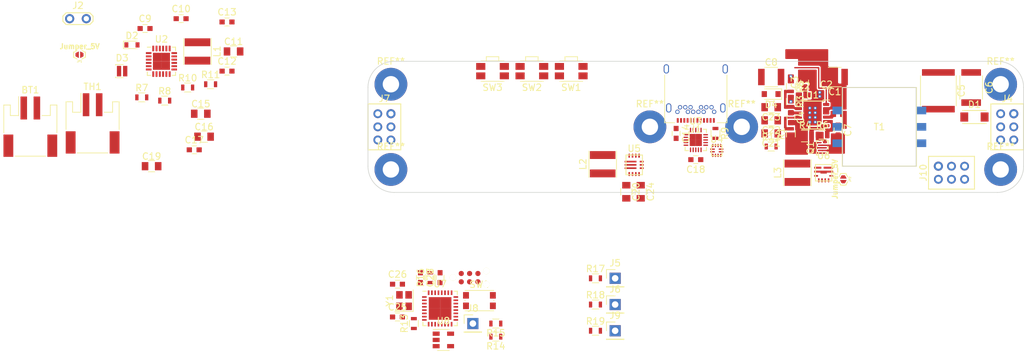
<source format=kicad_pcb>
(kicad_pcb (version 4) (host pcbnew 4.0.7)

  (general
    (links 279)
    (no_connects 252)
    (area 99.949999 89.949999 200.050001 110.050001)
    (thickness 1.6)
    (drawings 12)
    (tracks 28)
    (zones 0)
    (modules 89)
    (nets 79)
  )

  (page A4)
  (layers
    (0 F.Cu signal)
    (1 In1.Cu signal)
    (2 In2.Cu signal)
    (31 B.Cu signal)
    (34 B.Paste user)
    (35 F.Paste user)
    (36 B.SilkS user)
    (37 F.SilkS user)
    (38 B.Mask user)
    (39 F.Mask user)
    (44 Edge.Cuts user)
  )

  (setup
    (last_trace_width 0.2)
    (user_trace_width 0.1)
    (user_trace_width 0.2)
    (user_trace_width 0.3)
    (user_trace_width 0.4)
    (user_trace_width 0.5)
    (user_trace_width 0.8)
    (user_trace_width 1)
    (trace_clearance 0.2)
    (zone_clearance 0.4)
    (zone_45_only no)
    (trace_min 0.1)
    (segment_width 0.2)
    (edge_width 0.1)
    (via_size 0.508)
    (via_drill 0.254)
    (via_min_size 0.508)
    (via_min_drill 0.254)
    (uvia_size 0.3)
    (uvia_drill 0.1)
    (uvias_allowed no)
    (uvia_min_size 0.2)
    (uvia_min_drill 0.1)
    (pcb_text_width 0.3)
    (pcb_text_size 1.5 1.5)
    (mod_edge_width 0.15)
    (mod_text_size 1 1)
    (mod_text_width 0.15)
    (pad_size 5 5)
    (pad_drill 2.5)
    (pad_to_mask_clearance 0)
    (aux_axis_origin 0 0)
    (visible_elements 7FFCF7FF)
    (pcbplotparams
      (layerselection 0x010fc_80000001)
      (usegerberextensions false)
      (excludeedgelayer true)
      (linewidth 0.100000)
      (plotframeref false)
      (viasonmask false)
      (mode 1)
      (useauxorigin false)
      (hpglpennumber 1)
      (hpglpenspeed 20)
      (hpglpendiameter 15)
      (hpglpenoverlay 2)
      (psnegative false)
      (psa4output false)
      (plotreference false)
      (plotvalue false)
      (plotinvisibletext false)
      (padsonsilk false)
      (subtractmaskfromsilk false)
      (outputformat 1)
      (mirror false)
      (drillshape 0)
      (scaleselection 1)
      (outputdirectory Gerbers/))
  )

  (net 0 "")
  (net 1 GNDREF)
  (net 2 "Net-(C1-Pad2)")
  (net 3 "Net-(C3-Pad1)")
  (net 4 "Net-(C4-Pad1)")
  (net 5 "Net-(J2-Pad1)")
  (net 6 "Net-(Q1-Pad3)")
  (net 7 "Net-(Q1-Pad2)")
  (net 8 "Net-(R1-Pad2)")
  (net 9 "Net-(R2-Pad1)")
  (net 10 "Net-(R3-Pad2)")
  (net 11 "Net-(R6-Pad2)")
  (net 12 "Net-(D1-Pad2)")
  (net 13 "Net-(Q1-Pad1)")
  (net 14 "Net-(C5-Pad2)")
  (net 15 "Net-(C7-Pad1)")
  (net 16 "Net-(BT1-Pad1)")
  (net 17 /VLOAD)
  (net 18 /HV_OUT)
  (net 19 /VBUS)
  (net 20 "Net-(C10-Pad1)")
  (net 21 "Net-(C11-Pad1)")
  (net 22 /REGN)
  (net 23 "Net-(C13-Pad2)")
  (net 24 "Net-(C13-Pad1)")
  (net 25 "Net-(C14-Pad2)")
  (net 26 /VSYS)
  (net 27 /VDD)
  (net 28 "Net-(C19-Pad1)")
  (net 29 "Net-(C25-Pad2)")
  (net 30 "Net-(C26-Pad2)")
  (net 31 /GND)
  (net 32 /TSC_4)
  (net 33 "Net-(D3-Pad1)")
  (net 34 "Net-(J5-Pad1)")
  (net 35 "Net-(J6-Pad1)")
  (net 36 /VNIXIE)
  (net 37 /SCL)
  (net 38 /SDA)
  (net 39 /MCO)
  (net 40 "Net-(J9-Pad1)")
  (net 41 /HV_EN)
  (net 42 "Net-(L2-Pad1)")
  (net 43 "Net-(L2-Pad2)")
  (net 44 "Net-(L3-Pad2)")
  (net 45 "Net-(R7-Pad2)")
  (net 46 "Net-(R8-Pad2)")
  (net 47 "Net-(R9-Pad2)")
  (net 48 "Net-(R10-Pad2)")
  (net 49 /USB_INT)
  (net 50 /TSC_3)
  (net 51 /TSC_2)
  (net 52 /SAI_MCLK)
  (net 53 /SW_1)
  (net 54 /SW_2)
  (net 55 /SWO)
  (net 56 /NRST)
  (net 57 "Net-(T1-Pad2)")
  (net 58 /USB_DP)
  (net 59 /USB_DM)
  (net 60 /USB_CE)
  (net 61 "Net-(U2-Pad12)")
  (net 62 "Net-(U2-Pad25)")
  (net 63 /CC1)
  (net 64 /CC2)
  (net 65 /CC2_E)
  (net 66 /CC1_E)
  (net 67 "Net-(U3-Pad21)")
  (net 68 "Net-(U4-Pad3)")
  (net 69 /QSPI_CS)
  (net 70 /QSPI_CLK)
  (net 71 /DAC)
  (net 72 /QSPI_IO3)
  (net 73 /QSPI_IO2)
  (net 74 /QSPI_IO1)
  (net 75 /QSPI_IO0)
  (net 76 /SAI_SD)
  (net 77 /SAI_FS)
  (net 78 "Net-(JP2-Pad1)")

  (net_class Default "This is the default net class."
    (clearance 0.2)
    (trace_width 0.2)
    (via_dia 0.508)
    (via_drill 0.254)
    (uvia_dia 0.3)
    (uvia_drill 0.1)
    (add_net /CC1)
    (add_net /CC1_E)
    (add_net /CC2)
    (add_net /CC2_E)
    (add_net /DAC)
    (add_net /GND)
    (add_net /HV_EN)
    (add_net /HV_OUT)
    (add_net /MCO)
    (add_net /NRST)
    (add_net /QSPI_CLK)
    (add_net /QSPI_CS)
    (add_net /QSPI_IO0)
    (add_net /QSPI_IO1)
    (add_net /QSPI_IO2)
    (add_net /QSPI_IO3)
    (add_net /REGN)
    (add_net /SAI_FS)
    (add_net /SAI_MCLK)
    (add_net /SAI_SD)
    (add_net /SCL)
    (add_net /SDA)
    (add_net /SWO)
    (add_net /SW_1)
    (add_net /SW_2)
    (add_net /TSC_2)
    (add_net /TSC_3)
    (add_net /TSC_4)
    (add_net /USB_CE)
    (add_net /USB_DM)
    (add_net /USB_DP)
    (add_net /USB_INT)
    (add_net /VBUS)
    (add_net /VDD)
    (add_net /VLOAD)
    (add_net /VNIXIE)
    (add_net /VSYS)
    (add_net GNDREF)
    (add_net "Net-(BT1-Pad1)")
    (add_net "Net-(C10-Pad1)")
    (add_net "Net-(C11-Pad1)")
    (add_net "Net-(C13-Pad1)")
    (add_net "Net-(C13-Pad2)")
    (add_net "Net-(C14-Pad2)")
    (add_net "Net-(C19-Pad1)")
    (add_net "Net-(C25-Pad2)")
    (add_net "Net-(C26-Pad2)")
    (add_net "Net-(C3-Pad1)")
    (add_net "Net-(C4-Pad1)")
    (add_net "Net-(C7-Pad1)")
    (add_net "Net-(D1-Pad2)")
    (add_net "Net-(D3-Pad1)")
    (add_net "Net-(J5-Pad1)")
    (add_net "Net-(J6-Pad1)")
    (add_net "Net-(J9-Pad1)")
    (add_net "Net-(JP2-Pad1)")
    (add_net "Net-(L2-Pad1)")
    (add_net "Net-(L2-Pad2)")
    (add_net "Net-(L3-Pad2)")
    (add_net "Net-(Q1-Pad1)")
    (add_net "Net-(Q1-Pad2)")
    (add_net "Net-(Q1-Pad3)")
    (add_net "Net-(R1-Pad2)")
    (add_net "Net-(R10-Pad2)")
    (add_net "Net-(R2-Pad1)")
    (add_net "Net-(R3-Pad2)")
    (add_net "Net-(R6-Pad2)")
    (add_net "Net-(R7-Pad2)")
    (add_net "Net-(R8-Pad2)")
    (add_net "Net-(R9-Pad2)")
    (add_net "Net-(T1-Pad2)")
    (add_net "Net-(U2-Pad12)")
    (add_net "Net-(U2-Pad25)")
    (add_net "Net-(U3-Pad21)")
    (add_net "Net-(U4-Pad3)")
  )

  (module "Custom Parts:SOD-123W" (layer F.Cu) (tedit 5A6CE79A) (tstamp 5A8E4E07)
    (at 192.5 98.5 180)
    (path /5B07197A/5A6B91C6)
    (fp_text reference D1 (at 0 1.9 180) (layer F.SilkS)
      (effects (font (size 1 1) (thickness 0.15)))
    )
    (fp_text value D_RECT (at 0 -1.8 180) (layer F.Fab)
      (effects (font (size 1 1) (thickness 0.15)))
    )
    (fp_line (start -1.8 1) (end 1.8 1) (layer F.SilkS) (width 0.15))
    (fp_line (start -1.8 -1) (end 1.8 -1) (layer F.SilkS) (width 0.15))
    (pad 1 smd rect (at -1.55 0 180) (size 1.2 1.4) (layers F.Cu F.Paste F.Mask)
      (net 18 /HV_OUT))
    (pad 2 smd rect (at 1.55 0 180) (size 1.2 1.4) (layers F.Cu F.Paste F.Mask)
      (net 12 "Net-(D1-Pad2)"))
  )

  (module Resistors_SMD:R_0603 (layer F.Cu) (tedit 58E0A804) (tstamp 5A8E4162)
    (at 169.3 101.2)
    (descr "Resistor SMD 0603, reflow soldering, Vishay (see dcrcw.pdf)")
    (tags "resistor 0603")
    (path /5B07197A/5A8E442D)
    (attr smd)
    (fp_text reference R6 (at 0 -1.45) (layer F.SilkS)
      (effects (font (size 1 1) (thickness 0.15)))
    )
    (fp_text value R_GATE (at 0 1.5) (layer F.Fab)
      (effects (font (size 1 1) (thickness 0.15)))
    )
    (fp_text user %R (at 0 0) (layer F.Fab)
      (effects (font (size 0.4 0.4) (thickness 0.075)))
    )
    (fp_line (start -0.8 0.4) (end -0.8 -0.4) (layer F.Fab) (width 0.1))
    (fp_line (start 0.8 0.4) (end -0.8 0.4) (layer F.Fab) (width 0.1))
    (fp_line (start 0.8 -0.4) (end 0.8 0.4) (layer F.Fab) (width 0.1))
    (fp_line (start -0.8 -0.4) (end 0.8 -0.4) (layer F.Fab) (width 0.1))
    (fp_line (start 0.5 0.68) (end -0.5 0.68) (layer F.SilkS) (width 0.12))
    (fp_line (start -0.5 -0.68) (end 0.5 -0.68) (layer F.SilkS) (width 0.12))
    (fp_line (start -1.25 -0.7) (end 1.25 -0.7) (layer F.CrtYd) (width 0.05))
    (fp_line (start -1.25 -0.7) (end -1.25 0.7) (layer F.CrtYd) (width 0.05))
    (fp_line (start 1.25 0.7) (end 1.25 -0.7) (layer F.CrtYd) (width 0.05))
    (fp_line (start 1.25 0.7) (end -1.25 0.7) (layer F.CrtYd) (width 0.05))
    (pad 1 smd rect (at -0.75 0) (size 0.5 0.9) (layers F.Cu F.Paste F.Mask)
      (net 7 "Net-(Q1-Pad2)"))
    (pad 2 smd rect (at 0.75 0) (size 0.5 0.9) (layers F.Cu F.Paste F.Mask)
      (net 11 "Net-(R6-Pad2)"))
    (model ${KISYS3DMOD}/Resistors_SMD.3dshapes/R_0603.wrl
      (at (xyz 0 0 0))
      (scale (xyz 1 1 1))
      (rotate (xyz 0 0 0))
    )
  )

  (module Housings_SSOP:MSOP-12-1EP_3x4mm_Pitch0.65mm (layer F.Cu) (tedit 57AFAE52) (tstamp 5A6CF050)
    (at 167.8 98.2)
    (descr "MSE Package; 12-Lead Plastic MSOP, Exposed Die Pad; (see Linear Technology 05081666_G_MSE12.pdf)")
    (tags "SSOP 0.65")
    (path /5B07197A/5A6BF1D9)
    (attr smd)
    (fp_text reference U1 (at 0 -3.05) (layer F.SilkS)
      (effects (font (size 1 1) (thickness 0.15)))
    )
    (fp_text value LTC3759 (at 0 3.05) (layer F.Fab)
      (effects (font (size 1 1) (thickness 0.15)))
    )
    (fp_line (start -0.5 -2) (end 1.5 -2) (layer F.Fab) (width 0.15))
    (fp_line (start 1.5 -2) (end 1.5 2) (layer F.Fab) (width 0.15))
    (fp_line (start 1.5 2) (end -1.5 2) (layer F.Fab) (width 0.15))
    (fp_line (start -1.5 2) (end -1.5 -1) (layer F.Fab) (width 0.15))
    (fp_line (start -1.5 -1) (end -0.5 -2) (layer F.Fab) (width 0.15))
    (fp_line (start -2.8 -2.3) (end -2.8 2.3) (layer F.CrtYd) (width 0.05))
    (fp_line (start 2.8 -2.3) (end 2.8 2.3) (layer F.CrtYd) (width 0.05))
    (fp_line (start -2.8 -2.3) (end 2.8 -2.3) (layer F.CrtYd) (width 0.05))
    (fp_line (start -2.8 2.3) (end 2.8 2.3) (layer F.CrtYd) (width 0.05))
    (fp_line (start 1.625 -2.125) (end 1.625 -2.06) (layer F.SilkS) (width 0.15))
    (fp_line (start 1.625 2.125) (end 1.625 2.06) (layer F.SilkS) (width 0.15))
    (fp_line (start -1.625 2.125) (end -1.625 2.06) (layer F.SilkS) (width 0.15))
    (fp_line (start -1.625 -2.125) (end 1.625 -2.125) (layer F.SilkS) (width 0.15))
    (fp_line (start -1.625 2.125) (end 1.625 2.125) (layer F.SilkS) (width 0.15))
    (fp_line (start -1.625 -2.125) (end -2.55 -2.125) (layer F.SilkS) (width 0.15))
    (fp_text user %R (at 0 0) (layer F.Fab)
      (effects (font (size 0.6 0.6) (thickness 0.15)))
    )
    (pad 1 smd rect (at -2.105 -1.625) (size 0.89 0.42) (layers F.Cu F.Paste F.Mask)
      (net 9 "Net-(R2-Pad1)"))
    (pad 2 smd rect (at -2.105 -0.975) (size 0.89 0.42) (layers F.Cu F.Paste F.Mask)
      (net 10 "Net-(R3-Pad2)"))
    (pad 3 smd rect (at -2.105 -0.325) (size 0.89 0.42) (layers F.Cu F.Paste F.Mask)
      (net 4 "Net-(C4-Pad1)"))
    (pad 4 smd rect (at -2.105 0.325) (size 0.89 0.42) (layers F.Cu F.Paste F.Mask)
      (net 8 "Net-(R1-Pad2)"))
    (pad 5 smd rect (at -2.105 0.975) (size 0.89 0.42) (layers F.Cu F.Paste F.Mask)
      (net 1 GNDREF))
    (pad 6 smd rect (at -2.105 1.625) (size 0.89 0.42) (layers F.Cu F.Paste F.Mask)
      (net 1 GNDREF))
    (pad 7 smd rect (at 2.105 1.625) (size 0.89 0.42) (layers F.Cu F.Paste F.Mask)
      (net 6 "Net-(Q1-Pad3)"))
    (pad 8 smd rect (at 2.105 0.975) (size 0.89 0.42) (layers F.Cu F.Paste F.Mask)
      (net 11 "Net-(R6-Pad2)"))
    (pad 9 smd rect (at 2.105 0.325) (size 0.89 0.42) (layers F.Cu F.Paste F.Mask)
      (net 15 "Net-(C7-Pad1)"))
    (pad 10 smd rect (at 2.105 -0.325) (size 0.89 0.42) (layers F.Cu F.Paste F.Mask)
      (net 17 /VLOAD))
    (pad 11 smd rect (at 2.105 -0.975) (size 0.89 0.42) (layers F.Cu F.Paste F.Mask)
      (net 17 /VLOAD))
    (pad 12 smd rect (at 2.105 -1.625) (size 0.89 0.42) (layers F.Cu F.Paste F.Mask)
      (net 41 /HV_EN))
    (pad 13 smd rect (at 0.4125 1.06875) (size 0.825 0.7125) (layers F.Cu F.Paste F.Mask)
      (net 1 GNDREF) (solder_paste_margin_ratio -0.2))
    (pad 13 smd rect (at 0.4125 0.35625) (size 0.825 0.7125) (layers F.Cu F.Paste F.Mask)
      (net 1 GNDREF) (solder_paste_margin_ratio -0.2))
    (pad 13 smd rect (at 0.4125 -0.35625) (size 0.825 0.7125) (layers F.Cu F.Paste F.Mask)
      (net 1 GNDREF) (solder_paste_margin_ratio -0.2))
    (pad 13 smd rect (at 0.4125 -1.06875) (size 0.825 0.7125) (layers F.Cu F.Paste F.Mask)
      (net 1 GNDREF) (solder_paste_margin_ratio -0.2))
    (pad 13 smd rect (at -0.4125 1.06875) (size 0.825 0.7125) (layers F.Cu F.Paste F.Mask)
      (net 1 GNDREF) (solder_paste_margin_ratio -0.2))
    (pad 13 smd rect (at -0.4125 0.35625) (size 0.825 0.7125) (layers F.Cu F.Paste F.Mask)
      (net 1 GNDREF) (solder_paste_margin_ratio -0.2))
    (pad 13 smd rect (at -0.4125 -0.35625) (size 0.825 0.7125) (layers F.Cu F.Paste F.Mask)
      (net 1 GNDREF) (solder_paste_margin_ratio -0.2))
    (pad 13 smd rect (at -0.4125 -1.06875) (size 0.825 0.7125) (layers F.Cu F.Paste F.Mask)
      (net 1 GNDREF) (solder_paste_margin_ratio -0.2))
    (model ${KISYS3DMOD}/Housings_SSOP.3dshapes/MSOP-12-1EP_3x4mm_Pitch0.65mm.wrl
      (at (xyz 0 0 0))
      (scale (xyz 1 1 1))
      (rotate (xyz 0 0 0))
    )
  )

  (module Resistors_SMD:R_0603 (layer F.Cu) (tedit 58E0A804) (tstamp 5A6CF02A)
    (at 164.5 93.85 270)
    (descr "Resistor SMD 0603, reflow soldering, Vishay (see dcrcw.pdf)")
    (tags "resistor 0603")
    (path /5B07197A/5A6B9F37)
    (attr smd)
    (fp_text reference R5 (at 0 -1.45 270) (layer F.SilkS)
      (effects (font (size 1 1) (thickness 0.15)))
    )
    (fp_text value R_FB (at 0 1.5 270) (layer F.Fab)
      (effects (font (size 1 1) (thickness 0.15)))
    )
    (fp_text user %R (at 0 0 270) (layer F.Fab)
      (effects (font (size 0.4 0.4) (thickness 0.075)))
    )
    (fp_line (start -0.8 0.4) (end -0.8 -0.4) (layer F.Fab) (width 0.1))
    (fp_line (start 0.8 0.4) (end -0.8 0.4) (layer F.Fab) (width 0.1))
    (fp_line (start 0.8 -0.4) (end 0.8 0.4) (layer F.Fab) (width 0.1))
    (fp_line (start -0.8 -0.4) (end 0.8 -0.4) (layer F.Fab) (width 0.1))
    (fp_line (start 0.5 0.68) (end -0.5 0.68) (layer F.SilkS) (width 0.12))
    (fp_line (start -0.5 -0.68) (end 0.5 -0.68) (layer F.SilkS) (width 0.12))
    (fp_line (start -1.25 -0.7) (end 1.25 -0.7) (layer F.CrtYd) (width 0.05))
    (fp_line (start -1.25 -0.7) (end -1.25 0.7) (layer F.CrtYd) (width 0.05))
    (fp_line (start 1.25 0.7) (end 1.25 -0.7) (layer F.CrtYd) (width 0.05))
    (fp_line (start 1.25 0.7) (end -1.25 0.7) (layer F.CrtYd) (width 0.05))
    (pad 1 smd rect (at -0.75 0 270) (size 0.5 0.9) (layers F.Cu F.Paste F.Mask)
      (net 18 /HV_OUT))
    (pad 2 smd rect (at 0.75 0 270) (size 0.5 0.9) (layers F.Cu F.Paste F.Mask)
      (net 10 "Net-(R3-Pad2)"))
    (model ${KISYS3DMOD}/Resistors_SMD.3dshapes/R_0603.wrl
      (at (xyz 0 0 0))
      (scale (xyz 1 1 1))
      (rotate (xyz 0 0 0))
    )
  )

  (module Resistors_SMD:R_0805 (layer F.Cu) (tedit 58E0A804) (tstamp 5A6CF024)
    (at 166.7 101.4)
    (descr "Resistor SMD 0805, reflow soldering, Vishay (see dcrcw.pdf)")
    (tags "resistor 0805")
    (path /5B07197A/5A6B8B69)
    (attr smd)
    (fp_text reference R4 (at 0 -1.65) (layer F.SilkS)
      (effects (font (size 1 1) (thickness 0.15)))
    )
    (fp_text value R_SENSE (at 0 1.75) (layer F.Fab)
      (effects (font (size 1 1) (thickness 0.15)))
    )
    (fp_text user %R (at 0 0) (layer F.Fab)
      (effects (font (size 0.5 0.5) (thickness 0.075)))
    )
    (fp_line (start -1 0.62) (end -1 -0.62) (layer F.Fab) (width 0.1))
    (fp_line (start 1 0.62) (end -1 0.62) (layer F.Fab) (width 0.1))
    (fp_line (start 1 -0.62) (end 1 0.62) (layer F.Fab) (width 0.1))
    (fp_line (start -1 -0.62) (end 1 -0.62) (layer F.Fab) (width 0.1))
    (fp_line (start 0.6 0.88) (end -0.6 0.88) (layer F.SilkS) (width 0.12))
    (fp_line (start -0.6 -0.88) (end 0.6 -0.88) (layer F.SilkS) (width 0.12))
    (fp_line (start -1.55 -0.9) (end 1.55 -0.9) (layer F.CrtYd) (width 0.05))
    (fp_line (start -1.55 -0.9) (end -1.55 0.9) (layer F.CrtYd) (width 0.05))
    (fp_line (start 1.55 0.9) (end 1.55 -0.9) (layer F.CrtYd) (width 0.05))
    (fp_line (start 1.55 0.9) (end -1.55 0.9) (layer F.CrtYd) (width 0.05))
    (pad 1 smd rect (at -0.95 0) (size 0.7 1.3) (layers F.Cu F.Paste F.Mask)
      (net 1 GNDREF))
    (pad 2 smd rect (at 0.95 0) (size 0.7 1.3) (layers F.Cu F.Paste F.Mask)
      (net 6 "Net-(Q1-Pad3)"))
    (model ${KISYS3DMOD}/Resistors_SMD.3dshapes/R_0805.wrl
      (at (xyz 0 0 0))
      (scale (xyz 1 1 1))
      (rotate (xyz 0 0 0))
    )
  )

  (module Resistors_SMD:R_0603 (layer F.Cu) (tedit 58E0A804) (tstamp 5A6CF01E)
    (at 164.5 96.15 270)
    (descr "Resistor SMD 0603, reflow soldering, Vishay (see dcrcw.pdf)")
    (tags "resistor 0603")
    (path /5B07197A/5A6B9FBA)
    (attr smd)
    (fp_text reference R3 (at 0 -1.45 270) (layer F.SilkS)
      (effects (font (size 1 1) (thickness 0.15)))
    )
    (fp_text value R_BIAS (at 0 1.5 270) (layer F.Fab)
      (effects (font (size 1 1) (thickness 0.15)))
    )
    (fp_text user %R (at 0 0 270) (layer F.Fab)
      (effects (font (size 0.4 0.4) (thickness 0.075)))
    )
    (fp_line (start -0.8 0.4) (end -0.8 -0.4) (layer F.Fab) (width 0.1))
    (fp_line (start 0.8 0.4) (end -0.8 0.4) (layer F.Fab) (width 0.1))
    (fp_line (start 0.8 -0.4) (end 0.8 0.4) (layer F.Fab) (width 0.1))
    (fp_line (start -0.8 -0.4) (end 0.8 -0.4) (layer F.Fab) (width 0.1))
    (fp_line (start 0.5 0.68) (end -0.5 0.68) (layer F.SilkS) (width 0.12))
    (fp_line (start -0.5 -0.68) (end 0.5 -0.68) (layer F.SilkS) (width 0.12))
    (fp_line (start -1.25 -0.7) (end 1.25 -0.7) (layer F.CrtYd) (width 0.05))
    (fp_line (start -1.25 -0.7) (end -1.25 0.7) (layer F.CrtYd) (width 0.05))
    (fp_line (start 1.25 0.7) (end 1.25 -0.7) (layer F.CrtYd) (width 0.05))
    (fp_line (start 1.25 0.7) (end -1.25 0.7) (layer F.CrtYd) (width 0.05))
    (pad 1 smd rect (at -0.75 0 270) (size 0.5 0.9) (layers F.Cu F.Paste F.Mask)
      (net 1 GNDREF))
    (pad 2 smd rect (at 0.75 0 270) (size 0.5 0.9) (layers F.Cu F.Paste F.Mask)
      (net 10 "Net-(R3-Pad2)"))
    (model ${KISYS3DMOD}/Resistors_SMD.3dshapes/R_0603.wrl
      (at (xyz 0 0 0))
      (scale (xyz 1 1 1))
      (rotate (xyz 0 0 0))
    )
  )

  (module Resistors_SMD:R_0603 (layer F.Cu) (tedit 58E0A804) (tstamp 5A6CF018)
    (at 166.5 95.2)
    (descr "Resistor SMD 0603, reflow soldering, Vishay (see dcrcw.pdf)")
    (tags "resistor 0603")
    (path /5B07197A/5A6B8978)
    (attr smd)
    (fp_text reference R2 (at 0 -1.45) (layer F.SilkS)
      (effects (font (size 1 1) (thickness 0.15)))
    )
    (fp_text value R_VC (at 0 1.5) (layer F.Fab)
      (effects (font (size 1 1) (thickness 0.15)))
    )
    (fp_text user %R (at 0 0) (layer F.Fab)
      (effects (font (size 0.4 0.4) (thickness 0.075)))
    )
    (fp_line (start -0.8 0.4) (end -0.8 -0.4) (layer F.Fab) (width 0.1))
    (fp_line (start 0.8 0.4) (end -0.8 0.4) (layer F.Fab) (width 0.1))
    (fp_line (start 0.8 -0.4) (end 0.8 0.4) (layer F.Fab) (width 0.1))
    (fp_line (start -0.8 -0.4) (end 0.8 -0.4) (layer F.Fab) (width 0.1))
    (fp_line (start 0.5 0.68) (end -0.5 0.68) (layer F.SilkS) (width 0.12))
    (fp_line (start -0.5 -0.68) (end 0.5 -0.68) (layer F.SilkS) (width 0.12))
    (fp_line (start -1.25 -0.7) (end 1.25 -0.7) (layer F.CrtYd) (width 0.05))
    (fp_line (start -1.25 -0.7) (end -1.25 0.7) (layer F.CrtYd) (width 0.05))
    (fp_line (start 1.25 0.7) (end 1.25 -0.7) (layer F.CrtYd) (width 0.05))
    (fp_line (start 1.25 0.7) (end -1.25 0.7) (layer F.CrtYd) (width 0.05))
    (pad 1 smd rect (at -0.75 0) (size 0.5 0.9) (layers F.Cu F.Paste F.Mask)
      (net 9 "Net-(R2-Pad1)"))
    (pad 2 smd rect (at 0.75 0) (size 0.5 0.9) (layers F.Cu F.Paste F.Mask)
      (net 3 "Net-(C3-Pad1)"))
    (model ${KISYS3DMOD}/Resistors_SMD.3dshapes/R_0603.wrl
      (at (xyz 0 0 0))
      (scale (xyz 1 1 1))
      (rotate (xyz 0 0 0))
    )
  )

  (module Resistors_SMD:R_0603 (layer F.Cu) (tedit 58E0A804) (tstamp 5A6CF012)
    (at 164.5 101.05 90)
    (descr "Resistor SMD 0603, reflow soldering, Vishay (see dcrcw.pdf)")
    (tags "resistor 0603")
    (path /5B07197A/5A6BAAF4)
    (attr smd)
    (fp_text reference R1 (at 0 -1.45 90) (layer F.SilkS)
      (effects (font (size 1 1) (thickness 0.15)))
    )
    (fp_text value R_FREQ (at 0 1.5 90) (layer F.Fab)
      (effects (font (size 1 1) (thickness 0.15)))
    )
    (fp_text user %R (at 0 0 90) (layer F.Fab)
      (effects (font (size 0.4 0.4) (thickness 0.075)))
    )
    (fp_line (start -0.8 0.4) (end -0.8 -0.4) (layer F.Fab) (width 0.1))
    (fp_line (start 0.8 0.4) (end -0.8 0.4) (layer F.Fab) (width 0.1))
    (fp_line (start 0.8 -0.4) (end 0.8 0.4) (layer F.Fab) (width 0.1))
    (fp_line (start -0.8 -0.4) (end 0.8 -0.4) (layer F.Fab) (width 0.1))
    (fp_line (start 0.5 0.68) (end -0.5 0.68) (layer F.SilkS) (width 0.12))
    (fp_line (start -0.5 -0.68) (end 0.5 -0.68) (layer F.SilkS) (width 0.12))
    (fp_line (start -1.25 -0.7) (end 1.25 -0.7) (layer F.CrtYd) (width 0.05))
    (fp_line (start -1.25 -0.7) (end -1.25 0.7) (layer F.CrtYd) (width 0.05))
    (fp_line (start 1.25 0.7) (end 1.25 -0.7) (layer F.CrtYd) (width 0.05))
    (fp_line (start 1.25 0.7) (end -1.25 0.7) (layer F.CrtYd) (width 0.05))
    (pad 1 smd rect (at -0.75 0 90) (size 0.5 0.9) (layers F.Cu F.Paste F.Mask)
      (net 1 GNDREF))
    (pad 2 smd rect (at 0.75 0 90) (size 0.5 0.9) (layers F.Cu F.Paste F.Mask)
      (net 8 "Net-(R1-Pad2)"))
    (model ${KISYS3DMOD}/Resistors_SMD.3dshapes/R_0603.wrl
      (at (xyz 0 0 0))
      (scale (xyz 1 1 1))
      (rotate (xyz 0 0 0))
    )
  )

  (module Capacitors_SMD:C_0603 (layer F.Cu) (tedit 59958EE7) (tstamp 5A6CEFBF)
    (at 166.6 93.2 90)
    (descr "Capacitor SMD 0603, reflow soldering, AVX (see smccp.pdf)")
    (tags "capacitor 0603")
    (path /5B07197A/5A6B89DB)
    (attr smd)
    (fp_text reference C3 (at 0 -1.5 90) (layer F.SilkS)
      (effects (font (size 1 1) (thickness 0.15)))
    )
    (fp_text value C_VC (at 0 1.5 90) (layer F.Fab)
      (effects (font (size 1 1) (thickness 0.15)))
    )
    (fp_line (start 1.4 0.65) (end -1.4 0.65) (layer F.CrtYd) (width 0.05))
    (fp_line (start 1.4 0.65) (end 1.4 -0.65) (layer F.CrtYd) (width 0.05))
    (fp_line (start -1.4 -0.65) (end -1.4 0.65) (layer F.CrtYd) (width 0.05))
    (fp_line (start -1.4 -0.65) (end 1.4 -0.65) (layer F.CrtYd) (width 0.05))
    (fp_line (start 0.35 0.6) (end -0.35 0.6) (layer F.SilkS) (width 0.12))
    (fp_line (start -0.35 -0.6) (end 0.35 -0.6) (layer F.SilkS) (width 0.12))
    (fp_line (start -0.8 -0.4) (end 0.8 -0.4) (layer F.Fab) (width 0.1))
    (fp_line (start 0.8 -0.4) (end 0.8 0.4) (layer F.Fab) (width 0.1))
    (fp_line (start 0.8 0.4) (end -0.8 0.4) (layer F.Fab) (width 0.1))
    (fp_line (start -0.8 0.4) (end -0.8 -0.4) (layer F.Fab) (width 0.1))
    (fp_text user %R (at 0 0 90) (layer F.Fab)
      (effects (font (size 0.3 0.3) (thickness 0.075)))
    )
    (pad 2 smd rect (at 0.75 0 90) (size 0.8 0.75) (layers F.Cu F.Paste F.Mask)
      (net 1 GNDREF))
    (pad 1 smd rect (at -0.75 0 90) (size 0.8 0.75) (layers F.Cu F.Paste F.Mask)
      (net 3 "Net-(C3-Pad1)"))
    (model Capacitors_SMD.3dshapes/C_0603.wrl
      (at (xyz 0 0 0))
      (scale (xyz 1 1 1))
      (rotate (xyz 0 0 0))
    )
  )

  (module Capacitors_SMD:C_0805 (layer F.Cu) (tedit 58AA8463) (tstamp 5A6CEFB9)
    (at 169.9 95.05)
    (descr "Capacitor SMD 0805, reflow soldering, AVX (see smccp.pdf)")
    (tags "capacitor 0805")
    (path /5B07197A/5A6C0FBE)
    (attr smd)
    (fp_text reference C2 (at 0 -1.5) (layer F.SilkS)
      (effects (font (size 1 1) (thickness 0.15)))
    )
    (fp_text value C_IN (at 0 1.75) (layer F.Fab)
      (effects (font (size 1 1) (thickness 0.15)))
    )
    (fp_text user %R (at 0 -1.5) (layer F.Fab)
      (effects (font (size 1 1) (thickness 0.15)))
    )
    (fp_line (start -1 0.62) (end -1 -0.62) (layer F.Fab) (width 0.1))
    (fp_line (start 1 0.62) (end -1 0.62) (layer F.Fab) (width 0.1))
    (fp_line (start 1 -0.62) (end 1 0.62) (layer F.Fab) (width 0.1))
    (fp_line (start -1 -0.62) (end 1 -0.62) (layer F.Fab) (width 0.1))
    (fp_line (start 0.5 -0.85) (end -0.5 -0.85) (layer F.SilkS) (width 0.12))
    (fp_line (start -0.5 0.85) (end 0.5 0.85) (layer F.SilkS) (width 0.12))
    (fp_line (start -1.75 -0.88) (end 1.75 -0.88) (layer F.CrtYd) (width 0.05))
    (fp_line (start -1.75 -0.88) (end -1.75 0.87) (layer F.CrtYd) (width 0.05))
    (fp_line (start 1.75 0.87) (end 1.75 -0.88) (layer F.CrtYd) (width 0.05))
    (fp_line (start 1.75 0.87) (end -1.75 0.87) (layer F.CrtYd) (width 0.05))
    (pad 1 smd rect (at -1 0) (size 1 1.25) (layers F.Cu F.Paste F.Mask)
      (net 1 GNDREF))
    (pad 2 smd rect (at 1 0) (size 1 1.25) (layers F.Cu F.Paste F.Mask)
      (net 17 /VLOAD))
    (model Capacitors_SMD.3dshapes/C_0805.wrl
      (at (xyz 0 0 0))
      (scale (xyz 1 1 1))
      (rotate (xyz 0 0 0))
    )
  )

  (module Capacitors_SMD:C_0603 (layer F.Cu) (tedit 59958EE7) (tstamp 5A6CEFC5)
    (at 164.5 98.6 270)
    (descr "Capacitor SMD 0603, reflow soldering, AVX (see smccp.pdf)")
    (tags "capacitor 0603")
    (path /5B07197A/5A6C6769)
    (attr smd)
    (fp_text reference C4 (at 0 -1.5 270) (layer F.SilkS)
      (effects (font (size 1 1) (thickness 0.15)))
    )
    (fp_text value C_SS (at 0 1.5 270) (layer F.Fab)
      (effects (font (size 1 1) (thickness 0.15)))
    )
    (fp_line (start 1.4 0.65) (end -1.4 0.65) (layer F.CrtYd) (width 0.05))
    (fp_line (start 1.4 0.65) (end 1.4 -0.65) (layer F.CrtYd) (width 0.05))
    (fp_line (start -1.4 -0.65) (end -1.4 0.65) (layer F.CrtYd) (width 0.05))
    (fp_line (start -1.4 -0.65) (end 1.4 -0.65) (layer F.CrtYd) (width 0.05))
    (fp_line (start 0.35 0.6) (end -0.35 0.6) (layer F.SilkS) (width 0.12))
    (fp_line (start -0.35 -0.6) (end 0.35 -0.6) (layer F.SilkS) (width 0.12))
    (fp_line (start -0.8 -0.4) (end 0.8 -0.4) (layer F.Fab) (width 0.1))
    (fp_line (start 0.8 -0.4) (end 0.8 0.4) (layer F.Fab) (width 0.1))
    (fp_line (start 0.8 0.4) (end -0.8 0.4) (layer F.Fab) (width 0.1))
    (fp_line (start -0.8 0.4) (end -0.8 -0.4) (layer F.Fab) (width 0.1))
    (fp_text user %R (at 0 0 270) (layer F.Fab)
      (effects (font (size 0.3 0.3) (thickness 0.075)))
    )
    (pad 2 smd rect (at 0.75 0 270) (size 0.8 0.75) (layers F.Cu F.Paste F.Mask)
      (net 1 GNDREF))
    (pad 1 smd rect (at -0.75 0 270) (size 0.8 0.75) (layers F.Cu F.Paste F.Mask)
      (net 4 "Net-(C4-Pad1)"))
    (model Capacitors_SMD.3dshapes/C_0603.wrl
      (at (xyz 0 0 0))
      (scale (xyz 1 1 1))
      (rotate (xyz 0 0 0))
    )
  )

  (module "Custom Parts:EPC2016C" (layer F.Cu) (tedit 5A8E6323) (tstamp 5A6CF00C)
    (at 169.3 103.2 270)
    (path /5B07197A/5A6B8B05)
    (fp_text reference Q1 (at 0 1.8 270) (layer F.SilkS)
      (effects (font (size 1 1) (thickness 0.15)))
    )
    (fp_text value Q_SWITCH (at 0 -1.7 270) (layer F.Fab)
      (effects (font (size 1 1) (thickness 0.15)))
    )
    (fp_line (start 1.1 0.6) (end 1.1 0.9) (layer F.SilkS) (width 0.15))
    (fp_line (start 1.1 0.9) (end 0.6 0.9) (layer F.SilkS) (width 0.15))
    (fp_line (start 1.1 -0.2) (end 1.1 0.2) (layer F.SilkS) (width 0.15))
    (fp_line (start 1.1 -0.9) (end 1.1 -0.6) (layer F.SilkS) (width 0.15))
    (fp_line (start -0.2 0.9) (end 0.2 0.9) (layer F.SilkS) (width 0.15))
    (fp_line (start -1.1 0.6) (end -1.1 0.9) (layer F.SilkS) (width 0.15))
    (fp_line (start -1.1 0.9) (end -0.6 0.9) (layer F.SilkS) (width 0.15))
    (fp_line (start -1.1 -0.2) (end -1.1 0.2) (layer F.SilkS) (width 0.15))
    (fp_line (start 0.6 -0.9) (end 1.1 -0.9) (layer F.SilkS) (width 0.15))
    (fp_line (start -0.2 -0.9) (end 0.2 -0.9) (layer F.SilkS) (width 0.15))
    (fp_line (start -1.1 -0.9) (end -1.1 -0.6) (layer F.SilkS) (width 0.15))
    (fp_line (start -1.1 -0.9) (end -0.6 -0.9) (layer F.SilkS) (width 0.15))
    (pad 3 smd oval (at 0 0 270) (size 0.18 1.362) (layers F.Cu F.Paste F.Mask)
      (net 6 "Net-(Q1-Pad3)") (solder_paste_margin -0.05))
    (pad 1 smd oval (at 0.4 0 270) (size 0.18 1.362) (layers F.Cu F.Paste F.Mask)
      (net 13 "Net-(Q1-Pad1)") (solder_paste_margin -0.05))
    (pad 3 smd oval (at 0.8 0 270) (size 0.18 1.362) (layers F.Cu F.Paste F.Mask)
      (net 6 "Net-(Q1-Pad3)") (solder_paste_margin -0.05))
    (pad 1 smd oval (at -0.4 0 270) (size 0.18 1.362) (layers F.Cu F.Paste F.Mask)
      (net 13 "Net-(Q1-Pad1)") (solder_paste_margin -0.05))
    (pad 3 smd oval (at -0.8 0.401 270) (size 0.18 0.56) (layers F.Cu F.Paste F.Mask)
      (net 6 "Net-(Q1-Pad3)") (solder_paste_margin -0.05))
    (pad 2 smd oval (at -0.8 -0.401 270) (size 0.18 0.56) (layers F.Cu F.Paste F.Mask)
      (net 7 "Net-(Q1-Pad2)") (solder_paste_margin -0.05))
  )

  (module Capacitors_SMD:C_1210 (layer F.Cu) (tedit 58AA84E2) (tstamp 5A6CEFB3)
    (at 171.2 92.4 180)
    (descr "Capacitor SMD 1210, reflow soldering, AVX (see smccp.pdf)")
    (tags "capacitor 1210")
    (path /5B07197A/5A6C10DF)
    (attr smd)
    (fp_text reference C1 (at 0 -2.25 180) (layer F.SilkS)
      (effects (font (size 1 1) (thickness 0.15)))
    )
    (fp_text value C_IN (at 0 2.5 180) (layer F.Fab)
      (effects (font (size 1 1) (thickness 0.15)))
    )
    (fp_text user %R (at 0 -2.25 180) (layer F.Fab)
      (effects (font (size 1 1) (thickness 0.15)))
    )
    (fp_line (start -1.6 1.25) (end -1.6 -1.25) (layer F.Fab) (width 0.1))
    (fp_line (start 1.6 1.25) (end -1.6 1.25) (layer F.Fab) (width 0.1))
    (fp_line (start 1.6 -1.25) (end 1.6 1.25) (layer F.Fab) (width 0.1))
    (fp_line (start -1.6 -1.25) (end 1.6 -1.25) (layer F.Fab) (width 0.1))
    (fp_line (start 1 -1.48) (end -1 -1.48) (layer F.SilkS) (width 0.12))
    (fp_line (start -1 1.48) (end 1 1.48) (layer F.SilkS) (width 0.12))
    (fp_line (start -2.25 -1.5) (end 2.25 -1.5) (layer F.CrtYd) (width 0.05))
    (fp_line (start -2.25 -1.5) (end -2.25 1.5) (layer F.CrtYd) (width 0.05))
    (fp_line (start 2.25 1.5) (end 2.25 -1.5) (layer F.CrtYd) (width 0.05))
    (fp_line (start 2.25 1.5) (end -2.25 1.5) (layer F.CrtYd) (width 0.05))
    (pad 1 smd rect (at -1.5 0 180) (size 1 2.5) (layers F.Cu F.Paste F.Mask)
      (net 1 GNDREF))
    (pad 2 smd rect (at 1.5 0 180) (size 1 2.5) (layers F.Cu F.Paste F.Mask)
      (net 17 /VLOAD))
    (model Capacitors_SMD.3dshapes/C_1210.wrl
      (at (xyz 0 0 0))
      (scale (xyz 1 1 1))
      (rotate (xyz 0 0 0))
    )
  )

  (module Capacitors_SMD:C_2220 (layer F.Cu) (tedit 58AA8565) (tstamp 5A8E6751)
    (at 187 94.5 270)
    (descr "Capacitor SMD 2220, reflow soldering, AVX (see smccp.pdf)")
    (tags "capacitor 2220")
    (path /5B07197A/5A6B92D0)
    (attr smd)
    (fp_text reference C5 (at 0 -3.5 270) (layer F.SilkS)
      (effects (font (size 1 1) (thickness 0.15)))
    )
    (fp_text value C_OUT (at 0 3.75 270) (layer F.Fab)
      (effects (font (size 1 1) (thickness 0.15)))
    )
    (fp_text user %R (at 0 -3.5 270) (layer F.Fab)
      (effects (font (size 1 1) (thickness 0.15)))
    )
    (fp_line (start -2.75 2.5) (end -2.75 -2.5) (layer F.Fab) (width 0.1))
    (fp_line (start 2.75 2.5) (end -2.75 2.5) (layer F.Fab) (width 0.1))
    (fp_line (start 2.75 -2.5) (end 2.75 2.5) (layer F.Fab) (width 0.1))
    (fp_line (start -2.75 -2.5) (end 2.75 -2.5) (layer F.Fab) (width 0.1))
    (fp_line (start 2.3 -2.73) (end -2.3 -2.73) (layer F.SilkS) (width 0.12))
    (fp_line (start -2.3 2.73) (end 2.3 2.73) (layer F.SilkS) (width 0.12))
    (fp_line (start -3.55 -2.75) (end 3.55 -2.75) (layer F.CrtYd) (width 0.05))
    (fp_line (start -3.55 -2.75) (end -3.55 2.75) (layer F.CrtYd) (width 0.05))
    (fp_line (start 3.55 2.75) (end 3.55 -2.75) (layer F.CrtYd) (width 0.05))
    (fp_line (start 3.55 2.75) (end -3.55 2.75) (layer F.CrtYd) (width 0.05))
    (pad 1 smd rect (at -2.8 0 270) (size 1 5) (layers F.Cu F.Paste F.Mask)
      (net 1 GNDREF))
    (pad 2 smd rect (at 2.8 0 270) (size 1 5) (layers F.Cu F.Paste F.Mask)
      (net 18 /HV_OUT))
    (model Capacitors_SMD.3dshapes/C_2220.wrl
      (at (xyz 0 0 0))
      (scale (xyz 1 1 1))
      (rotate (xyz 0 0 0))
    )
  )

  (module Capacitors_SMD:C_1812 (layer F.Cu) (tedit 58AA850E) (tstamp 5A8E6756)
    (at 192 94 270)
    (descr "Capacitor SMD 1812, reflow soldering, AVX (see smccp.pdf)")
    (tags "capacitor 1812")
    (path /5B07197A/5A6B93C6)
    (attr smd)
    (fp_text reference C6 (at 0 -2.75 270) (layer F.SilkS)
      (effects (font (size 1 1) (thickness 0.15)))
    )
    (fp_text value C_OUT (at 0 2.75 270) (layer F.Fab)
      (effects (font (size 1 1) (thickness 0.15)))
    )
    (fp_text user %R (at 0 -2.75 270) (layer F.Fab)
      (effects (font (size 1 1) (thickness 0.15)))
    )
    (fp_line (start -2.25 1.6) (end -2.25 -1.6) (layer F.Fab) (width 0.1))
    (fp_line (start 2.25 1.6) (end -2.25 1.6) (layer F.Fab) (width 0.1))
    (fp_line (start 2.25 -1.6) (end 2.25 1.6) (layer F.Fab) (width 0.1))
    (fp_line (start -2.25 -1.6) (end 2.25 -1.6) (layer F.Fab) (width 0.1))
    (fp_line (start 1.8 -1.73) (end -1.8 -1.73) (layer F.SilkS) (width 0.12))
    (fp_line (start -1.8 1.73) (end 1.8 1.73) (layer F.SilkS) (width 0.12))
    (fp_line (start -3.05 -1.85) (end 3.05 -1.85) (layer F.CrtYd) (width 0.05))
    (fp_line (start -3.05 -1.85) (end -3.05 1.85) (layer F.CrtYd) (width 0.05))
    (fp_line (start 3.05 1.85) (end 3.05 -1.85) (layer F.CrtYd) (width 0.05))
    (fp_line (start 3.05 1.85) (end -3.05 1.85) (layer F.CrtYd) (width 0.05))
    (pad 1 smd rect (at -2.3 0 270) (size 1 3) (layers F.Cu F.Paste F.Mask)
      (net 1 GNDREF))
    (pad 2 smd rect (at 2.3 0 270) (size 1 3) (layers F.Cu F.Paste F.Mask)
      (net 18 /HV_OUT))
    (model Capacitors_SMD.3dshapes/C_1812.wrl
      (at (xyz 0 0 0))
      (scale (xyz 1 1 1))
      (rotate (xyz 0 0 0))
    )
  )

  (module Capacitors_SMD:C_0603 (layer F.Cu) (tedit 59958EE7) (tstamp 5A8E675B)
    (at 171.7 100.5 270)
    (descr "Capacitor SMD 0603, reflow soldering, AVX (see smccp.pdf)")
    (tags "capacitor 0603")
    (path /5B07197A/5A6BA4CA)
    (attr smd)
    (fp_text reference C7 (at 0 -1.5 270) (layer F.SilkS)
      (effects (font (size 1 1) (thickness 0.15)))
    )
    (fp_text value C_BP (at 0 1.5 270) (layer F.Fab)
      (effects (font (size 1 1) (thickness 0.15)))
    )
    (fp_line (start 1.4 0.65) (end -1.4 0.65) (layer F.CrtYd) (width 0.05))
    (fp_line (start 1.4 0.65) (end 1.4 -0.65) (layer F.CrtYd) (width 0.05))
    (fp_line (start -1.4 -0.65) (end -1.4 0.65) (layer F.CrtYd) (width 0.05))
    (fp_line (start -1.4 -0.65) (end 1.4 -0.65) (layer F.CrtYd) (width 0.05))
    (fp_line (start 0.35 0.6) (end -0.35 0.6) (layer F.SilkS) (width 0.12))
    (fp_line (start -0.35 -0.6) (end 0.35 -0.6) (layer F.SilkS) (width 0.12))
    (fp_line (start -0.8 -0.4) (end 0.8 -0.4) (layer F.Fab) (width 0.1))
    (fp_line (start 0.8 -0.4) (end 0.8 0.4) (layer F.Fab) (width 0.1))
    (fp_line (start 0.8 0.4) (end -0.8 0.4) (layer F.Fab) (width 0.1))
    (fp_line (start -0.8 0.4) (end -0.8 -0.4) (layer F.Fab) (width 0.1))
    (fp_text user %R (at 0 0 270) (layer F.Fab)
      (effects (font (size 0.3 0.3) (thickness 0.075)))
    )
    (pad 2 smd rect (at 0.75 0 270) (size 0.8 0.75) (layers F.Cu F.Paste F.Mask)
      (net 1 GNDREF))
    (pad 1 smd rect (at -0.75 0 270) (size 0.8 0.75) (layers F.Cu F.Paste F.Mask)
      (net 15 "Net-(C7-Pad1)"))
    (model Capacitors_SMD.3dshapes/C_0603.wrl
      (at (xyz 0 0 0))
      (scale (xyz 1 1 1))
      (rotate (xyz 0 0 0))
    )
  )

  (module Capacitors_SMD:C_1210 (layer F.Cu) (tedit 58AA84E2) (tstamp 5A912C53)
    (at 161.5 92.4)
    (descr "Capacitor SMD 1210, reflow soldering, AVX (see smccp.pdf)")
    (tags "capacitor 1210")
    (path /5B07197A/5A911DC8)
    (attr smd)
    (fp_text reference C8 (at 0 -2.25) (layer F.SilkS)
      (effects (font (size 1 1) (thickness 0.15)))
    )
    (fp_text value C_IN (at 0 2.5) (layer F.Fab)
      (effects (font (size 1 1) (thickness 0.15)))
    )
    (fp_text user %R (at 0 -2.25) (layer F.Fab)
      (effects (font (size 1 1) (thickness 0.15)))
    )
    (fp_line (start -1.6 1.25) (end -1.6 -1.25) (layer F.Fab) (width 0.1))
    (fp_line (start 1.6 1.25) (end -1.6 1.25) (layer F.Fab) (width 0.1))
    (fp_line (start 1.6 -1.25) (end 1.6 1.25) (layer F.Fab) (width 0.1))
    (fp_line (start -1.6 -1.25) (end 1.6 -1.25) (layer F.Fab) (width 0.1))
    (fp_line (start 1 -1.48) (end -1 -1.48) (layer F.SilkS) (width 0.12))
    (fp_line (start -1 1.48) (end 1 1.48) (layer F.SilkS) (width 0.12))
    (fp_line (start -2.25 -1.5) (end 2.25 -1.5) (layer F.CrtYd) (width 0.05))
    (fp_line (start -2.25 -1.5) (end -2.25 1.5) (layer F.CrtYd) (width 0.05))
    (fp_line (start 2.25 1.5) (end 2.25 -1.5) (layer F.CrtYd) (width 0.05))
    (fp_line (start 2.25 1.5) (end -2.25 1.5) (layer F.CrtYd) (width 0.05))
    (pad 1 smd rect (at -1.5 0) (size 1 2.5) (layers F.Cu F.Paste F.Mask)
      (net 1 GNDREF))
    (pad 2 smd rect (at 1.5 0) (size 1 2.5) (layers F.Cu F.Paste F.Mask)
      (net 17 /VLOAD))
    (model Capacitors_SMD.3dshapes/C_1210.wrl
      (at (xyz 0 0 0))
      (scale (xyz 1 1 1))
      (rotate (xyz 0 0 0))
    )
  )

  (module Connectors_JST:JST_PH_S2B-PH-SM4-TB_02x2.00mm_Angled (layer F.Cu) (tedit 58D404C7) (tstamp 5B393C97)
    (at 48.5 100)
    (descr "JST PH series connector, S2B-PH-SM4-TB, side entry type, surface mount, Datasheet: http://www.jst-mfg.com/product/pdf/eng/ePH.pdf")
    (tags "connector jst ph")
    (path /5B07444B)
    (attr smd)
    (fp_text reference BT1 (at 0 -5.625) (layer F.SilkS)
      (effects (font (size 1 1) (thickness 0.15)))
    )
    (fp_text value BAT (at 0 5.375) (layer F.Fab)
      (effects (font (size 1 1) (thickness 0.15)))
    )
    (fp_line (start -3.15 -1.625) (end -3.15 -3.225) (layer F.Fab) (width 0.1))
    (fp_line (start -3.15 -3.225) (end -3.95 -3.225) (layer F.Fab) (width 0.1))
    (fp_line (start -3.95 -3.225) (end -3.95 4.375) (layer F.Fab) (width 0.1))
    (fp_line (start -3.95 4.375) (end 3.95 4.375) (layer F.Fab) (width 0.1))
    (fp_line (start 3.95 4.375) (end 3.95 -3.225) (layer F.Fab) (width 0.1))
    (fp_line (start 3.95 -3.225) (end 3.15 -3.225) (layer F.Fab) (width 0.1))
    (fp_line (start 3.15 -3.225) (end 3.15 -1.625) (layer F.Fab) (width 0.1))
    (fp_line (start 3.15 -1.625) (end -3.15 -1.625) (layer F.Fab) (width 0.1))
    (fp_line (start -1.775 -1.725) (end -3.05 -1.725) (layer F.SilkS) (width 0.12))
    (fp_line (start -3.05 -1.725) (end -3.05 -3.325) (layer F.SilkS) (width 0.12))
    (fp_line (start -3.05 -3.325) (end -4.05 -3.325) (layer F.SilkS) (width 0.12))
    (fp_line (start -4.05 -3.325) (end -4.05 0.9) (layer F.SilkS) (width 0.12))
    (fp_line (start 4.05 0.9) (end 4.05 -3.325) (layer F.SilkS) (width 0.12))
    (fp_line (start 4.05 -3.325) (end 3.05 -3.325) (layer F.SilkS) (width 0.12))
    (fp_line (start 3.05 -3.325) (end 3.05 -1.725) (layer F.SilkS) (width 0.12))
    (fp_line (start 3.05 -1.725) (end 1.775 -1.725) (layer F.SilkS) (width 0.12))
    (fp_line (start -2.325 4.475) (end 2.325 4.475) (layer F.SilkS) (width 0.12))
    (fp_line (start -1.775 -1.725) (end -1.775 -4.625) (layer F.SilkS) (width 0.12))
    (fp_line (start -2 -1.625) (end -1 -0.625) (layer F.Fab) (width 0.1))
    (fp_line (start -1 -0.625) (end 0 -1.625) (layer F.Fab) (width 0.1))
    (fp_line (start -4.6 -5.13) (end -4.6 5.07) (layer F.CrtYd) (width 0.05))
    (fp_line (start -4.6 5.07) (end 4.6 5.07) (layer F.CrtYd) (width 0.05))
    (fp_line (start 4.6 5.07) (end 4.6 -5.13) (layer F.CrtYd) (width 0.05))
    (fp_line (start 4.6 -5.13) (end -4.6 -5.13) (layer F.CrtYd) (width 0.05))
    (fp_text user %R (at 0 1.5) (layer F.Fab)
      (effects (font (size 1 1) (thickness 0.15)))
    )
    (pad 1 smd rect (at -1 -2.875) (size 1 3.5) (layers F.Cu F.Paste F.Mask)
      (net 16 "Net-(BT1-Pad1)"))
    (pad 2 smd rect (at 1 -2.875) (size 1 3.5) (layers F.Cu F.Paste F.Mask)
      (net 1 GNDREF))
    (pad "" smd rect (at -3.35 2.875) (size 1.5 3.4) (layers F.Cu F.Paste F.Mask))
    (pad "" smd rect (at 3.35 2.875) (size 1.5 3.4) (layers F.Cu F.Paste F.Mask))
    (model ${KISYS3DMOD}/Connectors_JST.3dshapes/JST_PH_S2B-PH-SM4-TB_02x2.00mm_Angled.wrl
      (at (xyz 0 0 0))
      (scale (xyz 1 1 1))
      (rotate (xyz 0 0 0))
    )
  )

  (module Capacitors_SMD:C_0603 (layer F.Cu) (tedit 59958EE7) (tstamp 5B393C9D)
    (at 66 85)
    (descr "Capacitor SMD 0603, reflow soldering, AVX (see smccp.pdf)")
    (tags "capacitor 0603")
    (path /5B0C33A4)
    (attr smd)
    (fp_text reference C9 (at 0 -1.5) (layer F.SilkS)
      (effects (font (size 1 1) (thickness 0.15)))
    )
    (fp_text value 1uF (at 0 1.5) (layer F.Fab)
      (effects (font (size 1 1) (thickness 0.15)))
    )
    (fp_line (start 1.4 0.65) (end -1.4 0.65) (layer F.CrtYd) (width 0.05))
    (fp_line (start 1.4 0.65) (end 1.4 -0.65) (layer F.CrtYd) (width 0.05))
    (fp_line (start -1.4 -0.65) (end -1.4 0.65) (layer F.CrtYd) (width 0.05))
    (fp_line (start -1.4 -0.65) (end 1.4 -0.65) (layer F.CrtYd) (width 0.05))
    (fp_line (start 0.35 0.6) (end -0.35 0.6) (layer F.SilkS) (width 0.12))
    (fp_line (start -0.35 -0.6) (end 0.35 -0.6) (layer F.SilkS) (width 0.12))
    (fp_line (start -0.8 -0.4) (end 0.8 -0.4) (layer F.Fab) (width 0.1))
    (fp_line (start 0.8 -0.4) (end 0.8 0.4) (layer F.Fab) (width 0.1))
    (fp_line (start 0.8 0.4) (end -0.8 0.4) (layer F.Fab) (width 0.1))
    (fp_line (start -0.8 0.4) (end -0.8 -0.4) (layer F.Fab) (width 0.1))
    (fp_text user %R (at 0 0) (layer F.Fab)
      (effects (font (size 0.3 0.3) (thickness 0.075)))
    )
    (pad 2 smd rect (at 0.75 0) (size 0.8 0.75) (layers F.Cu F.Paste F.Mask)
      (net 19 /VBUS))
    (pad 1 smd rect (at -0.75 0) (size 0.8 0.75) (layers F.Cu F.Paste F.Mask)
      (net 1 GNDREF))
    (model Capacitors_SMD.3dshapes/C_0603.wrl
      (at (xyz 0 0 0))
      (scale (xyz 1 1 1))
      (rotate (xyz 0 0 0))
    )
  )

  (module Capacitors_SMD:C_0603 (layer F.Cu) (tedit 59958EE7) (tstamp 5B393CA3)
    (at 71.5 83.5)
    (descr "Capacitor SMD 0603, reflow soldering, AVX (see smccp.pdf)")
    (tags "capacitor 0603")
    (path /5B0CEA4D)
    (attr smd)
    (fp_text reference C10 (at 0 -1.5) (layer F.SilkS)
      (effects (font (size 1 1) (thickness 0.15)))
    )
    (fp_text value 47nF (at 0 1.5) (layer F.Fab)
      (effects (font (size 1 1) (thickness 0.15)))
    )
    (fp_line (start 1.4 0.65) (end -1.4 0.65) (layer F.CrtYd) (width 0.05))
    (fp_line (start 1.4 0.65) (end 1.4 -0.65) (layer F.CrtYd) (width 0.05))
    (fp_line (start -1.4 -0.65) (end -1.4 0.65) (layer F.CrtYd) (width 0.05))
    (fp_line (start -1.4 -0.65) (end 1.4 -0.65) (layer F.CrtYd) (width 0.05))
    (fp_line (start 0.35 0.6) (end -0.35 0.6) (layer F.SilkS) (width 0.12))
    (fp_line (start -0.35 -0.6) (end 0.35 -0.6) (layer F.SilkS) (width 0.12))
    (fp_line (start -0.8 -0.4) (end 0.8 -0.4) (layer F.Fab) (width 0.1))
    (fp_line (start 0.8 -0.4) (end 0.8 0.4) (layer F.Fab) (width 0.1))
    (fp_line (start 0.8 0.4) (end -0.8 0.4) (layer F.Fab) (width 0.1))
    (fp_line (start -0.8 0.4) (end -0.8 -0.4) (layer F.Fab) (width 0.1))
    (fp_text user %R (at 0 0) (layer F.Fab)
      (effects (font (size 0.3 0.3) (thickness 0.075)))
    )
    (pad 2 smd rect (at 0.75 0) (size 0.8 0.75) (layers F.Cu F.Paste F.Mask)
      (net 1 GNDREF))
    (pad 1 smd rect (at -0.75 0) (size 0.8 0.75) (layers F.Cu F.Paste F.Mask)
      (net 20 "Net-(C10-Pad1)"))
    (model Capacitors_SMD.3dshapes/C_0603.wrl
      (at (xyz 0 0 0))
      (scale (xyz 1 1 1))
      (rotate (xyz 0 0 0))
    )
  )

  (module Capacitors_SMD:C_0805 (layer F.Cu) (tedit 58AA8463) (tstamp 5B393CA9)
    (at 79.5 88.5)
    (descr "Capacitor SMD 0805, reflow soldering, AVX (see smccp.pdf)")
    (tags "capacitor 0805")
    (path /5B0CC3F6)
    (attr smd)
    (fp_text reference C11 (at 0 -1.5) (layer F.SilkS)
      (effects (font (size 1 1) (thickness 0.15)))
    )
    (fp_text value 10uF (at 0 1.75) (layer F.Fab)
      (effects (font (size 1 1) (thickness 0.15)))
    )
    (fp_text user %R (at 0 -1.5) (layer F.Fab)
      (effects (font (size 1 1) (thickness 0.15)))
    )
    (fp_line (start -1 0.62) (end -1 -0.62) (layer F.Fab) (width 0.1))
    (fp_line (start 1 0.62) (end -1 0.62) (layer F.Fab) (width 0.1))
    (fp_line (start 1 -0.62) (end 1 0.62) (layer F.Fab) (width 0.1))
    (fp_line (start -1 -0.62) (end 1 -0.62) (layer F.Fab) (width 0.1))
    (fp_line (start 0.5 -0.85) (end -0.5 -0.85) (layer F.SilkS) (width 0.12))
    (fp_line (start -0.5 0.85) (end 0.5 0.85) (layer F.SilkS) (width 0.12))
    (fp_line (start -1.75 -0.88) (end 1.75 -0.88) (layer F.CrtYd) (width 0.05))
    (fp_line (start -1.75 -0.88) (end -1.75 0.87) (layer F.CrtYd) (width 0.05))
    (fp_line (start 1.75 0.87) (end 1.75 -0.88) (layer F.CrtYd) (width 0.05))
    (fp_line (start 1.75 0.87) (end -1.75 0.87) (layer F.CrtYd) (width 0.05))
    (pad 1 smd rect (at -1 0) (size 1 1.25) (layers F.Cu F.Paste F.Mask)
      (net 21 "Net-(C11-Pad1)"))
    (pad 2 smd rect (at 1 0) (size 1 1.25) (layers F.Cu F.Paste F.Mask)
      (net 1 GNDREF))
    (model Capacitors_SMD.3dshapes/C_0805.wrl
      (at (xyz 0 0 0))
      (scale (xyz 1 1 1))
      (rotate (xyz 0 0 0))
    )
  )

  (module Capacitors_SMD:C_0603 (layer F.Cu) (tedit 59958EE7) (tstamp 5B393CAF)
    (at 78.5 91.5)
    (descr "Capacitor SMD 0603, reflow soldering, AVX (see smccp.pdf)")
    (tags "capacitor 0603")
    (path /5B0C2BAC)
    (attr smd)
    (fp_text reference C12 (at 0 -1.5) (layer F.SilkS)
      (effects (font (size 1 1) (thickness 0.15)))
    )
    (fp_text value 4.7uF (at 0 1.5) (layer F.Fab)
      (effects (font (size 1 1) (thickness 0.15)))
    )
    (fp_line (start 1.4 0.65) (end -1.4 0.65) (layer F.CrtYd) (width 0.05))
    (fp_line (start 1.4 0.65) (end 1.4 -0.65) (layer F.CrtYd) (width 0.05))
    (fp_line (start -1.4 -0.65) (end -1.4 0.65) (layer F.CrtYd) (width 0.05))
    (fp_line (start -1.4 -0.65) (end 1.4 -0.65) (layer F.CrtYd) (width 0.05))
    (fp_line (start 0.35 0.6) (end -0.35 0.6) (layer F.SilkS) (width 0.12))
    (fp_line (start -0.35 -0.6) (end 0.35 -0.6) (layer F.SilkS) (width 0.12))
    (fp_line (start -0.8 -0.4) (end 0.8 -0.4) (layer F.Fab) (width 0.1))
    (fp_line (start 0.8 -0.4) (end 0.8 0.4) (layer F.Fab) (width 0.1))
    (fp_line (start 0.8 0.4) (end -0.8 0.4) (layer F.Fab) (width 0.1))
    (fp_line (start -0.8 0.4) (end -0.8 -0.4) (layer F.Fab) (width 0.1))
    (fp_text user %R (at 0 0) (layer F.Fab)
      (effects (font (size 0.3 0.3) (thickness 0.075)))
    )
    (pad 2 smd rect (at 0.75 0) (size 0.8 0.75) (layers F.Cu F.Paste F.Mask)
      (net 1 GNDREF))
    (pad 1 smd rect (at -0.75 0) (size 0.8 0.75) (layers F.Cu F.Paste F.Mask)
      (net 22 /REGN))
    (model Capacitors_SMD.3dshapes/C_0603.wrl
      (at (xyz 0 0 0))
      (scale (xyz 1 1 1))
      (rotate (xyz 0 0 0))
    )
  )

  (module Capacitors_SMD:C_0603 (layer F.Cu) (tedit 59958EE7) (tstamp 5B393CB5)
    (at 78.5 84)
    (descr "Capacitor SMD 0603, reflow soldering, AVX (see smccp.pdf)")
    (tags "capacitor 0603")
    (path /5B0C2749)
    (attr smd)
    (fp_text reference C13 (at 0 -1.5) (layer F.SilkS)
      (effects (font (size 1 1) (thickness 0.15)))
    )
    (fp_text value 47nF (at 0 1.5) (layer F.Fab)
      (effects (font (size 1 1) (thickness 0.15)))
    )
    (fp_line (start 1.4 0.65) (end -1.4 0.65) (layer F.CrtYd) (width 0.05))
    (fp_line (start 1.4 0.65) (end 1.4 -0.65) (layer F.CrtYd) (width 0.05))
    (fp_line (start -1.4 -0.65) (end -1.4 0.65) (layer F.CrtYd) (width 0.05))
    (fp_line (start -1.4 -0.65) (end 1.4 -0.65) (layer F.CrtYd) (width 0.05))
    (fp_line (start 0.35 0.6) (end -0.35 0.6) (layer F.SilkS) (width 0.12))
    (fp_line (start -0.35 -0.6) (end 0.35 -0.6) (layer F.SilkS) (width 0.12))
    (fp_line (start -0.8 -0.4) (end 0.8 -0.4) (layer F.Fab) (width 0.1))
    (fp_line (start 0.8 -0.4) (end 0.8 0.4) (layer F.Fab) (width 0.1))
    (fp_line (start 0.8 0.4) (end -0.8 0.4) (layer F.Fab) (width 0.1))
    (fp_line (start -0.8 0.4) (end -0.8 -0.4) (layer F.Fab) (width 0.1))
    (fp_text user %R (at 0 0) (layer F.Fab)
      (effects (font (size 0.3 0.3) (thickness 0.075)))
    )
    (pad 2 smd rect (at 0.75 0) (size 0.8 0.75) (layers F.Cu F.Paste F.Mask)
      (net 23 "Net-(C13-Pad2)"))
    (pad 1 smd rect (at -0.75 0) (size 0.8 0.75) (layers F.Cu F.Paste F.Mask)
      (net 24 "Net-(C13-Pad1)"))
    (model Capacitors_SMD.3dshapes/C_0603.wrl
      (at (xyz 0 0 0))
      (scale (xyz 1 1 1))
      (rotate (xyz 0 0 0))
    )
  )

  (module Capacitors_SMD:C_0603 (layer F.Cu) (tedit 59958EE7) (tstamp 5B393CBB)
    (at 147 101 270)
    (descr "Capacitor SMD 0603, reflow soldering, AVX (see smccp.pdf)")
    (tags "capacitor 0603")
    (path /5B0C425E)
    (attr smd)
    (fp_text reference C14 (at 0 -1.5 270) (layer F.SilkS)
      (effects (font (size 1 1) (thickness 0.15)))
    )
    (fp_text value 100nF (at 0 1.5 270) (layer F.Fab)
      (effects (font (size 1 1) (thickness 0.15)))
    )
    (fp_line (start 1.4 0.65) (end -1.4 0.65) (layer F.CrtYd) (width 0.05))
    (fp_line (start 1.4 0.65) (end 1.4 -0.65) (layer F.CrtYd) (width 0.05))
    (fp_line (start -1.4 -0.65) (end -1.4 0.65) (layer F.CrtYd) (width 0.05))
    (fp_line (start -1.4 -0.65) (end 1.4 -0.65) (layer F.CrtYd) (width 0.05))
    (fp_line (start 0.35 0.6) (end -0.35 0.6) (layer F.SilkS) (width 0.12))
    (fp_line (start -0.35 -0.6) (end 0.35 -0.6) (layer F.SilkS) (width 0.12))
    (fp_line (start -0.8 -0.4) (end 0.8 -0.4) (layer F.Fab) (width 0.1))
    (fp_line (start 0.8 -0.4) (end 0.8 0.4) (layer F.Fab) (width 0.1))
    (fp_line (start 0.8 0.4) (end -0.8 0.4) (layer F.Fab) (width 0.1))
    (fp_line (start -0.8 0.4) (end -0.8 -0.4) (layer F.Fab) (width 0.1))
    (fp_text user %R (at 0 0 270) (layer F.Fab)
      (effects (font (size 0.3 0.3) (thickness 0.075)))
    )
    (pad 2 smd rect (at 0.75 0 270) (size 0.8 0.75) (layers F.Cu F.Paste F.Mask)
      (net 25 "Net-(C14-Pad2)"))
    (pad 1 smd rect (at -0.75 0 270) (size 0.8 0.75) (layers F.Cu F.Paste F.Mask)
      (net 1 GNDREF))
    (model Capacitors_SMD.3dshapes/C_0603.wrl
      (at (xyz 0 0 0))
      (scale (xyz 1 1 1))
      (rotate (xyz 0 0 0))
    )
  )

  (module Capacitors_SMD:C_0805 (layer F.Cu) (tedit 58AA8463) (tstamp 5B393CC1)
    (at 74.5 98)
    (descr "Capacitor SMD 0805, reflow soldering, AVX (see smccp.pdf)")
    (tags "capacitor 0805")
    (path /5B0DC42A)
    (attr smd)
    (fp_text reference C15 (at 0 -1.5) (layer F.SilkS)
      (effects (font (size 1 1) (thickness 0.15)))
    )
    (fp_text value 10uF (at 0 1.75) (layer F.Fab)
      (effects (font (size 1 1) (thickness 0.15)))
    )
    (fp_text user %R (at 0 -1.5) (layer F.Fab)
      (effects (font (size 1 1) (thickness 0.15)))
    )
    (fp_line (start -1 0.62) (end -1 -0.62) (layer F.Fab) (width 0.1))
    (fp_line (start 1 0.62) (end -1 0.62) (layer F.Fab) (width 0.1))
    (fp_line (start 1 -0.62) (end 1 0.62) (layer F.Fab) (width 0.1))
    (fp_line (start -1 -0.62) (end 1 -0.62) (layer F.Fab) (width 0.1))
    (fp_line (start 0.5 -0.85) (end -0.5 -0.85) (layer F.SilkS) (width 0.12))
    (fp_line (start -0.5 0.85) (end 0.5 0.85) (layer F.SilkS) (width 0.12))
    (fp_line (start -1.75 -0.88) (end 1.75 -0.88) (layer F.CrtYd) (width 0.05))
    (fp_line (start -1.75 -0.88) (end -1.75 0.87) (layer F.CrtYd) (width 0.05))
    (fp_line (start 1.75 0.87) (end 1.75 -0.88) (layer F.CrtYd) (width 0.05))
    (fp_line (start 1.75 0.87) (end -1.75 0.87) (layer F.CrtYd) (width 0.05))
    (pad 1 smd rect (at -1 0) (size 1 1.25) (layers F.Cu F.Paste F.Mask)
      (net 1 GNDREF))
    (pad 2 smd rect (at 1 0) (size 1 1.25) (layers F.Cu F.Paste F.Mask)
      (net 26 /VSYS))
    (model Capacitors_SMD.3dshapes/C_0805.wrl
      (at (xyz 0 0 0))
      (scale (xyz 1 1 1))
      (rotate (xyz 0 0 0))
    )
  )

  (module Capacitors_SMD:C_0805 (layer F.Cu) (tedit 58AA8463) (tstamp 5B393CC7)
    (at 75 101.5)
    (descr "Capacitor SMD 0805, reflow soldering, AVX (see smccp.pdf)")
    (tags "capacitor 0805")
    (path /5B0DC519)
    (attr smd)
    (fp_text reference C16 (at 0 -1.5) (layer F.SilkS)
      (effects (font (size 1 1) (thickness 0.15)))
    )
    (fp_text value 10uF (at 0 1.75) (layer F.Fab)
      (effects (font (size 1 1) (thickness 0.15)))
    )
    (fp_text user %R (at 0 -1.5) (layer F.Fab)
      (effects (font (size 1 1) (thickness 0.15)))
    )
    (fp_line (start -1 0.62) (end -1 -0.62) (layer F.Fab) (width 0.1))
    (fp_line (start 1 0.62) (end -1 0.62) (layer F.Fab) (width 0.1))
    (fp_line (start 1 -0.62) (end 1 0.62) (layer F.Fab) (width 0.1))
    (fp_line (start -1 -0.62) (end 1 -0.62) (layer F.Fab) (width 0.1))
    (fp_line (start 0.5 -0.85) (end -0.5 -0.85) (layer F.SilkS) (width 0.12))
    (fp_line (start -0.5 0.85) (end 0.5 0.85) (layer F.SilkS) (width 0.12))
    (fp_line (start -1.75 -0.88) (end 1.75 -0.88) (layer F.CrtYd) (width 0.05))
    (fp_line (start -1.75 -0.88) (end -1.75 0.87) (layer F.CrtYd) (width 0.05))
    (fp_line (start 1.75 0.87) (end 1.75 -0.88) (layer F.CrtYd) (width 0.05))
    (fp_line (start 1.75 0.87) (end -1.75 0.87) (layer F.CrtYd) (width 0.05))
    (pad 1 smd rect (at -1 0) (size 1 1.25) (layers F.Cu F.Paste F.Mask)
      (net 1 GNDREF))
    (pad 2 smd rect (at 1 0) (size 1 1.25) (layers F.Cu F.Paste F.Mask)
      (net 26 /VSYS))
    (model Capacitors_SMD.3dshapes/C_0805.wrl
      (at (xyz 0 0 0))
      (scale (xyz 1 1 1))
      (rotate (xyz 0 0 0))
    )
  )

  (module Capacitors_SMD:C_0603 (layer F.Cu) (tedit 59958EE7) (tstamp 5B393CCD)
    (at 73.5 103.5)
    (descr "Capacitor SMD 0603, reflow soldering, AVX (see smccp.pdf)")
    (tags "capacitor 0603")
    (path /5B15DD3E)
    (attr smd)
    (fp_text reference C17 (at 0 -1.5) (layer F.SilkS)
      (effects (font (size 1 1) (thickness 0.15)))
    )
    (fp_text value 1uF (at 0 1.5) (layer F.Fab)
      (effects (font (size 1 1) (thickness 0.15)))
    )
    (fp_line (start 1.4 0.65) (end -1.4 0.65) (layer F.CrtYd) (width 0.05))
    (fp_line (start 1.4 0.65) (end 1.4 -0.65) (layer F.CrtYd) (width 0.05))
    (fp_line (start -1.4 -0.65) (end -1.4 0.65) (layer F.CrtYd) (width 0.05))
    (fp_line (start -1.4 -0.65) (end 1.4 -0.65) (layer F.CrtYd) (width 0.05))
    (fp_line (start 0.35 0.6) (end -0.35 0.6) (layer F.SilkS) (width 0.12))
    (fp_line (start -0.35 -0.6) (end 0.35 -0.6) (layer F.SilkS) (width 0.12))
    (fp_line (start -0.8 -0.4) (end 0.8 -0.4) (layer F.Fab) (width 0.1))
    (fp_line (start 0.8 -0.4) (end 0.8 0.4) (layer F.Fab) (width 0.1))
    (fp_line (start 0.8 0.4) (end -0.8 0.4) (layer F.Fab) (width 0.1))
    (fp_line (start -0.8 0.4) (end -0.8 -0.4) (layer F.Fab) (width 0.1))
    (fp_text user %R (at 0 0) (layer F.Fab)
      (effects (font (size 0.3 0.3) (thickness 0.075)))
    )
    (pad 2 smd rect (at 0.75 0) (size 0.8 0.75) (layers F.Cu F.Paste F.Mask)
      (net 26 /VSYS))
    (pad 1 smd rect (at -0.75 0) (size 0.8 0.75) (layers F.Cu F.Paste F.Mask)
      (net 1 GNDREF))
    (model Capacitors_SMD.3dshapes/C_0603.wrl
      (at (xyz 0 0 0))
      (scale (xyz 1 1 1))
      (rotate (xyz 0 0 0))
    )
  )

  (module Capacitors_SMD:C_0603 (layer F.Cu) (tedit 59958EE7) (tstamp 5B393CD3)
    (at 150 105 180)
    (descr "Capacitor SMD 0603, reflow soldering, AVX (see smccp.pdf)")
    (tags "capacitor 0603")
    (path /5B0C9515)
    (attr smd)
    (fp_text reference C18 (at 0 -1.5 180) (layer F.SilkS)
      (effects (font (size 1 1) (thickness 0.15)))
    )
    (fp_text value 1uF (at 0 1.5 180) (layer F.Fab)
      (effects (font (size 1 1) (thickness 0.15)))
    )
    (fp_line (start 1.4 0.65) (end -1.4 0.65) (layer F.CrtYd) (width 0.05))
    (fp_line (start 1.4 0.65) (end 1.4 -0.65) (layer F.CrtYd) (width 0.05))
    (fp_line (start -1.4 -0.65) (end -1.4 0.65) (layer F.CrtYd) (width 0.05))
    (fp_line (start -1.4 -0.65) (end 1.4 -0.65) (layer F.CrtYd) (width 0.05))
    (fp_line (start 0.35 0.6) (end -0.35 0.6) (layer F.SilkS) (width 0.12))
    (fp_line (start -0.35 -0.6) (end 0.35 -0.6) (layer F.SilkS) (width 0.12))
    (fp_line (start -0.8 -0.4) (end 0.8 -0.4) (layer F.Fab) (width 0.1))
    (fp_line (start 0.8 -0.4) (end 0.8 0.4) (layer F.Fab) (width 0.1))
    (fp_line (start 0.8 0.4) (end -0.8 0.4) (layer F.Fab) (width 0.1))
    (fp_line (start -0.8 0.4) (end -0.8 -0.4) (layer F.Fab) (width 0.1))
    (fp_text user %R (at 0 0 180) (layer F.Fab)
      (effects (font (size 0.3 0.3) (thickness 0.075)))
    )
    (pad 2 smd rect (at 0.75 0 180) (size 0.8 0.75) (layers F.Cu F.Paste F.Mask)
      (net 1 GNDREF))
    (pad 1 smd rect (at -0.75 0 180) (size 0.8 0.75) (layers F.Cu F.Paste F.Mask)
      (net 27 /VDD))
    (model Capacitors_SMD.3dshapes/C_0603.wrl
      (at (xyz 0 0 0))
      (scale (xyz 1 1 1))
      (rotate (xyz 0 0 0))
    )
  )

  (module Capacitors_SMD:C_0805 (layer F.Cu) (tedit 58AA8463) (tstamp 5B393CD9)
    (at 67 106)
    (descr "Capacitor SMD 0805, reflow soldering, AVX (see smccp.pdf)")
    (tags "capacitor 0805")
    (path /5B0DFFED)
    (attr smd)
    (fp_text reference C19 (at 0 -1.5) (layer F.SilkS)
      (effects (font (size 1 1) (thickness 0.15)))
    )
    (fp_text value 10uF (at 0 1.75) (layer F.Fab)
      (effects (font (size 1 1) (thickness 0.15)))
    )
    (fp_text user %R (at 0 -1.5) (layer F.Fab)
      (effects (font (size 1 1) (thickness 0.15)))
    )
    (fp_line (start -1 0.62) (end -1 -0.62) (layer F.Fab) (width 0.1))
    (fp_line (start 1 0.62) (end -1 0.62) (layer F.Fab) (width 0.1))
    (fp_line (start 1 -0.62) (end 1 0.62) (layer F.Fab) (width 0.1))
    (fp_line (start -1 -0.62) (end 1 -0.62) (layer F.Fab) (width 0.1))
    (fp_line (start 0.5 -0.85) (end -0.5 -0.85) (layer F.SilkS) (width 0.12))
    (fp_line (start -0.5 0.85) (end 0.5 0.85) (layer F.SilkS) (width 0.12))
    (fp_line (start -1.75 -0.88) (end 1.75 -0.88) (layer F.CrtYd) (width 0.05))
    (fp_line (start -1.75 -0.88) (end -1.75 0.87) (layer F.CrtYd) (width 0.05))
    (fp_line (start 1.75 0.87) (end 1.75 -0.88) (layer F.CrtYd) (width 0.05))
    (fp_line (start 1.75 0.87) (end -1.75 0.87) (layer F.CrtYd) (width 0.05))
    (pad 1 smd rect (at -1 0) (size 1 1.25) (layers F.Cu F.Paste F.Mask)
      (net 28 "Net-(C19-Pad1)"))
    (pad 2 smd rect (at 1 0) (size 1 1.25) (layers F.Cu F.Paste F.Mask)
      (net 1 GNDREF))
    (model Capacitors_SMD.3dshapes/C_0805.wrl
      (at (xyz 0 0 0))
      (scale (xyz 1 1 1))
      (rotate (xyz 0 0 0))
    )
  )

  (module Capacitors_SMD:C_0805 (layer F.Cu) (tedit 58AA8463) (tstamp 5B393CDF)
    (at 139.4 109.9 270)
    (descr "Capacitor SMD 0805, reflow soldering, AVX (see smccp.pdf)")
    (tags "capacitor 0805")
    (path /5B1737BD)
    (attr smd)
    (fp_text reference C20 (at 0 -1.5 270) (layer F.SilkS)
      (effects (font (size 1 1) (thickness 0.15)))
    )
    (fp_text value 10uF (at 0 1.75 270) (layer F.Fab)
      (effects (font (size 1 1) (thickness 0.15)))
    )
    (fp_text user %R (at 0 -1.5 270) (layer F.Fab)
      (effects (font (size 1 1) (thickness 0.15)))
    )
    (fp_line (start -1 0.62) (end -1 -0.62) (layer F.Fab) (width 0.1))
    (fp_line (start 1 0.62) (end -1 0.62) (layer F.Fab) (width 0.1))
    (fp_line (start 1 -0.62) (end 1 0.62) (layer F.Fab) (width 0.1))
    (fp_line (start -1 -0.62) (end 1 -0.62) (layer F.Fab) (width 0.1))
    (fp_line (start 0.5 -0.85) (end -0.5 -0.85) (layer F.SilkS) (width 0.12))
    (fp_line (start -0.5 0.85) (end 0.5 0.85) (layer F.SilkS) (width 0.12))
    (fp_line (start -1.75 -0.88) (end 1.75 -0.88) (layer F.CrtYd) (width 0.05))
    (fp_line (start -1.75 -0.88) (end -1.75 0.87) (layer F.CrtYd) (width 0.05))
    (fp_line (start 1.75 0.87) (end 1.75 -0.88) (layer F.CrtYd) (width 0.05))
    (fp_line (start 1.75 0.87) (end -1.75 0.87) (layer F.CrtYd) (width 0.05))
    (pad 1 smd rect (at -1 0 270) (size 1 1.25) (layers F.Cu F.Paste F.Mask)
      (net 27 /VDD))
    (pad 2 smd rect (at 1 0 270) (size 1 1.25) (layers F.Cu F.Paste F.Mask)
      (net 1 GNDREF))
    (model Capacitors_SMD.3dshapes/C_0805.wrl
      (at (xyz 0 0 0))
      (scale (xyz 1 1 1))
      (rotate (xyz 0 0 0))
    )
  )

  (module Capacitors_SMD:C_0805 (layer F.Cu) (tedit 58AA8463) (tstamp 5B393CE5)
    (at 161.5 101 180)
    (descr "Capacitor SMD 0805, reflow soldering, AVX (see smccp.pdf)")
    (tags "capacitor 0805")
    (path /5B134F37)
    (attr smd)
    (fp_text reference C21 (at 0 -1.5 180) (layer F.SilkS)
      (effects (font (size 1 1) (thickness 0.15)))
    )
    (fp_text value 10uF (at 0 1.75 180) (layer F.Fab)
      (effects (font (size 1 1) (thickness 0.15)))
    )
    (fp_text user %R (at 0 -1.5 180) (layer F.Fab)
      (effects (font (size 1 1) (thickness 0.15)))
    )
    (fp_line (start -1 0.62) (end -1 -0.62) (layer F.Fab) (width 0.1))
    (fp_line (start 1 0.62) (end -1 0.62) (layer F.Fab) (width 0.1))
    (fp_line (start 1 -0.62) (end 1 0.62) (layer F.Fab) (width 0.1))
    (fp_line (start -1 -0.62) (end 1 -0.62) (layer F.Fab) (width 0.1))
    (fp_line (start 0.5 -0.85) (end -0.5 -0.85) (layer F.SilkS) (width 0.12))
    (fp_line (start -0.5 0.85) (end 0.5 0.85) (layer F.SilkS) (width 0.12))
    (fp_line (start -1.75 -0.88) (end 1.75 -0.88) (layer F.CrtYd) (width 0.05))
    (fp_line (start -1.75 -0.88) (end -1.75 0.87) (layer F.CrtYd) (width 0.05))
    (fp_line (start 1.75 0.87) (end 1.75 -0.88) (layer F.CrtYd) (width 0.05))
    (fp_line (start 1.75 0.87) (end -1.75 0.87) (layer F.CrtYd) (width 0.05))
    (pad 1 smd rect (at -1 0 180) (size 1 1.25) (layers F.Cu F.Paste F.Mask)
      (net 17 /VLOAD))
    (pad 2 smd rect (at 1 0 180) (size 1 1.25) (layers F.Cu F.Paste F.Mask)
      (net 1 GNDREF))
    (model Capacitors_SMD.3dshapes/C_0805.wrl
      (at (xyz 0 0 0))
      (scale (xyz 1 1 1))
      (rotate (xyz 0 0 0))
    )
  )

  (module Capacitors_SMD:C_0805 (layer F.Cu) (tedit 58AA8463) (tstamp 5B393CEB)
    (at 161.5 99 180)
    (descr "Capacitor SMD 0805, reflow soldering, AVX (see smccp.pdf)")
    (tags "capacitor 0805")
    (path /5B1350D4)
    (attr smd)
    (fp_text reference C22 (at 0 -1.5 180) (layer F.SilkS)
      (effects (font (size 1 1) (thickness 0.15)))
    )
    (fp_text value 10uF (at 0 1.75 180) (layer F.Fab)
      (effects (font (size 1 1) (thickness 0.15)))
    )
    (fp_text user %R (at 0 -1.5 180) (layer F.Fab)
      (effects (font (size 1 1) (thickness 0.15)))
    )
    (fp_line (start -1 0.62) (end -1 -0.62) (layer F.Fab) (width 0.1))
    (fp_line (start 1 0.62) (end -1 0.62) (layer F.Fab) (width 0.1))
    (fp_line (start 1 -0.62) (end 1 0.62) (layer F.Fab) (width 0.1))
    (fp_line (start -1 -0.62) (end 1 -0.62) (layer F.Fab) (width 0.1))
    (fp_line (start 0.5 -0.85) (end -0.5 -0.85) (layer F.SilkS) (width 0.12))
    (fp_line (start -0.5 0.85) (end 0.5 0.85) (layer F.SilkS) (width 0.12))
    (fp_line (start -1.75 -0.88) (end 1.75 -0.88) (layer F.CrtYd) (width 0.05))
    (fp_line (start -1.75 -0.88) (end -1.75 0.87) (layer F.CrtYd) (width 0.05))
    (fp_line (start 1.75 0.87) (end 1.75 -0.88) (layer F.CrtYd) (width 0.05))
    (fp_line (start 1.75 0.87) (end -1.75 0.87) (layer F.CrtYd) (width 0.05))
    (pad 1 smd rect (at -1 0 180) (size 1 1.25) (layers F.Cu F.Paste F.Mask)
      (net 17 /VLOAD))
    (pad 2 smd rect (at 1 0 180) (size 1 1.25) (layers F.Cu F.Paste F.Mask)
      (net 1 GNDREF))
    (model Capacitors_SMD.3dshapes/C_0805.wrl
      (at (xyz 0 0 0))
      (scale (xyz 1 1 1))
      (rotate (xyz 0 0 0))
    )
  )

  (module Capacitors_SMD:C_0805 (layer F.Cu) (tedit 58AA8463) (tstamp 5B393CF1)
    (at 161.5 97 180)
    (descr "Capacitor SMD 0805, reflow soldering, AVX (see smccp.pdf)")
    (tags "capacitor 0805")
    (path /5B141DBB)
    (attr smd)
    (fp_text reference C23 (at 0 -1.5 180) (layer F.SilkS)
      (effects (font (size 1 1) (thickness 0.15)))
    )
    (fp_text value 10uF (at 0 1.75 180) (layer F.Fab)
      (effects (font (size 1 1) (thickness 0.15)))
    )
    (fp_text user %R (at 0 -1.5 180) (layer F.Fab)
      (effects (font (size 1 1) (thickness 0.15)))
    )
    (fp_line (start -1 0.62) (end -1 -0.62) (layer F.Fab) (width 0.1))
    (fp_line (start 1 0.62) (end -1 0.62) (layer F.Fab) (width 0.1))
    (fp_line (start 1 -0.62) (end 1 0.62) (layer F.Fab) (width 0.1))
    (fp_line (start -1 -0.62) (end 1 -0.62) (layer F.Fab) (width 0.1))
    (fp_line (start 0.5 -0.85) (end -0.5 -0.85) (layer F.SilkS) (width 0.12))
    (fp_line (start -0.5 0.85) (end 0.5 0.85) (layer F.SilkS) (width 0.12))
    (fp_line (start -1.75 -0.88) (end 1.75 -0.88) (layer F.CrtYd) (width 0.05))
    (fp_line (start -1.75 -0.88) (end -1.75 0.87) (layer F.CrtYd) (width 0.05))
    (fp_line (start 1.75 0.87) (end 1.75 -0.88) (layer F.CrtYd) (width 0.05))
    (fp_line (start 1.75 0.87) (end -1.75 0.87) (layer F.CrtYd) (width 0.05))
    (pad 1 smd rect (at -1 0 180) (size 1 1.25) (layers F.Cu F.Paste F.Mask)
      (net 17 /VLOAD))
    (pad 2 smd rect (at 1 0 180) (size 1 1.25) (layers F.Cu F.Paste F.Mask)
      (net 1 GNDREF))
    (model Capacitors_SMD.3dshapes/C_0805.wrl
      (at (xyz 0 0 0))
      (scale (xyz 1 1 1))
      (rotate (xyz 0 0 0))
    )
  )

  (module Capacitors_SMD:C_0805 (layer F.Cu) (tedit 58AA8463) (tstamp 5B393CF7)
    (at 141.6 109.9 270)
    (descr "Capacitor SMD 0805, reflow soldering, AVX (see smccp.pdf)")
    (tags "capacitor 0805")
    (path /5B1732A3)
    (attr smd)
    (fp_text reference C24 (at 0 -1.5 270) (layer F.SilkS)
      (effects (font (size 1 1) (thickness 0.15)))
    )
    (fp_text value 10uF (at 0 1.75 270) (layer F.Fab)
      (effects (font (size 1 1) (thickness 0.15)))
    )
    (fp_text user %R (at 0 -1.5 270) (layer F.Fab)
      (effects (font (size 1 1) (thickness 0.15)))
    )
    (fp_line (start -1 0.62) (end -1 -0.62) (layer F.Fab) (width 0.1))
    (fp_line (start 1 0.62) (end -1 0.62) (layer F.Fab) (width 0.1))
    (fp_line (start 1 -0.62) (end 1 0.62) (layer F.Fab) (width 0.1))
    (fp_line (start -1 -0.62) (end 1 -0.62) (layer F.Fab) (width 0.1))
    (fp_line (start 0.5 -0.85) (end -0.5 -0.85) (layer F.SilkS) (width 0.12))
    (fp_line (start -0.5 0.85) (end 0.5 0.85) (layer F.SilkS) (width 0.12))
    (fp_line (start -1.75 -0.88) (end 1.75 -0.88) (layer F.CrtYd) (width 0.05))
    (fp_line (start -1.75 -0.88) (end -1.75 0.87) (layer F.CrtYd) (width 0.05))
    (fp_line (start 1.75 0.87) (end 1.75 -0.88) (layer F.CrtYd) (width 0.05))
    (fp_line (start 1.75 0.87) (end -1.75 0.87) (layer F.CrtYd) (width 0.05))
    (pad 1 smd rect (at -1 0 270) (size 1 1.25) (layers F.Cu F.Paste F.Mask)
      (net 27 /VDD))
    (pad 2 smd rect (at 1 0 270) (size 1 1.25) (layers F.Cu F.Paste F.Mask)
      (net 1 GNDREF))
    (model Capacitors_SMD.3dshapes/C_0805.wrl
      (at (xyz 0 0 0))
      (scale (xyz 1 1 1))
      (rotate (xyz 0 0 0))
    )
  )

  (module Capacitors_SMD:C_0603 (layer F.Cu) (tedit 59958EE7) (tstamp 5B393CFD)
    (at 104.5 129)
    (descr "Capacitor SMD 0603, reflow soldering, AVX (see smccp.pdf)")
    (tags "capacitor 0603")
    (path /5B073EE2)
    (attr smd)
    (fp_text reference C25 (at 0 -1.5) (layer F.SilkS)
      (effects (font (size 1 1) (thickness 0.15)))
    )
    (fp_text value 10pF (at 0 1.5) (layer F.Fab)
      (effects (font (size 1 1) (thickness 0.15)))
    )
    (fp_line (start 1.4 0.65) (end -1.4 0.65) (layer F.CrtYd) (width 0.05))
    (fp_line (start 1.4 0.65) (end 1.4 -0.65) (layer F.CrtYd) (width 0.05))
    (fp_line (start -1.4 -0.65) (end -1.4 0.65) (layer F.CrtYd) (width 0.05))
    (fp_line (start -1.4 -0.65) (end 1.4 -0.65) (layer F.CrtYd) (width 0.05))
    (fp_line (start 0.35 0.6) (end -0.35 0.6) (layer F.SilkS) (width 0.12))
    (fp_line (start -0.35 -0.6) (end 0.35 -0.6) (layer F.SilkS) (width 0.12))
    (fp_line (start -0.8 -0.4) (end 0.8 -0.4) (layer F.Fab) (width 0.1))
    (fp_line (start 0.8 -0.4) (end 0.8 0.4) (layer F.Fab) (width 0.1))
    (fp_line (start 0.8 0.4) (end -0.8 0.4) (layer F.Fab) (width 0.1))
    (fp_line (start -0.8 0.4) (end -0.8 -0.4) (layer F.Fab) (width 0.1))
    (fp_text user %R (at 0 0) (layer F.Fab)
      (effects (font (size 0.3 0.3) (thickness 0.075)))
    )
    (pad 2 smd rect (at 0.75 0) (size 0.8 0.75) (layers F.Cu F.Paste F.Mask)
      (net 29 "Net-(C25-Pad2)"))
    (pad 1 smd rect (at -0.75 0) (size 0.8 0.75) (layers F.Cu F.Paste F.Mask)
      (net 1 GNDREF))
    (model Capacitors_SMD.3dshapes/C_0603.wrl
      (at (xyz 0 0 0))
      (scale (xyz 1 1 1))
      (rotate (xyz 0 0 0))
    )
  )

  (module Capacitors_SMD:C_0603 (layer F.Cu) (tedit 59958EE7) (tstamp 5B393D03)
    (at 104.5 124)
    (descr "Capacitor SMD 0603, reflow soldering, AVX (see smccp.pdf)")
    (tags "capacitor 0603")
    (path /5B073E81)
    (attr smd)
    (fp_text reference C26 (at 0 -1.5) (layer F.SilkS)
      (effects (font (size 1 1) (thickness 0.15)))
    )
    (fp_text value 10pF (at 0 1.5) (layer F.Fab)
      (effects (font (size 1 1) (thickness 0.15)))
    )
    (fp_line (start 1.4 0.65) (end -1.4 0.65) (layer F.CrtYd) (width 0.05))
    (fp_line (start 1.4 0.65) (end 1.4 -0.65) (layer F.CrtYd) (width 0.05))
    (fp_line (start -1.4 -0.65) (end -1.4 0.65) (layer F.CrtYd) (width 0.05))
    (fp_line (start -1.4 -0.65) (end 1.4 -0.65) (layer F.CrtYd) (width 0.05))
    (fp_line (start 0.35 0.6) (end -0.35 0.6) (layer F.SilkS) (width 0.12))
    (fp_line (start -0.35 -0.6) (end 0.35 -0.6) (layer F.SilkS) (width 0.12))
    (fp_line (start -0.8 -0.4) (end 0.8 -0.4) (layer F.Fab) (width 0.1))
    (fp_line (start 0.8 -0.4) (end 0.8 0.4) (layer F.Fab) (width 0.1))
    (fp_line (start 0.8 0.4) (end -0.8 0.4) (layer F.Fab) (width 0.1))
    (fp_line (start -0.8 0.4) (end -0.8 -0.4) (layer F.Fab) (width 0.1))
    (fp_text user %R (at 0 0) (layer F.Fab)
      (effects (font (size 0.3 0.3) (thickness 0.075)))
    )
    (pad 2 smd rect (at 0.75 0) (size 0.8 0.75) (layers F.Cu F.Paste F.Mask)
      (net 30 "Net-(C26-Pad2)"))
    (pad 1 smd rect (at -0.75 0) (size 0.8 0.75) (layers F.Cu F.Paste F.Mask)
      (net 1 GNDREF))
    (model Capacitors_SMD.3dshapes/C_0603.wrl
      (at (xyz 0 0 0))
      (scale (xyz 1 1 1))
      (rotate (xyz 0 0 0))
    )
  )

  (module Capacitors_SMD:C_0603 (layer F.Cu) (tedit 59958EE7) (tstamp 5B393D09)
    (at 108 123 270)
    (descr "Capacitor SMD 0603, reflow soldering, AVX (see smccp.pdf)")
    (tags "capacitor 0603")
    (path /5B143B7A)
    (attr smd)
    (fp_text reference C27 (at 0 -1.5 270) (layer F.SilkS)
      (effects (font (size 1 1) (thickness 0.15)))
    )
    (fp_text value 1uF (at 0 1.5 270) (layer F.Fab)
      (effects (font (size 1 1) (thickness 0.15)))
    )
    (fp_line (start 1.4 0.65) (end -1.4 0.65) (layer F.CrtYd) (width 0.05))
    (fp_line (start 1.4 0.65) (end 1.4 -0.65) (layer F.CrtYd) (width 0.05))
    (fp_line (start -1.4 -0.65) (end -1.4 0.65) (layer F.CrtYd) (width 0.05))
    (fp_line (start -1.4 -0.65) (end 1.4 -0.65) (layer F.CrtYd) (width 0.05))
    (fp_line (start 0.35 0.6) (end -0.35 0.6) (layer F.SilkS) (width 0.12))
    (fp_line (start -0.35 -0.6) (end 0.35 -0.6) (layer F.SilkS) (width 0.12))
    (fp_line (start -0.8 -0.4) (end 0.8 -0.4) (layer F.Fab) (width 0.1))
    (fp_line (start 0.8 -0.4) (end 0.8 0.4) (layer F.Fab) (width 0.1))
    (fp_line (start 0.8 0.4) (end -0.8 0.4) (layer F.Fab) (width 0.1))
    (fp_line (start -0.8 0.4) (end -0.8 -0.4) (layer F.Fab) (width 0.1))
    (fp_text user %R (at 0 0 270) (layer F.Fab)
      (effects (font (size 0.3 0.3) (thickness 0.075)))
    )
    (pad 2 smd rect (at 0.75 0 270) (size 0.8 0.75) (layers F.Cu F.Paste F.Mask)
      (net 27 /VDD))
    (pad 1 smd rect (at -0.75 0 270) (size 0.8 0.75) (layers F.Cu F.Paste F.Mask)
      (net 1 GNDREF))
    (model Capacitors_SMD.3dshapes/C_0603.wrl
      (at (xyz 0 0 0))
      (scale (xyz 1 1 1))
      (rotate (xyz 0 0 0))
    )
  )

  (module Capacitors_SMD:C_0603 (layer F.Cu) (tedit 59958EE7) (tstamp 5B393D0F)
    (at 111 123 90)
    (descr "Capacitor SMD 0603, reflow soldering, AVX (see smccp.pdf)")
    (tags "capacitor 0603")
    (path /5B07ACF8)
    (attr smd)
    (fp_text reference C28 (at 0 -1.5 90) (layer F.SilkS)
      (effects (font (size 1 1) (thickness 0.15)))
    )
    (fp_text value C (at 0 1.5 90) (layer F.Fab)
      (effects (font (size 1 1) (thickness 0.15)))
    )
    (fp_line (start 1.4 0.65) (end -1.4 0.65) (layer F.CrtYd) (width 0.05))
    (fp_line (start 1.4 0.65) (end 1.4 -0.65) (layer F.CrtYd) (width 0.05))
    (fp_line (start -1.4 -0.65) (end -1.4 0.65) (layer F.CrtYd) (width 0.05))
    (fp_line (start -1.4 -0.65) (end 1.4 -0.65) (layer F.CrtYd) (width 0.05))
    (fp_line (start 0.35 0.6) (end -0.35 0.6) (layer F.SilkS) (width 0.12))
    (fp_line (start -0.35 -0.6) (end 0.35 -0.6) (layer F.SilkS) (width 0.12))
    (fp_line (start -0.8 -0.4) (end 0.8 -0.4) (layer F.Fab) (width 0.1))
    (fp_line (start 0.8 -0.4) (end 0.8 0.4) (layer F.Fab) (width 0.1))
    (fp_line (start 0.8 0.4) (end -0.8 0.4) (layer F.Fab) (width 0.1))
    (fp_line (start -0.8 0.4) (end -0.8 -0.4) (layer F.Fab) (width 0.1))
    (fp_text user %R (at 0 0 90) (layer F.Fab)
      (effects (font (size 0.3 0.3) (thickness 0.075)))
    )
    (pad 2 smd rect (at 0.75 0 90) (size 0.8 0.75) (layers F.Cu F.Paste F.Mask)
      (net 31 /GND))
    (pad 1 smd rect (at -0.75 0 90) (size 0.8 0.75) (layers F.Cu F.Paste F.Mask)
      (net 32 /TSC_4))
    (model Capacitors_SMD.3dshapes/C_0603.wrl
      (at (xyz 0 0 0))
      (scale (xyz 1 1 1))
      (rotate (xyz 0 0 0))
    )
  )

  (module Diodes_SMD:D_0603 (layer F.Cu) (tedit 590CE922) (tstamp 5B393D15)
    (at 64 87.5)
    (descr "Diode SMD in 0603 package http://datasheets.avx.com/schottky.pdf")
    (tags "smd diode")
    (path /5B0E1AC7)
    (attr smd)
    (fp_text reference D2 (at 0 -1.4) (layer F.SilkS)
      (effects (font (size 1 1) (thickness 0.15)))
    )
    (fp_text value ESD (at 0 1.4) (layer F.Fab)
      (effects (font (size 1 1) (thickness 0.15)))
    )
    (fp_text user %R (at 0 -1.4) (layer F.Fab)
      (effects (font (size 1 1) (thickness 0.15)))
    )
    (fp_line (start -1.3 -0.57) (end -1.3 0.57) (layer F.SilkS) (width 0.12))
    (fp_line (start 1.4 0.67) (end 1.4 -0.67) (layer F.CrtYd) (width 0.05))
    (fp_line (start -1.4 0.67) (end 1.4 0.67) (layer F.CrtYd) (width 0.05))
    (fp_line (start -1.4 -0.67) (end -1.4 0.67) (layer F.CrtYd) (width 0.05))
    (fp_line (start 1.4 -0.67) (end -1.4 -0.67) (layer F.CrtYd) (width 0.05))
    (fp_line (start 0.2 0) (end 0.4 0) (layer F.Fab) (width 0.1))
    (fp_line (start -0.1 0) (end -0.3 0) (layer F.Fab) (width 0.1))
    (fp_line (start -0.1 -0.2) (end -0.1 0.2) (layer F.Fab) (width 0.1))
    (fp_line (start 0.2 0.2) (end 0.2 -0.2) (layer F.Fab) (width 0.1))
    (fp_line (start -0.1 0) (end 0.2 0.2) (layer F.Fab) (width 0.1))
    (fp_line (start 0.2 -0.2) (end -0.1 0) (layer F.Fab) (width 0.1))
    (fp_line (start -0.8 0.45) (end -0.8 -0.45) (layer F.Fab) (width 0.1))
    (fp_line (start 0.8 0.45) (end -0.8 0.45) (layer F.Fab) (width 0.1))
    (fp_line (start 0.8 -0.45) (end 0.8 0.45) (layer F.Fab) (width 0.1))
    (fp_line (start -0.8 -0.45) (end 0.8 -0.45) (layer F.Fab) (width 0.1))
    (fp_line (start -1.3 0.57) (end 0.8 0.57) (layer F.SilkS) (width 0.12))
    (fp_line (start -1.3 -0.57) (end 0.8 -0.57) (layer F.SilkS) (width 0.12))
    (pad 1 smd rect (at -0.85 0) (size 0.6 0.8) (layers F.Cu F.Paste F.Mask)
      (net 19 /VBUS))
    (pad 2 smd rect (at 0.85 0) (size 0.6 0.8) (layers F.Cu F.Paste F.Mask)
      (net 1 GNDREF))
    (model ${KISYS3DMOD}/Diodes_SMD.3dshapes/D_0603.wrl
      (at (xyz 0 0 0))
      (scale (xyz 1 1 1))
      (rotate (xyz 0 0 0))
    )
  )

  (module LEDs:LED_0606 (layer F.Cu) (tedit 5809F86C) (tstamp 5B393D1B)
    (at 62.5 91.5)
    (descr "LED 0606 smd package")
    (tags "led 0606 1616 smd")
    (path /5B0C55EE)
    (attr smd)
    (fp_text reference D3 (at 0 -2) (layer F.SilkS)
      (effects (font (size 1 1) (thickness 0.15)))
    )
    (fp_text value LED (at 0 2) (layer F.Fab)
      (effects (font (size 1 1) (thickness 0.15)))
    )
    (fp_line (start -1 1) (end 0.2 1) (layer F.SilkS) (width 0.12))
    (fp_line (start -1 -1) (end 0.2 -1) (layer F.SilkS) (width 0.12))
    (fp_line (start 1.2 -1.2) (end -1.2 -1.2) (layer F.CrtYd) (width 0.05))
    (fp_line (start -1.2 -1.2) (end -1.2 1.2) (layer F.CrtYd) (width 0.05))
    (fp_line (start -1.2 1.2) (end 1.2 1.2) (layer F.CrtYd) (width 0.05))
    (fp_line (start 1.2 1.2) (end 1.2 -1.2) (layer F.CrtYd) (width 0.05))
    (fp_line (start -0.8 -0.8) (end 0.8 -0.8) (layer F.Fab) (width 0.1))
    (fp_line (start 0.8 -0.8) (end 0.8 0.8) (layer F.Fab) (width 0.1))
    (fp_line (start 0.8 0.8) (end -0.8 0.8) (layer F.Fab) (width 0.1))
    (fp_line (start -0.8 0.8) (end -0.8 -0.8) (layer F.Fab) (width 0.1))
    (fp_line (start -0.4 0) (end -0.2 0) (layer F.Fab) (width 0.1))
    (fp_line (start -0.2 -0.4) (end -0.2 0) (layer F.Fab) (width 0.1))
    (fp_line (start -0.2 0) (end -0.2 0.4) (layer F.Fab) (width 0.1))
    (fp_line (start -0.2 0) (end 0.2 -0.4) (layer F.Fab) (width 0.1))
    (fp_line (start 0.2 -0.4) (end 0.2 0.4) (layer F.Fab) (width 0.1))
    (fp_line (start 0.2 0.4) (end -0.2 0) (layer F.Fab) (width 0.1))
    (fp_line (start 0.2 0) (end 0.4 0) (layer F.Fab) (width 0.1))
    (fp_line (start -1 -1) (end -1 -0.9) (layer F.SilkS) (width 0.12))
    (fp_line (start -1 1) (end -1 0.9) (layer F.SilkS) (width 0.12))
    (pad 1 smd rect (at -0.47 0 180) (size 0.65 1.6) (layers F.Cu F.Paste F.Mask)
      (net 33 "Net-(D3-Pad1)"))
    (pad 2 smd rect (at 0.47 0 180) (size 0.65 1.6) (layers F.Cu F.Paste F.Mask)
      (net 22 /REGN))
    (model ${KISYS3DMOD}/LEDs.3dshapes/LED_0606.wrl
      (at (xyz 0 0 0))
      (scale (xyz 1 1 1))
      (rotate (xyz 0 0 0))
    )
  )

  (module Diodes_SMD:D_0805 (layer F.Cu) (tedit 590CE9A4) (tstamp 5B393D21)
    (at 161.5 95 180)
    (descr "Diode SMD in 0805 package http://datasheets.avx.com/schottky.pdf")
    (tags "smd diode")
    (path /5B0E37FA)
    (attr smd)
    (fp_text reference D4 (at 0 -1.6 180) (layer F.SilkS)
      (effects (font (size 1 1) (thickness 0.15)))
    )
    (fp_text value LOAD (at 0 1.7 180) (layer F.Fab)
      (effects (font (size 1 1) (thickness 0.15)))
    )
    (fp_text user %R (at 0 -1.6 180) (layer F.Fab)
      (effects (font (size 1 1) (thickness 0.15)))
    )
    (fp_line (start -1.6 -0.8) (end -1.6 0.8) (layer F.SilkS) (width 0.12))
    (fp_line (start -1.7 0.88) (end -1.7 -0.88) (layer F.CrtYd) (width 0.05))
    (fp_line (start 1.7 0.88) (end -1.7 0.88) (layer F.CrtYd) (width 0.05))
    (fp_line (start 1.7 -0.88) (end 1.7 0.88) (layer F.CrtYd) (width 0.05))
    (fp_line (start -1.7 -0.88) (end 1.7 -0.88) (layer F.CrtYd) (width 0.05))
    (fp_line (start 0.2 0) (end 0.4 0) (layer F.Fab) (width 0.1))
    (fp_line (start -0.1 0) (end -0.3 0) (layer F.Fab) (width 0.1))
    (fp_line (start -0.1 -0.2) (end -0.1 0.2) (layer F.Fab) (width 0.1))
    (fp_line (start 0.2 0.2) (end 0.2 -0.2) (layer F.Fab) (width 0.1))
    (fp_line (start -0.1 0) (end 0.2 0.2) (layer F.Fab) (width 0.1))
    (fp_line (start 0.2 -0.2) (end -0.1 0) (layer F.Fab) (width 0.1))
    (fp_line (start -1 0.65) (end -1 -0.65) (layer F.Fab) (width 0.1))
    (fp_line (start 1 0.65) (end -1 0.65) (layer F.Fab) (width 0.1))
    (fp_line (start 1 -0.65) (end 1 0.65) (layer F.Fab) (width 0.1))
    (fp_line (start -1 -0.65) (end 1 -0.65) (layer F.Fab) (width 0.1))
    (fp_line (start -1.6 0.8) (end 1 0.8) (layer F.SilkS) (width 0.12))
    (fp_line (start -1.6 -0.8) (end 1 -0.8) (layer F.SilkS) (width 0.12))
    (pad 1 smd rect (at -1.05 0 180) (size 0.8 0.9) (layers F.Cu F.Paste F.Mask)
      (net 17 /VLOAD))
    (pad 2 smd rect (at 1.05 0 180) (size 0.8 0.9) (layers F.Cu F.Paste F.Mask)
      (net 19 /VBUS))
    (model ${KISYS3DMOD}/Diodes_SMD.3dshapes/D_0805.wrl
      (at (xyz 0 0 0))
      (scale (xyz 1 1 1))
      (rotate (xyz 0 0 0))
    )
  )

  (module Pin_Headers:Pin_Header_Straight_1x01_Pitch2.54mm (layer F.Cu) (tedit 59650532) (tstamp 5B393D26)
    (at 137.7 127.1)
    (descr "Through hole straight pin header, 1x01, 2.54mm pitch, single row")
    (tags "Through hole pin header THT 1x01 2.54mm single row")
    (path /5B07B125)
    (fp_text reference J6 (at 0 -2.33) (layer F.SilkS)
      (effects (font (size 1 1) (thickness 0.15)))
    )
    (fp_text value Conn_01x01 (at 0 2.33) (layer F.Fab)
      (effects (font (size 1 1) (thickness 0.15)))
    )
    (fp_line (start -0.635 -1.27) (end 1.27 -1.27) (layer F.Fab) (width 0.1))
    (fp_line (start 1.27 -1.27) (end 1.27 1.27) (layer F.Fab) (width 0.1))
    (fp_line (start 1.27 1.27) (end -1.27 1.27) (layer F.Fab) (width 0.1))
    (fp_line (start -1.27 1.27) (end -1.27 -0.635) (layer F.Fab) (width 0.1))
    (fp_line (start -1.27 -0.635) (end -0.635 -1.27) (layer F.Fab) (width 0.1))
    (fp_line (start -1.33 1.33) (end 1.33 1.33) (layer F.SilkS) (width 0.12))
    (fp_line (start -1.33 1.27) (end -1.33 1.33) (layer F.SilkS) (width 0.12))
    (fp_line (start 1.33 1.27) (end 1.33 1.33) (layer F.SilkS) (width 0.12))
    (fp_line (start -1.33 1.27) (end 1.33 1.27) (layer F.SilkS) (width 0.12))
    (fp_line (start -1.33 0) (end -1.33 -1.33) (layer F.SilkS) (width 0.12))
    (fp_line (start -1.33 -1.33) (end 0 -1.33) (layer F.SilkS) (width 0.12))
    (fp_line (start -1.8 -1.8) (end -1.8 1.8) (layer F.CrtYd) (width 0.05))
    (fp_line (start -1.8 1.8) (end 1.8 1.8) (layer F.CrtYd) (width 0.05))
    (fp_line (start 1.8 1.8) (end 1.8 -1.8) (layer F.CrtYd) (width 0.05))
    (fp_line (start 1.8 -1.8) (end -1.8 -1.8) (layer F.CrtYd) (width 0.05))
    (fp_text user %R (at 0 0 90) (layer F.Fab)
      (effects (font (size 1 1) (thickness 0.15)))
    )
    (pad 1 thru_hole rect (at 0 0) (size 1.7 1.7) (drill 1) (layers *.Cu *.Mask)
      (net 35 "Net-(J6-Pad1)"))
    (model ${KISYS3DMOD}/Pin_Headers.3dshapes/Pin_Header_Straight_1x01_Pitch2.54mm.wrl
      (at (xyz 0 0 0))
      (scale (xyz 1 1 1))
      (rotate (xyz 0 0 0))
    )
  )

  (module "Custom Parts:Pin_Header_Straight_2x03_Pitch2.00mm" (layer F.Cu) (tedit 5A7805F0) (tstamp 5B393D30)
    (at 102.5 100)
    (descr "Through hole straight socket strip, 2x03, 2.00mm pitch, double rows")
    (tags "Through hole socket strip THT 2x03 2.00mm double row")
    (path /5B0794BA)
    (fp_text reference J7 (at 0 -4.3) (layer F.SilkS)
      (effects (font (size 1 1) (thickness 0.15)))
    )
    (fp_text value Nixie_CTRL (at 0 4.5) (layer F.Fab)
      (effects (font (size 1 1) (thickness 0.15)))
    )
    (fp_line (start -2.5 -3.5) (end 2.5 -3.5) (layer F.SilkS) (width 0.15))
    (fp_line (start 2.5 -3.5) (end 2.5 3.5) (layer F.SilkS) (width 0.15))
    (fp_line (start 2.5 3.5) (end -2.5 3.5) (layer F.SilkS) (width 0.15))
    (fp_line (start -2.5 3.5) (end -2.5 -3.5) (layer F.SilkS) (width 0.15))
    (fp_line (start -2 -3) (end -2 3) (layer F.Fab) (width 0.1))
    (fp_line (start -2 3) (end 2 3) (layer F.Fab) (width 0.1))
    (fp_line (start 2 3) (end 2 -3) (layer F.Fab) (width 0.1))
    (fp_line (start 2 -3) (end -2 -3) (layer F.Fab) (width 0.1))
    (fp_line (start -2.5 -3.5) (end -2.5 3.5) (layer F.CrtYd) (width 0.05))
    (fp_line (start -2.5 3.5) (end 2.5 3.5) (layer F.CrtYd) (width 0.05))
    (fp_line (start 2.5 3.5) (end 2.5 -3.5) (layer F.CrtYd) (width 0.05))
    (fp_line (start 2.5 -3.5) (end -2.5 -3.5) (layer F.CrtYd) (width 0.05))
    (fp_text user %R (at 0 -4.3) (layer F.Fab)
      (effects (font (size 1 1) (thickness 0.15)))
    )
    (pad 1 thru_hole circle (at 1 -2) (size 1.4 1.4) (drill 0.8) (layers *.Cu *.Mask)
      (net 31 /GND))
    (pad 2 thru_hole circle (at -1 -2) (size 1.35 1.35) (drill 0.8) (layers *.Cu *.Mask)
      (net 36 /VNIXIE))
    (pad 3 thru_hole circle (at 1 0) (size 1.35 1.35) (drill 0.8) (layers *.Cu *.Mask)
      (net 37 /SCL))
    (pad 4 thru_hole circle (at -1 0) (size 1.35 1.35) (drill 0.8) (layers *.Cu *.Mask)
      (net 31 /GND))
    (pad 5 thru_hole circle (at 1 2) (size 1.35 1.35) (drill 0.8) (layers *.Cu *.Mask)
      (net 38 /SDA))
    (pad 6 thru_hole circle (at -1 2) (size 1.35 1.35) (drill 0.8) (layers *.Cu *.Mask)
      (net 31 /GND))
    (model ${KISYS3DMOD}/Socket_Strips.3dshapes/Socket_Strip_Straight_2x03_Pitch2.00mm.wrl
      (at (xyz 0 0 0))
      (scale (xyz 1 1 1))
      (rotate (xyz 0 0 0))
    )
  )

  (module Pin_Headers:Pin_Header_Straight_1x01_Pitch2.54mm (layer F.Cu) (tedit 59650532) (tstamp 5B393D35)
    (at 116 130)
    (descr "Through hole straight pin header, 1x01, 2.54mm pitch, single row")
    (tags "Through hole pin header THT 1x01 2.54mm single row")
    (path /5B07BCB9)
    (fp_text reference J8 (at 0 -2.33) (layer F.SilkS)
      (effects (font (size 1 1) (thickness 0.15)))
    )
    (fp_text value Conn_01x01 (at 0 2.33) (layer F.Fab)
      (effects (font (size 1 1) (thickness 0.15)))
    )
    (fp_line (start -0.635 -1.27) (end 1.27 -1.27) (layer F.Fab) (width 0.1))
    (fp_line (start 1.27 -1.27) (end 1.27 1.27) (layer F.Fab) (width 0.1))
    (fp_line (start 1.27 1.27) (end -1.27 1.27) (layer F.Fab) (width 0.1))
    (fp_line (start -1.27 1.27) (end -1.27 -0.635) (layer F.Fab) (width 0.1))
    (fp_line (start -1.27 -0.635) (end -0.635 -1.27) (layer F.Fab) (width 0.1))
    (fp_line (start -1.33 1.33) (end 1.33 1.33) (layer F.SilkS) (width 0.12))
    (fp_line (start -1.33 1.27) (end -1.33 1.33) (layer F.SilkS) (width 0.12))
    (fp_line (start 1.33 1.27) (end 1.33 1.33) (layer F.SilkS) (width 0.12))
    (fp_line (start -1.33 1.27) (end 1.33 1.27) (layer F.SilkS) (width 0.12))
    (fp_line (start -1.33 0) (end -1.33 -1.33) (layer F.SilkS) (width 0.12))
    (fp_line (start -1.33 -1.33) (end 0 -1.33) (layer F.SilkS) (width 0.12))
    (fp_line (start -1.8 -1.8) (end -1.8 1.8) (layer F.CrtYd) (width 0.05))
    (fp_line (start -1.8 1.8) (end 1.8 1.8) (layer F.CrtYd) (width 0.05))
    (fp_line (start 1.8 1.8) (end 1.8 -1.8) (layer F.CrtYd) (width 0.05))
    (fp_line (start 1.8 -1.8) (end -1.8 -1.8) (layer F.CrtYd) (width 0.05))
    (fp_text user %R (at 0 0 90) (layer F.Fab)
      (effects (font (size 1 1) (thickness 0.15)))
    )
    (pad 1 thru_hole rect (at 0 0) (size 1.7 1.7) (drill 1) (layers *.Cu *.Mask)
      (net 39 /MCO))
    (model ${KISYS3DMOD}/Pin_Headers.3dshapes/Pin_Header_Straight_1x01_Pitch2.54mm.wrl
      (at (xyz 0 0 0))
      (scale (xyz 1 1 1))
      (rotate (xyz 0 0 0))
    )
  )

  (module Pin_Headers:Pin_Header_Straight_1x01_Pitch2.54mm (layer F.Cu) (tedit 59650532) (tstamp 5B393D3A)
    (at 137.7 131.1)
    (descr "Through hole straight pin header, 1x01, 2.54mm pitch, single row")
    (tags "Through hole pin header THT 1x01 2.54mm single row")
    (path /5B07B186)
    (fp_text reference J9 (at 0 -2.33) (layer F.SilkS)
      (effects (font (size 1 1) (thickness 0.15)))
    )
    (fp_text value Conn_01x01 (at 0 2.33) (layer F.Fab)
      (effects (font (size 1 1) (thickness 0.15)))
    )
    (fp_line (start -0.635 -1.27) (end 1.27 -1.27) (layer F.Fab) (width 0.1))
    (fp_line (start 1.27 -1.27) (end 1.27 1.27) (layer F.Fab) (width 0.1))
    (fp_line (start 1.27 1.27) (end -1.27 1.27) (layer F.Fab) (width 0.1))
    (fp_line (start -1.27 1.27) (end -1.27 -0.635) (layer F.Fab) (width 0.1))
    (fp_line (start -1.27 -0.635) (end -0.635 -1.27) (layer F.Fab) (width 0.1))
    (fp_line (start -1.33 1.33) (end 1.33 1.33) (layer F.SilkS) (width 0.12))
    (fp_line (start -1.33 1.27) (end -1.33 1.33) (layer F.SilkS) (width 0.12))
    (fp_line (start 1.33 1.27) (end 1.33 1.33) (layer F.SilkS) (width 0.12))
    (fp_line (start -1.33 1.27) (end 1.33 1.27) (layer F.SilkS) (width 0.12))
    (fp_line (start -1.33 0) (end -1.33 -1.33) (layer F.SilkS) (width 0.12))
    (fp_line (start -1.33 -1.33) (end 0 -1.33) (layer F.SilkS) (width 0.12))
    (fp_line (start -1.8 -1.8) (end -1.8 1.8) (layer F.CrtYd) (width 0.05))
    (fp_line (start -1.8 1.8) (end 1.8 1.8) (layer F.CrtYd) (width 0.05))
    (fp_line (start 1.8 1.8) (end 1.8 -1.8) (layer F.CrtYd) (width 0.05))
    (fp_line (start 1.8 -1.8) (end -1.8 -1.8) (layer F.CrtYd) (width 0.05))
    (fp_text user %R (at 0 0 90) (layer F.Fab)
      (effects (font (size 1 1) (thickness 0.15)))
    )
    (pad 1 thru_hole rect (at 0 0) (size 1.7 1.7) (drill 1) (layers *.Cu *.Mask)
      (net 40 "Net-(J9-Pad1)"))
    (model ${KISYS3DMOD}/Pin_Headers.3dshapes/Pin_Header_Straight_1x01_Pitch2.54mm.wrl
      (at (xyz 0 0 0))
      (scale (xyz 1 1 1))
      (rotate (xyz 0 0 0))
    )
  )

  (module "Custom Parts:Pin_Header_Straight_2x03_Pitch2.00mm" (layer F.Cu) (tedit 5A7805F0) (tstamp 5B393D44)
    (at 189 107 90)
    (descr "Through hole straight socket strip, 2x03, 2.00mm pitch, double rows")
    (tags "Through hole socket strip THT 2x03 2.00mm double row")
    (path /5B0EA735)
    (fp_text reference J10 (at 0 -4.3 90) (layer F.SilkS)
      (effects (font (size 1 1) (thickness 0.15)))
    )
    (fp_text value Backlight (at 0 4.5 90) (layer F.Fab)
      (effects (font (size 1 1) (thickness 0.15)))
    )
    (fp_line (start -2.5 -3.5) (end 2.5 -3.5) (layer F.SilkS) (width 0.15))
    (fp_line (start 2.5 -3.5) (end 2.5 3.5) (layer F.SilkS) (width 0.15))
    (fp_line (start 2.5 3.5) (end -2.5 3.5) (layer F.SilkS) (width 0.15))
    (fp_line (start -2.5 3.5) (end -2.5 -3.5) (layer F.SilkS) (width 0.15))
    (fp_line (start -2 -3) (end -2 3) (layer F.Fab) (width 0.1))
    (fp_line (start -2 3) (end 2 3) (layer F.Fab) (width 0.1))
    (fp_line (start 2 3) (end 2 -3) (layer F.Fab) (width 0.1))
    (fp_line (start 2 -3) (end -2 -3) (layer F.Fab) (width 0.1))
    (fp_line (start -2.5 -3.5) (end -2.5 3.5) (layer F.CrtYd) (width 0.05))
    (fp_line (start -2.5 3.5) (end 2.5 3.5) (layer F.CrtYd) (width 0.05))
    (fp_line (start 2.5 3.5) (end 2.5 -3.5) (layer F.CrtYd) (width 0.05))
    (fp_line (start 2.5 -3.5) (end -2.5 -3.5) (layer F.CrtYd) (width 0.05))
    (fp_text user %R (at 0 -4.3 90) (layer F.Fab)
      (effects (font (size 1 1) (thickness 0.15)))
    )
    (pad 1 thru_hole circle (at 1 -2 90) (size 1.4 1.4) (drill 0.8) (layers *.Cu *.Mask)
      (net 17 /VLOAD))
    (pad 2 thru_hole circle (at -1 -2 90) (size 1.35 1.35) (drill 0.8) (layers *.Cu *.Mask)
      (net 17 /VLOAD))
    (pad 3 thru_hole circle (at 1 0 90) (size 1.35 1.35) (drill 0.8) (layers *.Cu *.Mask)
      (net 38 /SDA))
    (pad 4 thru_hole circle (at -1 0 90) (size 1.35 1.35) (drill 0.8) (layers *.Cu *.Mask)
      (net 37 /SCL))
    (pad 5 thru_hole circle (at 1 2 90) (size 1.35 1.35) (drill 0.8) (layers *.Cu *.Mask)
      (net 31 /GND))
    (pad 6 thru_hole circle (at -1 2 90) (size 1.35 1.35) (drill 0.8) (layers *.Cu *.Mask)
      (net 31 /GND))
    (model ${KISYS3DMOD}/Socket_Strips.3dshapes/Socket_Strip_Straight_2x03_Pitch2.00mm.wrl
      (at (xyz 0 0 0))
      (scale (xyz 1 1 1))
      (rotate (xyz 0 0 0))
    )
  )

  (module "Custom Parts:SMD_Jumper" (layer F.Cu) (tedit 52B1ED15) (tstamp 5B393D4A)
    (at 56 89)
    (path /5B0F1B1A)
    (attr smd)
    (fp_text reference JP1 (at 0 1.016) (layer F.SilkS)
      (effects (font (size 0.3048 0.3048) (thickness 0.0762)))
    )
    (fp_text value Jumper_5V (at 0.0254 -1.27) (layer F.SilkS)
      (effects (font (size 0.762 0.762) (thickness 0.1905)))
    )
    (fp_line (start -0.381 -0.635) (end -0.889 -0.381) (layer F.SilkS) (width 0.15))
    (fp_line (start -0.889 -0.381) (end -0.889 0.381) (layer F.SilkS) (width 0.15))
    (fp_line (start -0.889 0.381) (end -0.381 0.635) (layer F.SilkS) (width 0.15))
    (fp_line (start 0.381 -0.635) (end 0.889 -0.381) (layer F.SilkS) (width 0.15))
    (fp_line (start 0.889 -0.381) (end 0.889 0.381) (layer F.SilkS) (width 0.15))
    (fp_line (start 0.889 0.381) (end 0.381 0.635) (layer F.SilkS) (width 0.15))
    (pad 1 smd trapezoid (at -0.3556 0 180) (size 0.508 0.762) (rect_delta 0.254 0 ) (layers F.Cu F.Paste F.Mask)
      (net 28 "Net-(C19-Pad1)") (solder_mask_margin 0.127))
    (pad 2 smd trapezoid (at 0.3556 0) (size 0.508 0.762) (rect_delta 0.254 0 ) (layers F.Cu F.Paste F.Mask)
      (net 16 "Net-(BT1-Pad1)") (solder_mask_margin 0.127))
    (model smd\chip_cms.wrl
      (at (xyz 0 0 0.002))
      (scale (xyz 0.05 0.05 0.05))
      (rotate (xyz 0 0 0))
    )
  )

  (module "Custom Parts:SMD_Jumper" (layer F.Cu) (tedit 52B1ED15) (tstamp 5B393D50)
    (at 172.5 108 90)
    (path /5B0D8B1E)
    (attr smd)
    (fp_text reference JP2 (at 0 1.016 90) (layer F.SilkS)
      (effects (font (size 0.3048 0.3048) (thickness 0.0762)))
    )
    (fp_text value Jumper_5V (at 0.0254 -1.27 90) (layer F.SilkS)
      (effects (font (size 0.762 0.762) (thickness 0.1905)))
    )
    (fp_line (start -0.381 -0.635) (end -0.889 -0.381) (layer F.SilkS) (width 0.15))
    (fp_line (start -0.889 -0.381) (end -0.889 0.381) (layer F.SilkS) (width 0.15))
    (fp_line (start -0.889 0.381) (end -0.381 0.635) (layer F.SilkS) (width 0.15))
    (fp_line (start 0.381 -0.635) (end 0.889 -0.381) (layer F.SilkS) (width 0.15))
    (fp_line (start 0.889 -0.381) (end 0.889 0.381) (layer F.SilkS) (width 0.15))
    (fp_line (start 0.889 0.381) (end 0.381 0.635) (layer F.SilkS) (width 0.15))
    (pad 1 smd trapezoid (at -0.3556 0 270) (size 0.508 0.762) (rect_delta 0.254 0 ) (layers F.Cu F.Paste F.Mask)
      (net 78 "Net-(JP2-Pad1)") (solder_mask_margin 0.127))
    (pad 2 smd trapezoid (at 0.3556 0 90) (size 0.508 0.762) (rect_delta 0.254 0 ) (layers F.Cu F.Paste F.Mask)
      (net 41 /HV_EN) (solder_mask_margin 0.127))
    (model smd\chip_cms.wrl
      (at (xyz 0 0 0.002))
      (scale (xyz 0.05 0.05 0.05))
      (rotate (xyz 0 0 0))
    )
  )

  (module Inductors_SMD:L_Taiyo-Yuden_NR-40xx (layer F.Cu) (tedit 5990349D) (tstamp 5B393D56)
    (at 74 88.5 270)
    (descr "Inductor, Taiyo Yuden, NR series, Taiyo-Yuden_NR-40xx, 4.0mmx4.0mm")
    (tags "inductor taiyo-yuden nr smd")
    (path /5B0DB40F)
    (attr smd)
    (fp_text reference L1 (at 0 -3 270) (layer F.SilkS)
      (effects (font (size 1 1) (thickness 0.15)))
    )
    (fp_text value 1uH (at 0 3.5 270) (layer F.Fab)
      (effects (font (size 1 1) (thickness 0.15)))
    )
    (fp_text user %R (at 0 0 270) (layer F.Fab)
      (effects (font (size 1 1) (thickness 0.15)))
    )
    (fp_line (start -2 0) (end -2 -1.25) (layer F.Fab) (width 0.1))
    (fp_line (start -2 -1.25) (end -1.25 -2) (layer F.Fab) (width 0.1))
    (fp_line (start -1.25 -2) (end 0 -2) (layer F.Fab) (width 0.1))
    (fp_line (start 2 0) (end 2 -1.25) (layer F.Fab) (width 0.1))
    (fp_line (start 2 -1.25) (end 1.25 -2) (layer F.Fab) (width 0.1))
    (fp_line (start 1.25 -2) (end 0 -2) (layer F.Fab) (width 0.1))
    (fp_line (start 2 0) (end 2 1.25) (layer F.Fab) (width 0.1))
    (fp_line (start 2 1.25) (end 1.25 2) (layer F.Fab) (width 0.1))
    (fp_line (start 1.25 2) (end 0 2) (layer F.Fab) (width 0.1))
    (fp_line (start -2 0) (end -2 1.25) (layer F.Fab) (width 0.1))
    (fp_line (start -2 1.25) (end -1.25 2) (layer F.Fab) (width 0.1))
    (fp_line (start -1.25 2) (end 0 2) (layer F.Fab) (width 0.1))
    (fp_line (start -2 -2.1) (end 2 -2.1) (layer F.SilkS) (width 0.12))
    (fp_line (start -2 2.1) (end 2 2.1) (layer F.SilkS) (width 0.12))
    (fp_line (start -2.25 -2.25) (end -2.25 2.25) (layer F.CrtYd) (width 0.05))
    (fp_line (start -2.25 2.25) (end 2.25 2.25) (layer F.CrtYd) (width 0.05))
    (fp_line (start 2.25 2.25) (end 2.25 -2.25) (layer F.CrtYd) (width 0.05))
    (fp_line (start 2.25 -2.25) (end -2.25 -2.25) (layer F.CrtYd) (width 0.05))
    (pad 1 smd rect (at -1.4 0 270) (size 1.2 3.9) (layers F.Cu F.Paste F.Mask)
      (net 23 "Net-(C13-Pad2)"))
    (pad 2 smd rect (at 1.4 0 270) (size 1.2 3.9) (layers F.Cu F.Paste F.Mask)
      (net 26 /VSYS))
    (model ${KISYS3DMOD}/Inductors_SMD.3dshapes/L_Taiyo-Yuden_NR-40xx.wrl
      (at (xyz 0 0 0))
      (scale (xyz 1 1 1))
      (rotate (xyz 0 0 0))
    )
  )

  (module Inductors_SMD:L_Taiyo-Yuden_NR-40xx (layer F.Cu) (tedit 5990349D) (tstamp 5B393D5C)
    (at 135.8 105.7 90)
    (descr "Inductor, Taiyo Yuden, NR series, Taiyo-Yuden_NR-40xx, 4.0mmx4.0mm")
    (tags "inductor taiyo-yuden nr smd")
    (path /5B16755A)
    (attr smd)
    (fp_text reference L2 (at 0 -3 90) (layer F.SilkS)
      (effects (font (size 1 1) (thickness 0.15)))
    )
    (fp_text value 1uH (at 0 3.5 90) (layer F.Fab)
      (effects (font (size 1 1) (thickness 0.15)))
    )
    (fp_text user %R (at 0 0 90) (layer F.Fab)
      (effects (font (size 1 1) (thickness 0.15)))
    )
    (fp_line (start -2 0) (end -2 -1.25) (layer F.Fab) (width 0.1))
    (fp_line (start -2 -1.25) (end -1.25 -2) (layer F.Fab) (width 0.1))
    (fp_line (start -1.25 -2) (end 0 -2) (layer F.Fab) (width 0.1))
    (fp_line (start 2 0) (end 2 -1.25) (layer F.Fab) (width 0.1))
    (fp_line (start 2 -1.25) (end 1.25 -2) (layer F.Fab) (width 0.1))
    (fp_line (start 1.25 -2) (end 0 -2) (layer F.Fab) (width 0.1))
    (fp_line (start 2 0) (end 2 1.25) (layer F.Fab) (width 0.1))
    (fp_line (start 2 1.25) (end 1.25 2) (layer F.Fab) (width 0.1))
    (fp_line (start 1.25 2) (end 0 2) (layer F.Fab) (width 0.1))
    (fp_line (start -2 0) (end -2 1.25) (layer F.Fab) (width 0.1))
    (fp_line (start -2 1.25) (end -1.25 2) (layer F.Fab) (width 0.1))
    (fp_line (start -1.25 2) (end 0 2) (layer F.Fab) (width 0.1))
    (fp_line (start -2 -2.1) (end 2 -2.1) (layer F.SilkS) (width 0.12))
    (fp_line (start -2 2.1) (end 2 2.1) (layer F.SilkS) (width 0.12))
    (fp_line (start -2.25 -2.25) (end -2.25 2.25) (layer F.CrtYd) (width 0.05))
    (fp_line (start -2.25 2.25) (end 2.25 2.25) (layer F.CrtYd) (width 0.05))
    (fp_line (start 2.25 2.25) (end 2.25 -2.25) (layer F.CrtYd) (width 0.05))
    (fp_line (start 2.25 -2.25) (end -2.25 -2.25) (layer F.CrtYd) (width 0.05))
    (pad 1 smd rect (at -1.4 0 90) (size 1.2 3.9) (layers F.Cu F.Paste F.Mask)
      (net 42 "Net-(L2-Pad1)"))
    (pad 2 smd rect (at 1.4 0 90) (size 1.2 3.9) (layers F.Cu F.Paste F.Mask)
      (net 43 "Net-(L2-Pad2)"))
    (model ${KISYS3DMOD}/Inductors_SMD.3dshapes/L_Taiyo-Yuden_NR-40xx.wrl
      (at (xyz 0 0 0))
      (scale (xyz 1 1 1))
      (rotate (xyz 0 0 0))
    )
  )

  (module Inductors_SMD:L_Taiyo-Yuden_NR-40xx (layer F.Cu) (tedit 5990349D) (tstamp 5B393D62)
    (at 165.5 107 90)
    (descr "Inductor, Taiyo Yuden, NR series, Taiyo-Yuden_NR-40xx, 4.0mmx4.0mm")
    (tags "inductor taiyo-yuden nr smd")
    (path /5B15730D)
    (attr smd)
    (fp_text reference L3 (at 0 -3 90) (layer F.SilkS)
      (effects (font (size 1 1) (thickness 0.15)))
    )
    (fp_text value 1uH (at 0 3.5 90) (layer F.Fab)
      (effects (font (size 1 1) (thickness 0.15)))
    )
    (fp_text user %R (at 0 0 90) (layer F.Fab)
      (effects (font (size 1 1) (thickness 0.15)))
    )
    (fp_line (start -2 0) (end -2 -1.25) (layer F.Fab) (width 0.1))
    (fp_line (start -2 -1.25) (end -1.25 -2) (layer F.Fab) (width 0.1))
    (fp_line (start -1.25 -2) (end 0 -2) (layer F.Fab) (width 0.1))
    (fp_line (start 2 0) (end 2 -1.25) (layer F.Fab) (width 0.1))
    (fp_line (start 2 -1.25) (end 1.25 -2) (layer F.Fab) (width 0.1))
    (fp_line (start 1.25 -2) (end 0 -2) (layer F.Fab) (width 0.1))
    (fp_line (start 2 0) (end 2 1.25) (layer F.Fab) (width 0.1))
    (fp_line (start 2 1.25) (end 1.25 2) (layer F.Fab) (width 0.1))
    (fp_line (start 1.25 2) (end 0 2) (layer F.Fab) (width 0.1))
    (fp_line (start -2 0) (end -2 1.25) (layer F.Fab) (width 0.1))
    (fp_line (start -2 1.25) (end -1.25 2) (layer F.Fab) (width 0.1))
    (fp_line (start -1.25 2) (end 0 2) (layer F.Fab) (width 0.1))
    (fp_line (start -2 -2.1) (end 2 -2.1) (layer F.SilkS) (width 0.12))
    (fp_line (start -2 2.1) (end 2 2.1) (layer F.SilkS) (width 0.12))
    (fp_line (start -2.25 -2.25) (end -2.25 2.25) (layer F.CrtYd) (width 0.05))
    (fp_line (start -2.25 2.25) (end 2.25 2.25) (layer F.CrtYd) (width 0.05))
    (fp_line (start 2.25 2.25) (end 2.25 -2.25) (layer F.CrtYd) (width 0.05))
    (fp_line (start 2.25 -2.25) (end -2.25 -2.25) (layer F.CrtYd) (width 0.05))
    (pad 1 smd rect (at -1.4 0 90) (size 1.2 3.9) (layers F.Cu F.Paste F.Mask)
      (net 26 /VSYS))
    (pad 2 smd rect (at 1.4 0 90) (size 1.2 3.9) (layers F.Cu F.Paste F.Mask)
      (net 44 "Net-(L3-Pad2)"))
    (model ${KISYS3DMOD}/Inductors_SMD.3dshapes/L_Taiyo-Yuden_NR-40xx.wrl
      (at (xyz 0 0 0))
      (scale (xyz 1 1 1))
      (rotate (xyz 0 0 0))
    )
  )

  (module Resistors_SMD:R_0603 (layer F.Cu) (tedit 58E0A804) (tstamp 5B393D68)
    (at 65.5 95.5)
    (descr "Resistor SMD 0603, reflow soldering, Vishay (see dcrcw.pdf)")
    (tags "resistor 0603")
    (path /5B0C5697)
    (attr smd)
    (fp_text reference R7 (at 0 -1.45) (layer F.SilkS)
      (effects (font (size 1 1) (thickness 0.15)))
    )
    (fp_text value 2.2k (at 0 1.5) (layer F.Fab)
      (effects (font (size 1 1) (thickness 0.15)))
    )
    (fp_text user %R (at 0 0) (layer F.Fab)
      (effects (font (size 0.4 0.4) (thickness 0.075)))
    )
    (fp_line (start -0.8 0.4) (end -0.8 -0.4) (layer F.Fab) (width 0.1))
    (fp_line (start 0.8 0.4) (end -0.8 0.4) (layer F.Fab) (width 0.1))
    (fp_line (start 0.8 -0.4) (end 0.8 0.4) (layer F.Fab) (width 0.1))
    (fp_line (start -0.8 -0.4) (end 0.8 -0.4) (layer F.Fab) (width 0.1))
    (fp_line (start 0.5 0.68) (end -0.5 0.68) (layer F.SilkS) (width 0.12))
    (fp_line (start -0.5 -0.68) (end 0.5 -0.68) (layer F.SilkS) (width 0.12))
    (fp_line (start -1.25 -0.7) (end 1.25 -0.7) (layer F.CrtYd) (width 0.05))
    (fp_line (start -1.25 -0.7) (end -1.25 0.7) (layer F.CrtYd) (width 0.05))
    (fp_line (start 1.25 0.7) (end 1.25 -0.7) (layer F.CrtYd) (width 0.05))
    (fp_line (start 1.25 0.7) (end -1.25 0.7) (layer F.CrtYd) (width 0.05))
    (pad 1 smd rect (at -0.75 0) (size 0.5 0.9) (layers F.Cu F.Paste F.Mask)
      (net 33 "Net-(D3-Pad1)"))
    (pad 2 smd rect (at 0.75 0) (size 0.5 0.9) (layers F.Cu F.Paste F.Mask)
      (net 45 "Net-(R7-Pad2)"))
    (model ${KISYS3DMOD}/Resistors_SMD.3dshapes/R_0603.wrl
      (at (xyz 0 0 0))
      (scale (xyz 1 1 1))
      (rotate (xyz 0 0 0))
    )
  )

  (module Resistors_SMD:R_0603 (layer F.Cu) (tedit 58E0A804) (tstamp 5B393D6E)
    (at 69 96)
    (descr "Resistor SMD 0603, reflow soldering, Vishay (see dcrcw.pdf)")
    (tags "resistor 0603")
    (path /5B0C68E7)
    (attr smd)
    (fp_text reference R8 (at 0 -1.45) (layer F.SilkS)
      (effects (font (size 1 1) (thickness 0.15)))
    )
    (fp_text value 260 (at 0 1.5) (layer F.Fab)
      (effects (font (size 1 1) (thickness 0.15)))
    )
    (fp_text user %R (at 0 0) (layer F.Fab)
      (effects (font (size 0.4 0.4) (thickness 0.075)))
    )
    (fp_line (start -0.8 0.4) (end -0.8 -0.4) (layer F.Fab) (width 0.1))
    (fp_line (start 0.8 0.4) (end -0.8 0.4) (layer F.Fab) (width 0.1))
    (fp_line (start 0.8 -0.4) (end 0.8 0.4) (layer F.Fab) (width 0.1))
    (fp_line (start -0.8 -0.4) (end 0.8 -0.4) (layer F.Fab) (width 0.1))
    (fp_line (start 0.5 0.68) (end -0.5 0.68) (layer F.SilkS) (width 0.12))
    (fp_line (start -0.5 -0.68) (end 0.5 -0.68) (layer F.SilkS) (width 0.12))
    (fp_line (start -1.25 -0.7) (end 1.25 -0.7) (layer F.CrtYd) (width 0.05))
    (fp_line (start -1.25 -0.7) (end -1.25 0.7) (layer F.CrtYd) (width 0.05))
    (fp_line (start 1.25 0.7) (end 1.25 -0.7) (layer F.CrtYd) (width 0.05))
    (fp_line (start 1.25 0.7) (end -1.25 0.7) (layer F.CrtYd) (width 0.05))
    (pad 1 smd rect (at -0.75 0) (size 0.5 0.9) (layers F.Cu F.Paste F.Mask)
      (net 1 GNDREF))
    (pad 2 smd rect (at 0.75 0) (size 0.5 0.9) (layers F.Cu F.Paste F.Mask)
      (net 46 "Net-(R8-Pad2)"))
    (model ${KISYS3DMOD}/Resistors_SMD.3dshapes/R_0603.wrl
      (at (xyz 0 0 0))
      (scale (xyz 1 1 1))
      (rotate (xyz 0 0 0))
    )
  )

  (module Resistors_SMD:R_0603 (layer F.Cu) (tedit 58E0A804) (tstamp 5B393D74)
    (at 153 101 270)
    (descr "Resistor SMD 0603, reflow soldering, Vishay (see dcrcw.pdf)")
    (tags "resistor 0603")
    (path /5B096154)
    (attr smd)
    (fp_text reference R9 (at 0 -1.45 270) (layer F.SilkS)
      (effects (font (size 1 1) (thickness 0.15)))
    )
    (fp_text value 900k (at 0 1.5 270) (layer F.Fab)
      (effects (font (size 1 1) (thickness 0.15)))
    )
    (fp_text user %R (at 0 0 270) (layer F.Fab)
      (effects (font (size 0.4 0.4) (thickness 0.075)))
    )
    (fp_line (start -0.8 0.4) (end -0.8 -0.4) (layer F.Fab) (width 0.1))
    (fp_line (start 0.8 0.4) (end -0.8 0.4) (layer F.Fab) (width 0.1))
    (fp_line (start 0.8 -0.4) (end 0.8 0.4) (layer F.Fab) (width 0.1))
    (fp_line (start -0.8 -0.4) (end 0.8 -0.4) (layer F.Fab) (width 0.1))
    (fp_line (start 0.5 0.68) (end -0.5 0.68) (layer F.SilkS) (width 0.12))
    (fp_line (start -0.5 -0.68) (end 0.5 -0.68) (layer F.SilkS) (width 0.12))
    (fp_line (start -1.25 -0.7) (end 1.25 -0.7) (layer F.CrtYd) (width 0.05))
    (fp_line (start -1.25 -0.7) (end -1.25 0.7) (layer F.CrtYd) (width 0.05))
    (fp_line (start 1.25 0.7) (end 1.25 -0.7) (layer F.CrtYd) (width 0.05))
    (fp_line (start 1.25 0.7) (end -1.25 0.7) (layer F.CrtYd) (width 0.05))
    (pad 1 smd rect (at -0.75 0 270) (size 0.5 0.9) (layers F.Cu F.Paste F.Mask)
      (net 19 /VBUS))
    (pad 2 smd rect (at 0.75 0 270) (size 0.5 0.9) (layers F.Cu F.Paste F.Mask)
      (net 47 "Net-(R9-Pad2)"))
    (model ${KISYS3DMOD}/Resistors_SMD.3dshapes/R_0603.wrl
      (at (xyz 0 0 0))
      (scale (xyz 1 1 1))
      (rotate (xyz 0 0 0))
    )
  )

  (module Resistors_SMD:R_0603 (layer F.Cu) (tedit 58E0A804) (tstamp 5B393D7A)
    (at 72.5 94)
    (descr "Resistor SMD 0603, reflow soldering, Vishay (see dcrcw.pdf)")
    (tags "resistor 0603")
    (path /5B0C7966)
    (attr smd)
    (fp_text reference R10 (at 0 -1.45) (layer F.SilkS)
      (effects (font (size 1 1) (thickness 0.15)))
    )
    (fp_text value 5.24k (at 0 1.5) (layer F.Fab)
      (effects (font (size 1 1) (thickness 0.15)))
    )
    (fp_text user %R (at 0 0) (layer F.Fab)
      (effects (font (size 0.4 0.4) (thickness 0.075)))
    )
    (fp_line (start -0.8 0.4) (end -0.8 -0.4) (layer F.Fab) (width 0.1))
    (fp_line (start 0.8 0.4) (end -0.8 0.4) (layer F.Fab) (width 0.1))
    (fp_line (start 0.8 -0.4) (end 0.8 0.4) (layer F.Fab) (width 0.1))
    (fp_line (start -0.8 -0.4) (end 0.8 -0.4) (layer F.Fab) (width 0.1))
    (fp_line (start 0.5 0.68) (end -0.5 0.68) (layer F.SilkS) (width 0.12))
    (fp_line (start -0.5 -0.68) (end 0.5 -0.68) (layer F.SilkS) (width 0.12))
    (fp_line (start -1.25 -0.7) (end 1.25 -0.7) (layer F.CrtYd) (width 0.05))
    (fp_line (start -1.25 -0.7) (end -1.25 0.7) (layer F.CrtYd) (width 0.05))
    (fp_line (start 1.25 0.7) (end 1.25 -0.7) (layer F.CrtYd) (width 0.05))
    (fp_line (start 1.25 0.7) (end -1.25 0.7) (layer F.CrtYd) (width 0.05))
    (pad 1 smd rect (at -0.75 0) (size 0.5 0.9) (layers F.Cu F.Paste F.Mask)
      (net 22 /REGN))
    (pad 2 smd rect (at 0.75 0) (size 0.5 0.9) (layers F.Cu F.Paste F.Mask)
      (net 48 "Net-(R10-Pad2)"))
    (model ${KISYS3DMOD}/Resistors_SMD.3dshapes/R_0603.wrl
      (at (xyz 0 0 0))
      (scale (xyz 1 1 1))
      (rotate (xyz 0 0 0))
    )
  )

  (module Resistors_SMD:R_0603 (layer F.Cu) (tedit 58E0A804) (tstamp 5B393D80)
    (at 76 93.5)
    (descr "Resistor SMD 0603, reflow soldering, Vishay (see dcrcw.pdf)")
    (tags "resistor 0603")
    (path /5B0C76F2)
    (attr smd)
    (fp_text reference R11 (at 0 -1.45) (layer F.SilkS)
      (effects (font (size 1 1) (thickness 0.15)))
    )
    (fp_text value 30.31k (at 0 1.5) (layer F.Fab)
      (effects (font (size 1 1) (thickness 0.15)))
    )
    (fp_text user %R (at 0 0) (layer F.Fab)
      (effects (font (size 0.4 0.4) (thickness 0.075)))
    )
    (fp_line (start -0.8 0.4) (end -0.8 -0.4) (layer F.Fab) (width 0.1))
    (fp_line (start 0.8 0.4) (end -0.8 0.4) (layer F.Fab) (width 0.1))
    (fp_line (start 0.8 -0.4) (end 0.8 0.4) (layer F.Fab) (width 0.1))
    (fp_line (start -0.8 -0.4) (end 0.8 -0.4) (layer F.Fab) (width 0.1))
    (fp_line (start 0.5 0.68) (end -0.5 0.68) (layer F.SilkS) (width 0.12))
    (fp_line (start -0.5 -0.68) (end 0.5 -0.68) (layer F.SilkS) (width 0.12))
    (fp_line (start -1.25 -0.7) (end 1.25 -0.7) (layer F.CrtYd) (width 0.05))
    (fp_line (start -1.25 -0.7) (end -1.25 0.7) (layer F.CrtYd) (width 0.05))
    (fp_line (start 1.25 0.7) (end 1.25 -0.7) (layer F.CrtYd) (width 0.05))
    (fp_line (start 1.25 0.7) (end -1.25 0.7) (layer F.CrtYd) (width 0.05))
    (pad 1 smd rect (at -0.75 0) (size 0.5 0.9) (layers F.Cu F.Paste F.Mask)
      (net 48 "Net-(R10-Pad2)"))
    (pad 2 smd rect (at 0.75 0) (size 0.5 0.9) (layers F.Cu F.Paste F.Mask)
      (net 1 GNDREF))
    (model ${KISYS3DMOD}/Resistors_SMD.3dshapes/R_0603.wrl
      (at (xyz 0 0 0))
      (scale (xyz 1 1 1))
      (rotate (xyz 0 0 0))
    )
  )

  (module Resistors_SMD:R_0603 (layer F.Cu) (tedit 58E0A804) (tstamp 5B393D86)
    (at 161.5 103)
    (descr "Resistor SMD 0603, reflow soldering, Vishay (see dcrcw.pdf)")
    (tags "resistor 0603")
    (path /5B0D9940)
    (attr smd)
    (fp_text reference R12 (at 0 -1.45) (layer F.SilkS)
      (effects (font (size 1 1) (thickness 0.15)))
    )
    (fp_text value 1M (at 0 1.5) (layer F.Fab)
      (effects (font (size 1 1) (thickness 0.15)))
    )
    (fp_text user %R (at 0 0) (layer F.Fab)
      (effects (font (size 0.4 0.4) (thickness 0.075)))
    )
    (fp_line (start -0.8 0.4) (end -0.8 -0.4) (layer F.Fab) (width 0.1))
    (fp_line (start 0.8 0.4) (end -0.8 0.4) (layer F.Fab) (width 0.1))
    (fp_line (start 0.8 -0.4) (end 0.8 0.4) (layer F.Fab) (width 0.1))
    (fp_line (start -0.8 -0.4) (end 0.8 -0.4) (layer F.Fab) (width 0.1))
    (fp_line (start 0.5 0.68) (end -0.5 0.68) (layer F.SilkS) (width 0.12))
    (fp_line (start -0.5 -0.68) (end 0.5 -0.68) (layer F.SilkS) (width 0.12))
    (fp_line (start -1.25 -0.7) (end 1.25 -0.7) (layer F.CrtYd) (width 0.05))
    (fp_line (start -1.25 -0.7) (end -1.25 0.7) (layer F.CrtYd) (width 0.05))
    (fp_line (start 1.25 0.7) (end 1.25 -0.7) (layer F.CrtYd) (width 0.05))
    (fp_line (start 1.25 0.7) (end -1.25 0.7) (layer F.CrtYd) (width 0.05))
    (pad 1 smd rect (at -0.75 0) (size 0.5 0.9) (layers F.Cu F.Paste F.Mask)
      (net 78 "Net-(JP2-Pad1)"))
    (pad 2 smd rect (at 0.75 0) (size 0.5 0.9) (layers F.Cu F.Paste F.Mask)
      (net 1 GNDREF))
    (model ${KISYS3DMOD}/Resistors_SMD.3dshapes/R_0603.wrl
      (at (xyz 0 0 0))
      (scale (xyz 1 1 1))
      (rotate (xyz 0 0 0))
    )
  )

  (module Resistors_SMD:R_0603 (layer F.Cu) (tedit 58E0A804) (tstamp 5B393D8C)
    (at 107 130 90)
    (descr "Resistor SMD 0603, reflow soldering, Vishay (see dcrcw.pdf)")
    (tags "resistor 0603")
    (path /5B1468ED)
    (attr smd)
    (fp_text reference R13 (at 0 -1.45 90) (layer F.SilkS)
      (effects (font (size 1 1) (thickness 0.15)))
    )
    (fp_text value 10k (at 0 1.5 90) (layer F.Fab)
      (effects (font (size 1 1) (thickness 0.15)))
    )
    (fp_text user %R (at 0 0 90) (layer F.Fab)
      (effects (font (size 0.4 0.4) (thickness 0.075)))
    )
    (fp_line (start -0.8 0.4) (end -0.8 -0.4) (layer F.Fab) (width 0.1))
    (fp_line (start 0.8 0.4) (end -0.8 0.4) (layer F.Fab) (width 0.1))
    (fp_line (start 0.8 -0.4) (end 0.8 0.4) (layer F.Fab) (width 0.1))
    (fp_line (start -0.8 -0.4) (end 0.8 -0.4) (layer F.Fab) (width 0.1))
    (fp_line (start 0.5 0.68) (end -0.5 0.68) (layer F.SilkS) (width 0.12))
    (fp_line (start -0.5 -0.68) (end 0.5 -0.68) (layer F.SilkS) (width 0.12))
    (fp_line (start -1.25 -0.7) (end 1.25 -0.7) (layer F.CrtYd) (width 0.05))
    (fp_line (start -1.25 -0.7) (end -1.25 0.7) (layer F.CrtYd) (width 0.05))
    (fp_line (start 1.25 0.7) (end 1.25 -0.7) (layer F.CrtYd) (width 0.05))
    (fp_line (start 1.25 0.7) (end -1.25 0.7) (layer F.CrtYd) (width 0.05))
    (pad 1 smd rect (at -0.75 0 90) (size 0.5 0.9) (layers F.Cu F.Paste F.Mask)
      (net 27 /VDD))
    (pad 2 smd rect (at 0.75 0 90) (size 0.5 0.9) (layers F.Cu F.Paste F.Mask)
      (net 49 /USB_INT))
    (model ${KISYS3DMOD}/Resistors_SMD.3dshapes/R_0603.wrl
      (at (xyz 0 0 0))
      (scale (xyz 1 1 1))
      (rotate (xyz 0 0 0))
    )
  )

  (module Resistors_SMD:R_0603 (layer F.Cu) (tedit 58E0A804) (tstamp 5B393D92)
    (at 119.5 132 180)
    (descr "Resistor SMD 0603, reflow soldering, Vishay (see dcrcw.pdf)")
    (tags "resistor 0603")
    (path /5B0B7874)
    (attr smd)
    (fp_text reference R14 (at 0 -1.45 180) (layer F.SilkS)
      (effects (font (size 1 1) (thickness 0.15)))
    )
    (fp_text value 10k (at 0 1.5 180) (layer F.Fab)
      (effects (font (size 1 1) (thickness 0.15)))
    )
    (fp_text user %R (at 0 0 180) (layer F.Fab)
      (effects (font (size 0.4 0.4) (thickness 0.075)))
    )
    (fp_line (start -0.8 0.4) (end -0.8 -0.4) (layer F.Fab) (width 0.1))
    (fp_line (start 0.8 0.4) (end -0.8 0.4) (layer F.Fab) (width 0.1))
    (fp_line (start 0.8 -0.4) (end 0.8 0.4) (layer F.Fab) (width 0.1))
    (fp_line (start -0.8 -0.4) (end 0.8 -0.4) (layer F.Fab) (width 0.1))
    (fp_line (start 0.5 0.68) (end -0.5 0.68) (layer F.SilkS) (width 0.12))
    (fp_line (start -0.5 -0.68) (end 0.5 -0.68) (layer F.SilkS) (width 0.12))
    (fp_line (start -1.25 -0.7) (end 1.25 -0.7) (layer F.CrtYd) (width 0.05))
    (fp_line (start -1.25 -0.7) (end -1.25 0.7) (layer F.CrtYd) (width 0.05))
    (fp_line (start 1.25 0.7) (end 1.25 -0.7) (layer F.CrtYd) (width 0.05))
    (fp_line (start 1.25 0.7) (end -1.25 0.7) (layer F.CrtYd) (width 0.05))
    (pad 1 smd rect (at -0.75 0 180) (size 0.5 0.9) (layers F.Cu F.Paste F.Mask)
      (net 27 /VDD))
    (pad 2 smd rect (at 0.75 0 180) (size 0.5 0.9) (layers F.Cu F.Paste F.Mask)
      (net 37 /SCL))
    (model ${KISYS3DMOD}/Resistors_SMD.3dshapes/R_0603.wrl
      (at (xyz 0 0 0))
      (scale (xyz 1 1 1))
      (rotate (xyz 0 0 0))
    )
  )

  (module Resistors_SMD:R_0603 (layer F.Cu) (tedit 58E0A804) (tstamp 5B393D98)
    (at 119.5 130 180)
    (descr "Resistor SMD 0603, reflow soldering, Vishay (see dcrcw.pdf)")
    (tags "resistor 0603")
    (path /5B0B79AE)
    (attr smd)
    (fp_text reference R15 (at 0 -1.45 180) (layer F.SilkS)
      (effects (font (size 1 1) (thickness 0.15)))
    )
    (fp_text value 10k (at 0 1.5 180) (layer F.Fab)
      (effects (font (size 1 1) (thickness 0.15)))
    )
    (fp_text user %R (at 0 0 180) (layer F.Fab)
      (effects (font (size 0.4 0.4) (thickness 0.075)))
    )
    (fp_line (start -0.8 0.4) (end -0.8 -0.4) (layer F.Fab) (width 0.1))
    (fp_line (start 0.8 0.4) (end -0.8 0.4) (layer F.Fab) (width 0.1))
    (fp_line (start 0.8 -0.4) (end 0.8 0.4) (layer F.Fab) (width 0.1))
    (fp_line (start -0.8 -0.4) (end 0.8 -0.4) (layer F.Fab) (width 0.1))
    (fp_line (start 0.5 0.68) (end -0.5 0.68) (layer F.SilkS) (width 0.12))
    (fp_line (start -0.5 -0.68) (end 0.5 -0.68) (layer F.SilkS) (width 0.12))
    (fp_line (start -1.25 -0.7) (end 1.25 -0.7) (layer F.CrtYd) (width 0.05))
    (fp_line (start -1.25 -0.7) (end -1.25 0.7) (layer F.CrtYd) (width 0.05))
    (fp_line (start 1.25 0.7) (end 1.25 -0.7) (layer F.CrtYd) (width 0.05))
    (fp_line (start 1.25 0.7) (end -1.25 0.7) (layer F.CrtYd) (width 0.05))
    (pad 1 smd rect (at -0.75 0 180) (size 0.5 0.9) (layers F.Cu F.Paste F.Mask)
      (net 27 /VDD))
    (pad 2 smd rect (at 0.75 0 180) (size 0.5 0.9) (layers F.Cu F.Paste F.Mask)
      (net 38 /SDA))
    (model ${KISYS3DMOD}/Resistors_SMD.3dshapes/R_0603.wrl
      (at (xyz 0 0 0))
      (scale (xyz 1 1 1))
      (rotate (xyz 0 0 0))
    )
  )

  (module Resistors_SMD:R_0603 (layer F.Cu) (tedit 58E0A804) (tstamp 5B393D9E)
    (at 109.5 123 90)
    (descr "Resistor SMD 0603, reflow soldering, Vishay (see dcrcw.pdf)")
    (tags "resistor 0603")
    (path /5B08854F)
    (attr smd)
    (fp_text reference R16 (at 0 -1.45 90) (layer F.SilkS)
      (effects (font (size 1 1) (thickness 0.15)))
    )
    (fp_text value 1M (at 0 1.5 90) (layer F.Fab)
      (effects (font (size 1 1) (thickness 0.15)))
    )
    (fp_text user %R (at 0 0 90) (layer F.Fab)
      (effects (font (size 0.4 0.4) (thickness 0.075)))
    )
    (fp_line (start -0.8 0.4) (end -0.8 -0.4) (layer F.Fab) (width 0.1))
    (fp_line (start 0.8 0.4) (end -0.8 0.4) (layer F.Fab) (width 0.1))
    (fp_line (start 0.8 -0.4) (end 0.8 0.4) (layer F.Fab) (width 0.1))
    (fp_line (start -0.8 -0.4) (end 0.8 -0.4) (layer F.Fab) (width 0.1))
    (fp_line (start 0.5 0.68) (end -0.5 0.68) (layer F.SilkS) (width 0.12))
    (fp_line (start -0.5 -0.68) (end 0.5 -0.68) (layer F.SilkS) (width 0.12))
    (fp_line (start -1.25 -0.7) (end 1.25 -0.7) (layer F.CrtYd) (width 0.05))
    (fp_line (start -1.25 -0.7) (end -1.25 0.7) (layer F.CrtYd) (width 0.05))
    (fp_line (start 1.25 0.7) (end 1.25 -0.7) (layer F.CrtYd) (width 0.05))
    (fp_line (start 1.25 0.7) (end -1.25 0.7) (layer F.CrtYd) (width 0.05))
    (pad 1 smd rect (at -0.75 0 90) (size 0.5 0.9) (layers F.Cu F.Paste F.Mask)
      (net 41 /HV_EN))
    (pad 2 smd rect (at 0.75 0 90) (size 0.5 0.9) (layers F.Cu F.Paste F.Mask)
      (net 31 /GND))
    (model ${KISYS3DMOD}/Resistors_SMD.3dshapes/R_0603.wrl
      (at (xyz 0 0 0))
      (scale (xyz 1 1 1))
      (rotate (xyz 0 0 0))
    )
  )

  (module Resistors_SMD:R_0603 (layer F.Cu) (tedit 58E0A804) (tstamp 5B393DA4)
    (at 134.7 123.1)
    (descr "Resistor SMD 0603, reflow soldering, Vishay (see dcrcw.pdf)")
    (tags "resistor 0603")
    (path /5B07B730)
    (attr smd)
    (fp_text reference R17 (at 0 -1.45) (layer F.SilkS)
      (effects (font (size 1 1) (thickness 0.15)))
    )
    (fp_text value 1k (at 0 1.5) (layer F.Fab)
      (effects (font (size 1 1) (thickness 0.15)))
    )
    (fp_text user %R (at 0 0) (layer F.Fab)
      (effects (font (size 0.4 0.4) (thickness 0.075)))
    )
    (fp_line (start -0.8 0.4) (end -0.8 -0.4) (layer F.Fab) (width 0.1))
    (fp_line (start 0.8 0.4) (end -0.8 0.4) (layer F.Fab) (width 0.1))
    (fp_line (start 0.8 -0.4) (end 0.8 0.4) (layer F.Fab) (width 0.1))
    (fp_line (start -0.8 -0.4) (end 0.8 -0.4) (layer F.Fab) (width 0.1))
    (fp_line (start 0.5 0.68) (end -0.5 0.68) (layer F.SilkS) (width 0.12))
    (fp_line (start -0.5 -0.68) (end 0.5 -0.68) (layer F.SilkS) (width 0.12))
    (fp_line (start -1.25 -0.7) (end 1.25 -0.7) (layer F.CrtYd) (width 0.05))
    (fp_line (start -1.25 -0.7) (end -1.25 0.7) (layer F.CrtYd) (width 0.05))
    (fp_line (start 1.25 0.7) (end 1.25 -0.7) (layer F.CrtYd) (width 0.05))
    (fp_line (start 1.25 0.7) (end -1.25 0.7) (layer F.CrtYd) (width 0.05))
    (pad 1 smd rect (at -0.75 0) (size 0.5 0.9) (layers F.Cu F.Paste F.Mask)
      (net 50 /TSC_3))
    (pad 2 smd rect (at 0.75 0) (size 0.5 0.9) (layers F.Cu F.Paste F.Mask)
      (net 34 "Net-(J5-Pad1)"))
    (model ${KISYS3DMOD}/Resistors_SMD.3dshapes/R_0603.wrl
      (at (xyz 0 0 0))
      (scale (xyz 1 1 1))
      (rotate (xyz 0 0 0))
    )
  )

  (module Resistors_SMD:R_0603 (layer F.Cu) (tedit 58E0A804) (tstamp 5B393DAA)
    (at 134.7 127.1)
    (descr "Resistor SMD 0603, reflow soldering, Vishay (see dcrcw.pdf)")
    (tags "resistor 0603")
    (path /5B07B7AC)
    (attr smd)
    (fp_text reference R18 (at 0 -1.45) (layer F.SilkS)
      (effects (font (size 1 1) (thickness 0.15)))
    )
    (fp_text value 1k (at 0 1.5) (layer F.Fab)
      (effects (font (size 1 1) (thickness 0.15)))
    )
    (fp_text user %R (at 0 0) (layer F.Fab)
      (effects (font (size 0.4 0.4) (thickness 0.075)))
    )
    (fp_line (start -0.8 0.4) (end -0.8 -0.4) (layer F.Fab) (width 0.1))
    (fp_line (start 0.8 0.4) (end -0.8 0.4) (layer F.Fab) (width 0.1))
    (fp_line (start 0.8 -0.4) (end 0.8 0.4) (layer F.Fab) (width 0.1))
    (fp_line (start -0.8 -0.4) (end 0.8 -0.4) (layer F.Fab) (width 0.1))
    (fp_line (start 0.5 0.68) (end -0.5 0.68) (layer F.SilkS) (width 0.12))
    (fp_line (start -0.5 -0.68) (end 0.5 -0.68) (layer F.SilkS) (width 0.12))
    (fp_line (start -1.25 -0.7) (end 1.25 -0.7) (layer F.CrtYd) (width 0.05))
    (fp_line (start -1.25 -0.7) (end -1.25 0.7) (layer F.CrtYd) (width 0.05))
    (fp_line (start 1.25 0.7) (end 1.25 -0.7) (layer F.CrtYd) (width 0.05))
    (fp_line (start 1.25 0.7) (end -1.25 0.7) (layer F.CrtYd) (width 0.05))
    (pad 1 smd rect (at -0.75 0) (size 0.5 0.9) (layers F.Cu F.Paste F.Mask)
      (net 51 /TSC_2))
    (pad 2 smd rect (at 0.75 0) (size 0.5 0.9) (layers F.Cu F.Paste F.Mask)
      (net 35 "Net-(J6-Pad1)"))
    (model ${KISYS3DMOD}/Resistors_SMD.3dshapes/R_0603.wrl
      (at (xyz 0 0 0))
      (scale (xyz 1 1 1))
      (rotate (xyz 0 0 0))
    )
  )

  (module Resistors_SMD:R_0603 (layer F.Cu) (tedit 58E0A804) (tstamp 5B393DB0)
    (at 134.7 131.1)
    (descr "Resistor SMD 0603, reflow soldering, Vishay (see dcrcw.pdf)")
    (tags "resistor 0603")
    (path /5B07B818)
    (attr smd)
    (fp_text reference R19 (at 0 -1.45) (layer F.SilkS)
      (effects (font (size 1 1) (thickness 0.15)))
    )
    (fp_text value 1k (at 0 1.5) (layer F.Fab)
      (effects (font (size 1 1) (thickness 0.15)))
    )
    (fp_text user %R (at 0 0) (layer F.Fab)
      (effects (font (size 0.4 0.4) (thickness 0.075)))
    )
    (fp_line (start -0.8 0.4) (end -0.8 -0.4) (layer F.Fab) (width 0.1))
    (fp_line (start 0.8 0.4) (end -0.8 0.4) (layer F.Fab) (width 0.1))
    (fp_line (start 0.8 -0.4) (end 0.8 0.4) (layer F.Fab) (width 0.1))
    (fp_line (start -0.8 -0.4) (end 0.8 -0.4) (layer F.Fab) (width 0.1))
    (fp_line (start 0.5 0.68) (end -0.5 0.68) (layer F.SilkS) (width 0.12))
    (fp_line (start -0.5 -0.68) (end 0.5 -0.68) (layer F.SilkS) (width 0.12))
    (fp_line (start -1.25 -0.7) (end 1.25 -0.7) (layer F.CrtYd) (width 0.05))
    (fp_line (start -1.25 -0.7) (end -1.25 0.7) (layer F.CrtYd) (width 0.05))
    (fp_line (start 1.25 0.7) (end 1.25 -0.7) (layer F.CrtYd) (width 0.05))
    (fp_line (start 1.25 0.7) (end -1.25 0.7) (layer F.CrtYd) (width 0.05))
    (pad 1 smd rect (at -0.75 0) (size 0.5 0.9) (layers F.Cu F.Paste F.Mask)
      (net 52 /SAI_MCLK))
    (pad 2 smd rect (at 0.75 0) (size 0.5 0.9) (layers F.Cu F.Paste F.Mask)
      (net 40 "Net-(J9-Pad1)"))
    (model ${KISYS3DMOD}/Resistors_SMD.3dshapes/R_0603.wrl
      (at (xyz 0 0 0))
      (scale (xyz 1 1 1))
      (rotate (xyz 0 0 0))
    )
  )

  (module Buttons_Switches_SMD:SW_SPST_EVQP7A (layer F.Cu) (tedit 587247C4) (tstamp 5B393DB8)
    (at 131 91.5 180)
    (descr "Light Touch Switch,https://industrial.panasonic.com/cdbs/www-data/pdf/ATK0000/ATK0000CE20.pdf")
    (path /5B07F81C)
    (attr smd)
    (fp_text reference SW1 (at 0 -2.5 180) (layer F.SilkS)
      (effects (font (size 1 1) (thickness 0.15)))
    )
    (fp_text value SW_Push (at 0 3.25 180) (layer F.Fab)
      (effects (font (size 1 1) (thickness 0.15)))
    )
    (fp_text user %R (at 0 -2.5 180) (layer F.Fab)
      (effects (font (size 1 1) (thickness 0.15)))
    )
    (fp_line (start 0.95 1.55) (end 0.95 2.2) (layer F.SilkS) (width 0.12))
    (fp_line (start 0.95 2.2) (end -0.95 2.2) (layer F.SilkS) (width 0.12))
    (fp_line (start -0.95 2.2) (end -0.95 1.55) (layer F.SilkS) (width 0.12))
    (fp_line (start -0.85 2.1) (end 0.85 2.1) (layer F.Fab) (width 0.1))
    (fp_line (start 0.85 2.1) (end 0.85 1.45) (layer F.Fab) (width 0.1))
    (fp_line (start -0.85 2.1) (end -0.85 1.45) (layer F.Fab) (width 0.1))
    (fp_line (start -1.75 -1.45) (end 1.75 -1.45) (layer F.Fab) (width 0.1))
    (fp_line (start 1.75 -1.45) (end 1.75 1.45) (layer F.Fab) (width 0.1))
    (fp_line (start 1.75 1.45) (end -1.75 1.45) (layer F.Fab) (width 0.1))
    (fp_line (start -1.75 1.45) (end -1.75 -1.4) (layer F.Fab) (width 0.1))
    (fp_line (start -1.1 2.35) (end -1.1 1.7) (layer F.CrtYd) (width 0.05))
    (fp_line (start -1.1 1.7) (end -2.75 1.7) (layer F.CrtYd) (width 0.05))
    (fp_line (start 2.75 1.7) (end 1.1 1.7) (layer F.CrtYd) (width 0.05))
    (fp_line (start 1.1 1.7) (end 1.1 2.35) (layer F.CrtYd) (width 0.05))
    (fp_line (start -1.75 -1.55) (end 1.75 -1.55) (layer F.SilkS) (width 0.12))
    (fp_line (start 1.75 1.55) (end -1.75 1.55) (layer F.SilkS) (width 0.12))
    (fp_line (start -2.75 -1.7) (end 2.75 -1.7) (layer F.CrtYd) (width 0.05))
    (fp_line (start 2.75 -1.7) (end 2.75 1.7) (layer F.CrtYd) (width 0.05))
    (fp_line (start 1.1 2.35) (end -1.1 2.35) (layer F.CrtYd) (width 0.05))
    (fp_line (start -2.75 1.7) (end -2.75 -1.7) (layer F.CrtYd) (width 0.05))
    (pad 1 smd rect (at 1.8 -0.72 180) (size 1.4 1.05) (layers F.Cu F.Paste F.Mask)
      (net 53 /SW_1))
    (pad 1 smd rect (at -1.8 -0.72 180) (size 1.4 1.05) (layers F.Cu F.Paste F.Mask)
      (net 53 /SW_1))
    (pad 2 smd rect (at 1.8 0.72 180) (size 1.4 1.05) (layers F.Cu F.Paste F.Mask)
      (net 31 /GND))
    (pad 2 smd rect (at -1.8 0.72 180) (size 1.4 1.05) (layers F.Cu F.Paste F.Mask)
      (net 31 /GND))
    (model ${KISYS3DMOD}/Buttons_Switches_SMD.3dshapes/SW_SPST_EVQP7A.wrl
      (at (xyz 0 0 0))
      (scale (xyz 1 1 1))
      (rotate (xyz 0 0 0))
    )
  )

  (module Buttons_Switches_SMD:SW_SPST_EVQP7A (layer F.Cu) (tedit 587247C4) (tstamp 5B393DC0)
    (at 125 91.5 180)
    (descr "Light Touch Switch,https://industrial.panasonic.com/cdbs/www-data/pdf/ATK0000/ATK0000CE20.pdf")
    (path /5B07F979)
    (attr smd)
    (fp_text reference SW2 (at 0 -2.5 180) (layer F.SilkS)
      (effects (font (size 1 1) (thickness 0.15)))
    )
    (fp_text value SW_Push (at 0 3.25 180) (layer F.Fab)
      (effects (font (size 1 1) (thickness 0.15)))
    )
    (fp_text user %R (at 0 -2.5 180) (layer F.Fab)
      (effects (font (size 1 1) (thickness 0.15)))
    )
    (fp_line (start 0.95 1.55) (end 0.95 2.2) (layer F.SilkS) (width 0.12))
    (fp_line (start 0.95 2.2) (end -0.95 2.2) (layer F.SilkS) (width 0.12))
    (fp_line (start -0.95 2.2) (end -0.95 1.55) (layer F.SilkS) (width 0.12))
    (fp_line (start -0.85 2.1) (end 0.85 2.1) (layer F.Fab) (width 0.1))
    (fp_line (start 0.85 2.1) (end 0.85 1.45) (layer F.Fab) (width 0.1))
    (fp_line (start -0.85 2.1) (end -0.85 1.45) (layer F.Fab) (width 0.1))
    (fp_line (start -1.75 -1.45) (end 1.75 -1.45) (layer F.Fab) (width 0.1))
    (fp_line (start 1.75 -1.45) (end 1.75 1.45) (layer F.Fab) (width 0.1))
    (fp_line (start 1.75 1.45) (end -1.75 1.45) (layer F.Fab) (width 0.1))
    (fp_line (start -1.75 1.45) (end -1.75 -1.4) (layer F.Fab) (width 0.1))
    (fp_line (start -1.1 2.35) (end -1.1 1.7) (layer F.CrtYd) (width 0.05))
    (fp_line (start -1.1 1.7) (end -2.75 1.7) (layer F.CrtYd) (width 0.05))
    (fp_line (start 2.75 1.7) (end 1.1 1.7) (layer F.CrtYd) (width 0.05))
    (fp_line (start 1.1 1.7) (end 1.1 2.35) (layer F.CrtYd) (width 0.05))
    (fp_line (start -1.75 -1.55) (end 1.75 -1.55) (layer F.SilkS) (width 0.12))
    (fp_line (start 1.75 1.55) (end -1.75 1.55) (layer F.SilkS) (width 0.12))
    (fp_line (start -2.75 -1.7) (end 2.75 -1.7) (layer F.CrtYd) (width 0.05))
    (fp_line (start 2.75 -1.7) (end 2.75 1.7) (layer F.CrtYd) (width 0.05))
    (fp_line (start 1.1 2.35) (end -1.1 2.35) (layer F.CrtYd) (width 0.05))
    (fp_line (start -2.75 1.7) (end -2.75 -1.7) (layer F.CrtYd) (width 0.05))
    (pad 1 smd rect (at 1.8 -0.72 180) (size 1.4 1.05) (layers F.Cu F.Paste F.Mask)
      (net 54 /SW_2))
    (pad 1 smd rect (at -1.8 -0.72 180) (size 1.4 1.05) (layers F.Cu F.Paste F.Mask)
      (net 54 /SW_2))
    (pad 2 smd rect (at 1.8 0.72 180) (size 1.4 1.05) (layers F.Cu F.Paste F.Mask)
      (net 31 /GND))
    (pad 2 smd rect (at -1.8 0.72 180) (size 1.4 1.05) (layers F.Cu F.Paste F.Mask)
      (net 31 /GND))
    (model ${KISYS3DMOD}/Buttons_Switches_SMD.3dshapes/SW_SPST_EVQP7A.wrl
      (at (xyz 0 0 0))
      (scale (xyz 1 1 1))
      (rotate (xyz 0 0 0))
    )
  )

  (module Buttons_Switches_SMD:SW_SPST_EVQP7A (layer F.Cu) (tedit 587247C4) (tstamp 5B393DC8)
    (at 119 91.5 180)
    (descr "Light Touch Switch,https://industrial.panasonic.com/cdbs/www-data/pdf/ATK0000/ATK0000CE20.pdf")
    (path /5B07F9F1)
    (attr smd)
    (fp_text reference SW3 (at 0 -2.5 180) (layer F.SilkS)
      (effects (font (size 1 1) (thickness 0.15)))
    )
    (fp_text value SW_Push (at 0 3.25 180) (layer F.Fab)
      (effects (font (size 1 1) (thickness 0.15)))
    )
    (fp_text user %R (at 0 -2.5 180) (layer F.Fab)
      (effects (font (size 1 1) (thickness 0.15)))
    )
    (fp_line (start 0.95 1.55) (end 0.95 2.2) (layer F.SilkS) (width 0.12))
    (fp_line (start 0.95 2.2) (end -0.95 2.2) (layer F.SilkS) (width 0.12))
    (fp_line (start -0.95 2.2) (end -0.95 1.55) (layer F.SilkS) (width 0.12))
    (fp_line (start -0.85 2.1) (end 0.85 2.1) (layer F.Fab) (width 0.1))
    (fp_line (start 0.85 2.1) (end 0.85 1.45) (layer F.Fab) (width 0.1))
    (fp_line (start -0.85 2.1) (end -0.85 1.45) (layer F.Fab) (width 0.1))
    (fp_line (start -1.75 -1.45) (end 1.75 -1.45) (layer F.Fab) (width 0.1))
    (fp_line (start 1.75 -1.45) (end 1.75 1.45) (layer F.Fab) (width 0.1))
    (fp_line (start 1.75 1.45) (end -1.75 1.45) (layer F.Fab) (width 0.1))
    (fp_line (start -1.75 1.45) (end -1.75 -1.4) (layer F.Fab) (width 0.1))
    (fp_line (start -1.1 2.35) (end -1.1 1.7) (layer F.CrtYd) (width 0.05))
    (fp_line (start -1.1 1.7) (end -2.75 1.7) (layer F.CrtYd) (width 0.05))
    (fp_line (start 2.75 1.7) (end 1.1 1.7) (layer F.CrtYd) (width 0.05))
    (fp_line (start 1.1 1.7) (end 1.1 2.35) (layer F.CrtYd) (width 0.05))
    (fp_line (start -1.75 -1.55) (end 1.75 -1.55) (layer F.SilkS) (width 0.12))
    (fp_line (start 1.75 1.55) (end -1.75 1.55) (layer F.SilkS) (width 0.12))
    (fp_line (start -2.75 -1.7) (end 2.75 -1.7) (layer F.CrtYd) (width 0.05))
    (fp_line (start 2.75 -1.7) (end 2.75 1.7) (layer F.CrtYd) (width 0.05))
    (fp_line (start 1.1 2.35) (end -1.1 2.35) (layer F.CrtYd) (width 0.05))
    (fp_line (start -2.75 1.7) (end -2.75 -1.7) (layer F.CrtYd) (width 0.05))
    (pad 1 smd rect (at 1.8 -0.72 180) (size 1.4 1.05) (layers F.Cu F.Paste F.Mask)
      (net 55 /SWO))
    (pad 1 smd rect (at -1.8 -0.72 180) (size 1.4 1.05) (layers F.Cu F.Paste F.Mask)
      (net 55 /SWO))
    (pad 2 smd rect (at 1.8 0.72 180) (size 1.4 1.05) (layers F.Cu F.Paste F.Mask)
      (net 31 /GND))
    (pad 2 smd rect (at -1.8 0.72 180) (size 1.4 1.05) (layers F.Cu F.Paste F.Mask)
      (net 31 /GND))
    (model ${KISYS3DMOD}/Buttons_Switches_SMD.3dshapes/SW_SPST_EVQP7A.wrl
      (at (xyz 0 0 0))
      (scale (xyz 1 1 1))
      (rotate (xyz 0 0 0))
    )
  )

  (module Connectors_JST:JST_PH_S2B-PH-SM4-TB_02x2.00mm_Angled (layer F.Cu) (tedit 58D404C7) (tstamp 5B393DD8)
    (at 58 99.5)
    (descr "JST PH series connector, S2B-PH-SM4-TB, side entry type, surface mount, Datasheet: http://www.jst-mfg.com/product/pdf/eng/ePH.pdf")
    (tags "connector jst ph")
    (path /5B0C6F00)
    (attr smd)
    (fp_text reference TH1 (at 0 -5.625) (layer F.SilkS)
      (effects (font (size 1 1) (thickness 0.15)))
    )
    (fp_text value 103AT (at 0 5.375) (layer F.Fab)
      (effects (font (size 1 1) (thickness 0.15)))
    )
    (fp_line (start -3.15 -1.625) (end -3.15 -3.225) (layer F.Fab) (width 0.1))
    (fp_line (start -3.15 -3.225) (end -3.95 -3.225) (layer F.Fab) (width 0.1))
    (fp_line (start -3.95 -3.225) (end -3.95 4.375) (layer F.Fab) (width 0.1))
    (fp_line (start -3.95 4.375) (end 3.95 4.375) (layer F.Fab) (width 0.1))
    (fp_line (start 3.95 4.375) (end 3.95 -3.225) (layer F.Fab) (width 0.1))
    (fp_line (start 3.95 -3.225) (end 3.15 -3.225) (layer F.Fab) (width 0.1))
    (fp_line (start 3.15 -3.225) (end 3.15 -1.625) (layer F.Fab) (width 0.1))
    (fp_line (start 3.15 -1.625) (end -3.15 -1.625) (layer F.Fab) (width 0.1))
    (fp_line (start -1.775 -1.725) (end -3.05 -1.725) (layer F.SilkS) (width 0.12))
    (fp_line (start -3.05 -1.725) (end -3.05 -3.325) (layer F.SilkS) (width 0.12))
    (fp_line (start -3.05 -3.325) (end -4.05 -3.325) (layer F.SilkS) (width 0.12))
    (fp_line (start -4.05 -3.325) (end -4.05 0.9) (layer F.SilkS) (width 0.12))
    (fp_line (start 4.05 0.9) (end 4.05 -3.325) (layer F.SilkS) (width 0.12))
    (fp_line (start 4.05 -3.325) (end 3.05 -3.325) (layer F.SilkS) (width 0.12))
    (fp_line (start 3.05 -3.325) (end 3.05 -1.725) (layer F.SilkS) (width 0.12))
    (fp_line (start 3.05 -1.725) (end 1.775 -1.725) (layer F.SilkS) (width 0.12))
    (fp_line (start -2.325 4.475) (end 2.325 4.475) (layer F.SilkS) (width 0.12))
    (fp_line (start -1.775 -1.725) (end -1.775 -4.625) (layer F.SilkS) (width 0.12))
    (fp_line (start -2 -1.625) (end -1 -0.625) (layer F.Fab) (width 0.1))
    (fp_line (start -1 -0.625) (end 0 -1.625) (layer F.Fab) (width 0.1))
    (fp_line (start -4.6 -5.13) (end -4.6 5.07) (layer F.CrtYd) (width 0.05))
    (fp_line (start -4.6 5.07) (end 4.6 5.07) (layer F.CrtYd) (width 0.05))
    (fp_line (start 4.6 5.07) (end 4.6 -5.13) (layer F.CrtYd) (width 0.05))
    (fp_line (start 4.6 -5.13) (end -4.6 -5.13) (layer F.CrtYd) (width 0.05))
    (fp_text user %R (at 0 1.5) (layer F.Fab)
      (effects (font (size 1 1) (thickness 0.15)))
    )
    (pad 1 smd rect (at -1 -2.875) (size 1 3.5) (layers F.Cu F.Paste F.Mask)
      (net 48 "Net-(R10-Pad2)"))
    (pad 2 smd rect (at 1 -2.875) (size 1 3.5) (layers F.Cu F.Paste F.Mask)
      (net 1 GNDREF))
    (pad "" smd rect (at -3.35 2.875) (size 1.5 3.4) (layers F.Cu F.Paste F.Mask))
    (pad "" smd rect (at 3.35 2.875) (size 1.5 3.4) (layers F.Cu F.Paste F.Mask))
    (model ${KISYS3DMOD}/Connectors_JST.3dshapes/JST_PH_S2B-PH-SM4-TB_02x2.00mm_Angled.wrl
      (at (xyz 0 0 0))
      (scale (xyz 1 1 1))
      (rotate (xyz 0 0 0))
    )
  )

  (module Housings_DFN_QFN:QFN-24-1EP_4x4mm_Pitch0.5mm (layer F.Cu) (tedit 54130A77) (tstamp 5B393DF8)
    (at 68.5 90)
    (descr "24-Lead Plastic Quad Flat, No Lead Package (MJ) - 4x4x0.9 mm Body [QFN]; (see Microchip Packaging Specification 00000049BS.pdf)")
    (tags "QFN 0.5")
    (path /5B0BF1F9)
    (attr smd)
    (fp_text reference U2 (at 0 -3.375) (layer F.SilkS)
      (effects (font (size 1 1) (thickness 0.15)))
    )
    (fp_text value BQ25890 (at 0 3.375) (layer F.Fab)
      (effects (font (size 1 1) (thickness 0.15)))
    )
    (fp_line (start -1 -2) (end 2 -2) (layer F.Fab) (width 0.15))
    (fp_line (start 2 -2) (end 2 2) (layer F.Fab) (width 0.15))
    (fp_line (start 2 2) (end -2 2) (layer F.Fab) (width 0.15))
    (fp_line (start -2 2) (end -2 -1) (layer F.Fab) (width 0.15))
    (fp_line (start -2 -1) (end -1 -2) (layer F.Fab) (width 0.15))
    (fp_line (start -2.65 -2.65) (end -2.65 2.65) (layer F.CrtYd) (width 0.05))
    (fp_line (start 2.65 -2.65) (end 2.65 2.65) (layer F.CrtYd) (width 0.05))
    (fp_line (start -2.65 -2.65) (end 2.65 -2.65) (layer F.CrtYd) (width 0.05))
    (fp_line (start -2.65 2.65) (end 2.65 2.65) (layer F.CrtYd) (width 0.05))
    (fp_line (start 2.15 -2.15) (end 2.15 -1.625) (layer F.SilkS) (width 0.15))
    (fp_line (start -2.15 2.15) (end -2.15 1.625) (layer F.SilkS) (width 0.15))
    (fp_line (start 2.15 2.15) (end 2.15 1.625) (layer F.SilkS) (width 0.15))
    (fp_line (start -2.15 -2.15) (end -1.625 -2.15) (layer F.SilkS) (width 0.15))
    (fp_line (start -2.15 2.15) (end -1.625 2.15) (layer F.SilkS) (width 0.15))
    (fp_line (start 2.15 2.15) (end 1.625 2.15) (layer F.SilkS) (width 0.15))
    (fp_line (start 2.15 -2.15) (end 1.625 -2.15) (layer F.SilkS) (width 0.15))
    (pad 1 smd rect (at -1.95 -1.25) (size 0.85 0.3) (layers F.Cu F.Paste F.Mask)
      (net 19 /VBUS))
    (pad 2 smd rect (at -1.95 -0.75) (size 0.85 0.3) (layers F.Cu F.Paste F.Mask)
      (net 58 /USB_DP))
    (pad 3 smd rect (at -1.95 -0.25) (size 0.85 0.3) (layers F.Cu F.Paste F.Mask)
      (net 59 /USB_DM))
    (pad 4 smd rect (at -1.95 0.25) (size 0.85 0.3) (layers F.Cu F.Paste F.Mask)
      (net 45 "Net-(R7-Pad2)"))
    (pad 5 smd rect (at -1.95 0.75) (size 0.85 0.3) (layers F.Cu F.Paste F.Mask)
      (net 37 /SCL))
    (pad 6 smd rect (at -1.95 1.25) (size 0.85 0.3) (layers F.Cu F.Paste F.Mask)
      (net 38 /SDA))
    (pad 7 smd rect (at -1.25 1.95 90) (size 0.85 0.3) (layers F.Cu F.Paste F.Mask)
      (net 49 /USB_INT))
    (pad 8 smd rect (at -0.75 1.95 90) (size 0.85 0.3) (layers F.Cu F.Paste F.Mask)
      (net 26 /VSYS))
    (pad 9 smd rect (at -0.25 1.95 90) (size 0.85 0.3) (layers F.Cu F.Paste F.Mask)
      (net 60 /USB_CE))
    (pad 10 smd rect (at 0.25 1.95 90) (size 0.85 0.3) (layers F.Cu F.Paste F.Mask)
      (net 46 "Net-(R8-Pad2)"))
    (pad 11 smd rect (at 0.75 1.95 90) (size 0.85 0.3) (layers F.Cu F.Paste F.Mask)
      (net 48 "Net-(R10-Pad2)"))
    (pad 12 smd rect (at 1.25 1.95 90) (size 0.85 0.3) (layers F.Cu F.Paste F.Mask)
      (net 61 "Net-(U2-Pad12)"))
    (pad 13 smd rect (at 1.95 1.25) (size 0.85 0.3) (layers F.Cu F.Paste F.Mask)
      (net 28 "Net-(C19-Pad1)"))
    (pad 14 smd rect (at 1.95 0.75) (size 0.85 0.3) (layers F.Cu F.Paste F.Mask)
      (net 28 "Net-(C19-Pad1)"))
    (pad 15 smd rect (at 1.95 0.25) (size 0.85 0.3) (layers F.Cu F.Paste F.Mask)
      (net 26 /VSYS))
    (pad 16 smd rect (at 1.95 -0.25) (size 0.85 0.3) (layers F.Cu F.Paste F.Mask)
      (net 26 /VSYS))
    (pad 17 smd rect (at 1.95 -0.75) (size 0.85 0.3) (layers F.Cu F.Paste F.Mask)
      (net 1 GNDREF))
    (pad 18 smd rect (at 1.95 -1.25) (size 0.85 0.3) (layers F.Cu F.Paste F.Mask)
      (net 1 GNDREF))
    (pad 19 smd rect (at 1.25 -1.95 90) (size 0.85 0.3) (layers F.Cu F.Paste F.Mask)
      (net 23 "Net-(C13-Pad2)"))
    (pad 20 smd rect (at 0.75 -1.95 90) (size 0.85 0.3) (layers F.Cu F.Paste F.Mask)
      (net 23 "Net-(C13-Pad2)"))
    (pad 21 smd rect (at 0.25 -1.95 90) (size 0.85 0.3) (layers F.Cu F.Paste F.Mask)
      (net 24 "Net-(C13-Pad1)"))
    (pad 22 smd rect (at -0.25 -1.95 90) (size 0.85 0.3) (layers F.Cu F.Paste F.Mask)
      (net 22 /REGN))
    (pad 23 smd rect (at -0.75 -1.95 90) (size 0.85 0.3) (layers F.Cu F.Paste F.Mask)
      (net 21 "Net-(C11-Pad1)"))
    (pad 24 smd rect (at -1.25 -1.95 90) (size 0.85 0.3) (layers F.Cu F.Paste F.Mask)
      (net 20 "Net-(C10-Pad1)"))
    (pad 25 smd rect (at 0.65 0.65) (size 1.3 1.3) (layers F.Cu F.Paste F.Mask)
      (net 62 "Net-(U2-Pad25)") (solder_paste_margin_ratio -0.2))
    (pad 25 smd rect (at 0.65 -0.65) (size 1.3 1.3) (layers F.Cu F.Paste F.Mask)
      (net 62 "Net-(U2-Pad25)") (solder_paste_margin_ratio -0.2))
    (pad 25 smd rect (at -0.65 0.65) (size 1.3 1.3) (layers F.Cu F.Paste F.Mask)
      (net 62 "Net-(U2-Pad25)") (solder_paste_margin_ratio -0.2))
    (pad 25 smd rect (at -0.65 -0.65) (size 1.3 1.3) (layers F.Cu F.Paste F.Mask)
      (net 62 "Net-(U2-Pad25)") (solder_paste_margin_ratio -0.2))
    (model ${KISYS3DMOD}/Housings_DFN_QFN.3dshapes/QFN-24-1EP_4x4mm_Pitch0.5mm.wrl
      (at (xyz 0 0 0))
      (scale (xyz 1 1 1))
      (rotate (xyz 0 0 0))
    )
  )

  (module Housings_DFN_QFN:UQFN-20-1EP_3x3mm_Pitch0.4mm (layer F.Cu) (tedit 54130A77) (tstamp 5B393E14)
    (at 150 102)
    (descr "20-Lead Ultra Thin Plastic Quad Flat, No Lead Package (JP) - 3x3x0.50 mm Body [UQFN]; (see Microchip Packaging Specification 00000049BS.pdf)")
    (tags "QFN 0.4")
    (path /5B394534)
    (attr smd)
    (fp_text reference U3 (at 0 -2.875) (layer F.SilkS)
      (effects (font (size 1 1) (thickness 0.15)))
    )
    (fp_text value TPD8S300 (at 0 2.875) (layer F.Fab)
      (effects (font (size 1 1) (thickness 0.15)))
    )
    (fp_line (start -0.5 -1.5) (end 1.5 -1.5) (layer F.Fab) (width 0.15))
    (fp_line (start 1.5 -1.5) (end 1.5 1.5) (layer F.Fab) (width 0.15))
    (fp_line (start 1.5 1.5) (end -1.5 1.5) (layer F.Fab) (width 0.15))
    (fp_line (start -1.5 1.5) (end -1.5 -0.5) (layer F.Fab) (width 0.15))
    (fp_line (start -1.5 -0.5) (end -0.5 -1.5) (layer F.Fab) (width 0.15))
    (fp_line (start -2.15 -2.15) (end -2.15 2.15) (layer F.CrtYd) (width 0.05))
    (fp_line (start 2.15 -2.15) (end 2.15 2.15) (layer F.CrtYd) (width 0.05))
    (fp_line (start -2.15 -2.15) (end 2.15 -2.15) (layer F.CrtYd) (width 0.05))
    (fp_line (start -2.15 2.15) (end 2.15 2.15) (layer F.CrtYd) (width 0.05))
    (fp_line (start 1.625 -1.625) (end 1.625 -1.125) (layer F.SilkS) (width 0.15))
    (fp_line (start -1.625 1.625) (end -1.625 1.125) (layer F.SilkS) (width 0.15))
    (fp_line (start 1.625 1.625) (end 1.625 1.125) (layer F.SilkS) (width 0.15))
    (fp_line (start -1.625 -1.625) (end -1.125 -1.625) (layer F.SilkS) (width 0.15))
    (fp_line (start -1.625 1.625) (end -1.125 1.625) (layer F.SilkS) (width 0.15))
    (fp_line (start 1.625 1.625) (end 1.125 1.625) (layer F.SilkS) (width 0.15))
    (fp_line (start 1.625 -1.625) (end 1.125 -1.625) (layer F.SilkS) (width 0.15))
    (pad 1 smd oval (at -1.5 -0.8) (size 0.75 0.2) (layers F.Cu F.Paste F.Mask)
      (net 1 GNDREF))
    (pad 2 smd oval (at -1.5 -0.4) (size 0.75 0.2) (layers F.Cu F.Paste F.Mask)
      (net 1 GNDREF))
    (pad 3 smd oval (at -1.5 0) (size 0.75 0.2) (layers F.Cu F.Paste F.Mask)
      (net 25 "Net-(C14-Pad2)"))
    (pad 4 smd oval (at -1.5 0.4) (size 0.75 0.2) (layers F.Cu F.Paste F.Mask)
      (net 63 /CC1))
    (pad 5 smd oval (at -1.5 0.8) (size 0.75 0.2) (layers F.Cu F.Paste F.Mask)
      (net 64 /CC2))
    (pad 6 smd oval (at -0.8 1.5 90) (size 0.75 0.2) (layers F.Cu F.Paste F.Mask)
      (net 64 /CC2))
    (pad 7 smd oval (at -0.4 1.5 90) (size 0.75 0.2) (layers F.Cu F.Paste F.Mask)
      (net 63 /CC1))
    (pad 8 smd oval (at 0 1.5 90) (size 0.75 0.2) (layers F.Cu F.Paste F.Mask)
      (net 1 GNDREF))
    (pad 9 smd oval (at 0.4 1.5 90) (size 0.75 0.2) (layers F.Cu F.Paste F.Mask)
      (net 1 GNDREF))
    (pad 10 smd oval (at 0.8 1.5 90) (size 0.75 0.2) (layers F.Cu F.Paste F.Mask)
      (net 27 /VDD))
    (pad 11 smd oval (at 1.5 0.8) (size 0.75 0.2) (layers F.Cu F.Paste F.Mask)
      (net 65 /CC2_E))
    (pad 12 smd oval (at 1.5 0.4) (size 0.75 0.2) (layers F.Cu F.Paste F.Mask)
      (net 66 /CC1_E))
    (pad 13 smd oval (at 1.5 0) (size 0.75 0.2) (layers F.Cu F.Paste F.Mask)
      (net 1 GNDREF))
    (pad 14 smd oval (at 1.5 -0.4) (size 0.75 0.2) (layers F.Cu F.Paste F.Mask)
      (net 1 GNDREF))
    (pad 15 smd oval (at 1.5 -0.8) (size 0.75 0.2) (layers F.Cu F.Paste F.Mask)
      (net 1 GNDREF))
    (pad 16 smd oval (at 0.8 -1.5 90) (size 0.75 0.2) (layers F.Cu F.Paste F.Mask)
      (net 1 GNDREF))
    (pad 17 smd oval (at 0.4 -1.5 90) (size 0.75 0.2) (layers F.Cu F.Paste F.Mask)
      (net 1 GNDREF))
    (pad 18 smd oval (at 0 -1.5 90) (size 0.75 0.2) (layers F.Cu F.Paste F.Mask)
      (net 1 GNDREF))
    (pad 19 smd oval (at -0.4 -1.5 90) (size 0.75 0.2) (layers F.Cu F.Paste F.Mask)
      (net 58 /USB_DP))
    (pad 20 smd oval (at -0.8 -1.5 90) (size 0.75 0.2) (layers F.Cu F.Paste F.Mask)
      (net 59 /USB_DM))
    (pad 21 smd rect (at 0.4625 0.4625) (size 0.925 0.925) (layers F.Cu F.Paste F.Mask)
      (net 67 "Net-(U3-Pad21)") (solder_paste_margin_ratio -0.2))
    (pad 21 smd rect (at 0.4625 -0.4625) (size 0.925 0.925) (layers F.Cu F.Paste F.Mask)
      (net 67 "Net-(U3-Pad21)") (solder_paste_margin_ratio -0.2))
    (pad 21 smd rect (at -0.4625 0.4625) (size 0.925 0.925) (layers F.Cu F.Paste F.Mask)
      (net 67 "Net-(U3-Pad21)") (solder_paste_margin_ratio -0.2))
    (pad 21 smd rect (at -0.4625 -0.4625) (size 0.925 0.925) (layers F.Cu F.Paste F.Mask)
      (net 67 "Net-(U3-Pad21)") (solder_paste_margin_ratio -0.2))
    (model ${KISYS3DMOD}/Housings_DFN_QFN.3dshapes/UQFN-20-1EP_3x3mm_Pitch0.4mm.wrl
      (at (xyz 0 0 0))
      (scale (xyz 1 1 1))
      (rotate (xyz 0 0 0))
    )
  )

  (module "Custom Parts:X2QFN-12_1.6x1.6mm_Pitch0.4mm" (layer F.Cu) (tedit 5B39317F) (tstamp 5B393E24)
    (at 153.2 103.6)
    (path /5B095CC9)
    (fp_text reference U4 (at 0 -1.7) (layer F.SilkS)
      (effects (font (size 1 1) (thickness 0.15)))
    )
    (fp_text value TUSB320 (at 0 1.9) (layer F.Fab)
      (effects (font (size 1 1) (thickness 0.15)))
    )
    (fp_line (start -0.8 -0.8) (end -0.8 0.8) (layer F.SilkS) (width 0.15))
    (fp_line (start -0.8 0.8) (end 0.8 0.8) (layer F.SilkS) (width 0.15))
    (fp_line (start 0.8 0.8) (end 0.8 -0.8) (layer F.SilkS) (width 0.15))
    (fp_line (start 0.8 -0.8) (end -0.8 -0.8) (layer F.SilkS) (width 0.15))
    (pad 1 smd rect (at -0.65 -0.2) (size 0.7 0.2) (layers F.Cu F.Paste F.Mask)
      (net 66 /CC1_E))
    (pad 2 smd rect (at -0.65 0.2) (size 0.7 0.2) (layers F.Cu F.Paste F.Mask)
      (net 65 /CC2_E))
    (pad 3 smd rect (at -0.6 0.75) (size 0.2 0.5) (layers F.Cu F.Paste F.Mask)
      (net 68 "Net-(U4-Pad3)"))
    (pad 4 smd rect (at -0.2 0.75) (size 0.2 0.5) (layers F.Cu F.Paste F.Mask)
      (net 47 "Net-(R9-Pad2)"))
    (pad 5 smd rect (at 0.2 0.75) (size 0.2 0.5) (layers F.Cu F.Paste F.Mask)
      (net 1 GNDREF))
    (pad 6 smd rect (at 0.6 0.75) (size 0.2 0.5) (layers F.Cu F.Paste F.Mask)
      (net 1 GNDREF))
    (pad 7 smd rect (at 0.65 0.2) (size 0.7 0.2) (layers F.Cu F.Paste F.Mask)
      (net 38 /SDA))
    (pad 8 smd rect (at 0.65 -0.2) (size 0.7 0.2) (layers F.Cu F.Paste F.Mask)
      (net 37 /SCL))
    (pad 9 smd rect (at 0.6 -0.75) (size 0.2 0.5) (layers F.Cu F.Paste F.Mask)
      (net 1 GNDREF))
    (pad 10 smd rect (at 0.2 -0.75) (size 0.2 0.5) (layers F.Cu F.Paste F.Mask)
      (net 1 GNDREF))
    (pad 11 smd rect (at -0.2 -0.75) (size 0.2 0.5) (layers F.Cu F.Paste F.Mask)
      (net 1 GNDREF))
    (pad 12 smd rect (at -0.6 -0.75) (size 0.2 0.5) (layers F.Cu F.Paste F.Mask)
      (net 27 /VDD))
  )

  (module "Custom Parts:VQFN-14_2.5x3mm_Pitch0.5mm" (layer F.Cu) (tedit 5B3934D2) (tstamp 5B393E36)
    (at 140.6 105.8)
    (path /5B1672A1)
    (fp_text reference U5 (at 0 -2.5) (layer F.SilkS)
      (effects (font (size 1 1) (thickness 0.15)))
    )
    (fp_text value TPS63025X (at 0 2.6) (layer F.Fab)
      (effects (font (size 1 1) (thickness 0.15)))
    )
    (fp_line (start -1.25 -1.5) (end -1.25 1.5) (layer F.SilkS) (width 0.15))
    (fp_line (start -1.25 1.5) (end 1.25 1.5) (layer F.SilkS) (width 0.15))
    (fp_line (start 1.25 1.5) (end 1.25 -1.5) (layer F.SilkS) (width 0.15))
    (fp_line (start 1.25 -1.5) (end -1.25 -1.5) (layer F.SilkS) (width 0.15))
    (pad 1 smd rect (at -0.55 -0.5) (size 1.8 0.25) (layers F.Cu F.Paste F.Mask)
      (net 43 "Net-(L2-Pad2)"))
    (pad 2 smd rect (at -0.55 0) (size 1.8 0.25) (layers F.Cu F.Paste F.Mask)
      (net 1 GNDREF))
    (pad 3 smd rect (at -0.55 0.5) (size 1.8 0.25) (layers F.Cu F.Paste F.Mask)
      (net 42 "Net-(L2-Pad1)"))
    (pad 4 smd rect (at -0.75 1.4) (size 0.25 0.6) (layers F.Cu F.Paste F.Mask)
      (net 26 /VSYS))
    (pad 5 smd rect (at -0.25 1.4) (size 0.25 0.6) (layers F.Cu F.Paste F.Mask)
      (net 26 /VSYS))
    (pad 6 smd rect (at 0.25 1.4) (size 0.25 0.6) (layers F.Cu F.Paste F.Mask)
      (net 26 /VSYS))
    (pad 7 smd rect (at 0.75 1.4) (size 0.25 0.6) (layers F.Cu F.Paste F.Mask)
      (net 26 /VSYS))
    (pad 8 smd rect (at 1.15 0.5) (size 0.6 0.25) (layers F.Cu F.Paste F.Mask)
      (net 26 /VSYS))
    (pad 9 smd rect (at 1.15 0) (size 0.6 0.25) (layers F.Cu F.Paste F.Mask)
      (net 1 GNDREF))
    (pad 10 smd rect (at 1.15 -0.5) (size 0.6 0.25) (layers F.Cu F.Paste F.Mask)
      (net 1 GNDREF))
    (pad 11 smd rect (at 0.75 -1.4) (size 0.25 0.6) (layers F.Cu F.Paste F.Mask)
      (net 27 /VDD))
    (pad 12 smd rect (at 0.25 -1.4) (size 0.25 0.6) (layers F.Cu F.Paste F.Mask)
      (net 27 /VDD))
    (pad 13 smd rect (at -0.25 -1.4) (size 0.25 0.6) (layers F.Cu F.Paste F.Mask)
      (net 27 /VDD))
    (pad 14 smd rect (at -0.75 -1.4) (size 0.25 0.6) (layers F.Cu F.Paste F.Mask)
      (net 27 /VDD))
  )

  (module "Custom Parts:VQFN-9_2.5x2.5mm_Pitch0.5mm" (layer F.Cu) (tedit 5B393966) (tstamp 5B393E48)
    (at 169.5 107)
    (path /5B154033)
    (fp_text reference U6 (at 0 -2.6) (layer F.SilkS)
      (effects (font (size 1 1) (thickness 0.15)))
    )
    (fp_text value TPS61235 (at 0 2.4) (layer F.Fab)
      (effects (font (size 1 1) (thickness 0.15)))
    )
    (fp_line (start -1.25 -1.25) (end -1.25 1.25) (layer F.SilkS) (width 0.15))
    (fp_line (start -1.25 1.25) (end 1.25 1.25) (layer F.SilkS) (width 0.15))
    (fp_line (start 1.25 1.25) (end 1.25 -1.25) (layer F.SilkS) (width 0.15))
    (fp_line (start 1.25 -1.25) (end -1.25 -1.25) (layer F.SilkS) (width 0.15))
    (pad 1 smd rect (at -0.9 -0.77) (size 1.1 0.3) (layers F.Cu F.Paste F.Mask)
      (net 1 GNDREF))
    (pad 2 smd rect (at 0 -0.17) (size 2.9 0.3) (layers F.Cu F.Paste F.Mask)
      (net 44 "Net-(L3-Pad2)"))
    (pad 3 smd rect (at -1.15 0.475) (size 0.6 0.25) (layers F.Cu F.Paste F.Mask)
      (net 26 /VSYS))
    (pad 4 smd rect (at -0.75 1.15) (size 0.25 0.6) (layers F.Cu F.Paste F.Mask)
      (net 1 GNDREF))
    (pad 5 smd rect (at -0.25 1.15) (size 0.25 0.6) (layers F.Cu F.Paste F.Mask)
      (net 1 GNDREF))
    (pad 6 smd rect (at 0.25 1.15) (size 0.25 0.6) (layers F.Cu F.Paste F.Mask)
      (net 17 /VLOAD))
    (pad 7 smd rect (at 0.75 1.15) (size 0.25 0.6) (layers F.Cu F.Paste F.Mask)
      (net 78 "Net-(JP2-Pad1)"))
    (pad 8 smd rect (at 1.15 0.475) (size 0.6 0.215) (layers F.Cu F.Paste F.Mask)
      (net 1 GNDREF))
    (pad 9 smd rect (at 0.725 -0.77) (size 1.45 0.3) (layers F.Cu F.Paste F.Mask)
      (net 17 /VLOAD))
    (pad 2 smd rect (at 0 0.055) (size 0.975 0.15) (layers F.Cu F.Paste F.Mask)
      (net 44 "Net-(L3-Pad2)"))
  )

  (module Housings_DFN_QFN:QFN-32-1EP_5x5mm_Pitch0.5mm (layer F.Cu) (tedit 54130A77) (tstamp 5B393E70)
    (at 111 127.7)
    (descr "UH Package; 32-Lead Plastic QFN (5mm x 5mm); (see Linear Technology QFN_32_05-08-1693.pdf)")
    (tags "QFN 0.5")
    (path /5B073574)
    (attr smd)
    (fp_text reference U7 (at 0 -3.75) (layer F.SilkS)
      (effects (font (size 1 1) (thickness 0.15)))
    )
    (fp_text value STM32L432K (at 0 3.75) (layer F.Fab)
      (effects (font (size 1 1) (thickness 0.15)))
    )
    (fp_line (start -1.5 -2.5) (end 2.5 -2.5) (layer F.Fab) (width 0.15))
    (fp_line (start 2.5 -2.5) (end 2.5 2.5) (layer F.Fab) (width 0.15))
    (fp_line (start 2.5 2.5) (end -2.5 2.5) (layer F.Fab) (width 0.15))
    (fp_line (start -2.5 2.5) (end -2.5 -1.5) (layer F.Fab) (width 0.15))
    (fp_line (start -2.5 -1.5) (end -1.5 -2.5) (layer F.Fab) (width 0.15))
    (fp_line (start -3 -3) (end -3 3) (layer F.CrtYd) (width 0.05))
    (fp_line (start 3 -3) (end 3 3) (layer F.CrtYd) (width 0.05))
    (fp_line (start -3 -3) (end 3 -3) (layer F.CrtYd) (width 0.05))
    (fp_line (start -3 3) (end 3 3) (layer F.CrtYd) (width 0.05))
    (fp_line (start 2.625 -2.625) (end 2.625 -2.1) (layer F.SilkS) (width 0.15))
    (fp_line (start -2.625 2.625) (end -2.625 2.1) (layer F.SilkS) (width 0.15))
    (fp_line (start 2.625 2.625) (end 2.625 2.1) (layer F.SilkS) (width 0.15))
    (fp_line (start -2.625 -2.625) (end -2.1 -2.625) (layer F.SilkS) (width 0.15))
    (fp_line (start -2.625 2.625) (end -2.1 2.625) (layer F.SilkS) (width 0.15))
    (fp_line (start 2.625 2.625) (end 2.1 2.625) (layer F.SilkS) (width 0.15))
    (fp_line (start 2.625 -2.625) (end 2.1 -2.625) (layer F.SilkS) (width 0.15))
    (pad 1 smd rect (at -2.4 -1.75) (size 0.7 0.25) (layers F.Cu F.Paste F.Mask)
      (net 27 /VDD))
    (pad 2 smd rect (at -2.4 -1.25) (size 0.7 0.25) (layers F.Cu F.Paste F.Mask)
      (net 30 "Net-(C26-Pad2)"))
    (pad 3 smd rect (at -2.4 -0.75) (size 0.7 0.25) (layers F.Cu F.Paste F.Mask)
      (net 29 "Net-(C25-Pad2)"))
    (pad 4 smd rect (at -2.4 -0.25) (size 0.7 0.25) (layers F.Cu F.Paste F.Mask)
      (net 56 /NRST))
    (pad 5 smd rect (at -2.4 0.25) (size 0.7 0.25) (layers F.Cu F.Paste F.Mask)
      (net 27 /VDD))
    (pad 6 smd rect (at -2.4 0.75) (size 0.7 0.25) (layers F.Cu F.Paste F.Mask)
      (net 49 /USB_INT))
    (pad 7 smd rect (at -2.4 1.25) (size 0.7 0.25) (layers F.Cu F.Paste F.Mask)
      (net 53 /SW_1))
    (pad 8 smd rect (at -2.4 1.75) (size 0.7 0.25) (layers F.Cu F.Paste F.Mask)
      (net 69 /QSPI_CS))
    (pad 9 smd rect (at -1.75 2.4 90) (size 0.7 0.25) (layers F.Cu F.Paste F.Mask)
      (net 70 /QSPI_CLK))
    (pad 10 smd rect (at -1.25 2.4 90) (size 0.7 0.25) (layers F.Cu F.Paste F.Mask)
      (net 54 /SW_2))
    (pad 11 smd rect (at -0.75 2.4 90) (size 0.7 0.25) (layers F.Cu F.Paste F.Mask)
      (net 71 /DAC))
    (pad 12 smd rect (at -0.25 2.4 90) (size 0.7 0.25) (layers F.Cu F.Paste F.Mask)
      (net 72 /QSPI_IO3))
    (pad 13 smd rect (at 0.25 2.4 90) (size 0.7 0.25) (layers F.Cu F.Paste F.Mask)
      (net 73 /QSPI_IO2))
    (pad 14 smd rect (at 0.75 2.4 90) (size 0.7 0.25) (layers F.Cu F.Paste F.Mask)
      (net 74 /QSPI_IO1))
    (pad 15 smd rect (at 1.25 2.4 90) (size 0.7 0.25) (layers F.Cu F.Paste F.Mask)
      (net 75 /QSPI_IO0))
    (pad 16 smd rect (at 1.75 2.4 90) (size 0.7 0.25) (layers F.Cu F.Paste F.Mask)
      (net 1 GNDREF))
    (pad 17 smd rect (at 2.4 1.75) (size 0.7 0.25) (layers F.Cu F.Paste F.Mask)
      (net 27 /VDD))
    (pad 18 smd rect (at 2.4 1.25) (size 0.7 0.25) (layers F.Cu F.Paste F.Mask)
      (net 39 /MCO))
    (pad 19 smd rect (at 2.4 0.75) (size 0.7 0.25) (layers F.Cu F.Paste F.Mask)
      (net 37 /SCL))
    (pad 20 smd rect (at 2.4 0.25) (size 0.7 0.25) (layers F.Cu F.Paste F.Mask)
      (net 38 /SDA))
    (pad 21 smd rect (at 2.4 -0.25) (size 0.7 0.25) (layers F.Cu F.Paste F.Mask)
      (net 59 /USB_DM))
    (pad 22 smd rect (at 2.4 -0.75) (size 0.7 0.25) (layers F.Cu F.Paste F.Mask)
      (net 58 /USB_DP))
    (pad 23 smd rect (at 2.4 -1.25) (size 0.7 0.25) (layers F.Cu F.Paste F.Mask)
      (net 76 /SAI_SD))
    (pad 24 smd rect (at 2.4 -1.75) (size 0.7 0.25) (layers F.Cu F.Paste F.Mask)
      (net 77 /SAI_FS))
    (pad 25 smd rect (at 1.75 -2.4 90) (size 0.7 0.25) (layers F.Cu F.Paste F.Mask)
      (net 60 /USB_CE))
    (pad 26 smd rect (at 1.25 -2.4 90) (size 0.7 0.25) (layers F.Cu F.Paste F.Mask)
      (net 55 /SWO))
    (pad 27 smd rect (at 0.75 -2.4 90) (size 0.7 0.25) (layers F.Cu F.Paste F.Mask)
      (net 52 /SAI_MCLK))
    (pad 28 smd rect (at 0.25 -2.4 90) (size 0.7 0.25) (layers F.Cu F.Paste F.Mask)
      (net 51 /TSC_2))
    (pad 29 smd rect (at -0.25 -2.4 90) (size 0.7 0.25) (layers F.Cu F.Paste F.Mask)
      (net 50 /TSC_3))
    (pad 30 smd rect (at -0.75 -2.4 90) (size 0.7 0.25) (layers F.Cu F.Paste F.Mask)
      (net 32 /TSC_4))
    (pad 31 smd rect (at -1.25 -2.4 90) (size 0.7 0.25) (layers F.Cu F.Paste F.Mask)
      (net 41 /HV_EN))
    (pad 32 smd rect (at -1.75 -2.4 90) (size 0.7 0.25) (layers F.Cu F.Paste F.Mask)
      (net 1 GNDREF))
    (pad 33 smd rect (at 0.8625 0.8625) (size 1.725 1.725) (layers F.Cu F.Paste F.Mask)
      (solder_paste_margin_ratio -0.2))
    (pad 33 smd rect (at 0.8625 -0.8625) (size 1.725 1.725) (layers F.Cu F.Paste F.Mask)
      (solder_paste_margin_ratio -0.2))
    (pad 33 smd rect (at -0.8625 0.8625) (size 1.725 1.725) (layers F.Cu F.Paste F.Mask)
      (solder_paste_margin_ratio -0.2))
    (pad 33 smd rect (at -0.8625 -0.8625) (size 1.725 1.725) (layers F.Cu F.Paste F.Mask)
      (solder_paste_margin_ratio -0.2))
    (model ${KISYS3DMOD}/Housings_DFN_QFN.3dshapes/QFN-32-1EP_5x5mm_Pitch0.5mm.wrl
      (at (xyz 0 0 0))
      (scale (xyz 1 1 1))
      (rotate (xyz 0 0 0))
    )
  )

  (module TO_SOT_Packages_SMD:SOT-23-5 (layer F.Cu) (tedit 58CE4E7E) (tstamp 5B393E79)
    (at 111.5 132.5)
    (descr "5-pin SOT23 package")
    (tags SOT-23-5)
    (path /5B2CC27E)
    (attr smd)
    (fp_text reference U8 (at 0 -2.9) (layer F.SilkS)
      (effects (font (size 1 1) (thickness 0.15)))
    )
    (fp_text value LMV321 (at 0 2.9) (layer F.Fab)
      (effects (font (size 1 1) (thickness 0.15)))
    )
    (fp_text user %R (at 0 0 90) (layer F.Fab)
      (effects (font (size 0.5 0.5) (thickness 0.075)))
    )
    (fp_line (start -0.9 1.61) (end 0.9 1.61) (layer F.SilkS) (width 0.12))
    (fp_line (start 0.9 -1.61) (end -1.55 -1.61) (layer F.SilkS) (width 0.12))
    (fp_line (start -1.9 -1.8) (end 1.9 -1.8) (layer F.CrtYd) (width 0.05))
    (fp_line (start 1.9 -1.8) (end 1.9 1.8) (layer F.CrtYd) (width 0.05))
    (fp_line (start 1.9 1.8) (end -1.9 1.8) (layer F.CrtYd) (width 0.05))
    (fp_line (start -1.9 1.8) (end -1.9 -1.8) (layer F.CrtYd) (width 0.05))
    (fp_line (start -0.9 -0.9) (end -0.25 -1.55) (layer F.Fab) (width 0.1))
    (fp_line (start 0.9 -1.55) (end -0.25 -1.55) (layer F.Fab) (width 0.1))
    (fp_line (start -0.9 -0.9) (end -0.9 1.55) (layer F.Fab) (width 0.1))
    (fp_line (start 0.9 1.55) (end -0.9 1.55) (layer F.Fab) (width 0.1))
    (fp_line (start 0.9 -1.55) (end 0.9 1.55) (layer F.Fab) (width 0.1))
    (pad 1 smd rect (at -1.1 -0.95) (size 1.06 0.65) (layers F.Cu F.Paste F.Mask)
      (net 71 /DAC))
    (pad 2 smd rect (at -1.1 0) (size 1.06 0.65) (layers F.Cu F.Paste F.Mask)
      (net 1 GNDREF))
    (pad 3 smd rect (at -1.1 0.95) (size 1.06 0.65) (layers F.Cu F.Paste F.Mask)
      (net 36 /VNIXIE))
    (pad 4 smd rect (at 1.1 0.95) (size 1.06 0.65) (layers F.Cu F.Paste F.Mask)
      (net 36 /VNIXIE))
    (pad 5 smd rect (at 1.1 -0.95) (size 1.06 0.65) (layers F.Cu F.Paste F.Mask)
      (net 27 /VDD))
    (model ${KISYS3DMOD}/TO_SOT_Packages_SMD.3dshapes/SOT-23-5.wrl
      (at (xyz 0 0 0))
      (scale (xyz 1 1 1))
      (rotate (xyz 0 0 0))
    )
  )

  (module Crystals:Crystal_SMD_2520-4pin_2.5x2.0mm (layer F.Cu) (tedit 58CD2E9C) (tstamp 5B393E81)
    (at 105.5 126.5 90)
    (descr "SMD Crystal SERIES SMD2520/4 http://www.newxtal.com/UploadFiles/Images/2012-11-12-09-29-09-776.pdf, 2.5x2.0mm^2 package")
    (tags "SMD SMT crystal")
    (path /5B073DBF)
    (attr smd)
    (fp_text reference Y1 (at 0 -2.2 90) (layer F.SilkS)
      (effects (font (size 1 1) (thickness 0.15)))
    )
    (fp_text value 32.78k (at 0 2.2 90) (layer F.Fab)
      (effects (font (size 1 1) (thickness 0.15)))
    )
    (fp_text user %R (at 0 0 90) (layer F.Fab)
      (effects (font (size 0.6 0.6) (thickness 0.09)))
    )
    (fp_line (start -1.15 -1) (end 1.15 -1) (layer F.Fab) (width 0.1))
    (fp_line (start 1.15 -1) (end 1.25 -0.9) (layer F.Fab) (width 0.1))
    (fp_line (start 1.25 -0.9) (end 1.25 0.9) (layer F.Fab) (width 0.1))
    (fp_line (start 1.25 0.9) (end 1.15 1) (layer F.Fab) (width 0.1))
    (fp_line (start 1.15 1) (end -1.15 1) (layer F.Fab) (width 0.1))
    (fp_line (start -1.15 1) (end -1.25 0.9) (layer F.Fab) (width 0.1))
    (fp_line (start -1.25 0.9) (end -1.25 -0.9) (layer F.Fab) (width 0.1))
    (fp_line (start -1.25 -0.9) (end -1.15 -1) (layer F.Fab) (width 0.1))
    (fp_line (start -1.25 0) (end -0.25 1) (layer F.Fab) (width 0.1))
    (fp_line (start -1.65 -1.4) (end -1.65 1.4) (layer F.SilkS) (width 0.12))
    (fp_line (start -1.65 1.4) (end 1.65 1.4) (layer F.SilkS) (width 0.12))
    (fp_line (start -1.7 -1.5) (end -1.7 1.5) (layer F.CrtYd) (width 0.05))
    (fp_line (start -1.7 1.5) (end 1.7 1.5) (layer F.CrtYd) (width 0.05))
    (fp_line (start 1.7 1.5) (end 1.7 -1.5) (layer F.CrtYd) (width 0.05))
    (fp_line (start 1.7 -1.5) (end -1.7 -1.5) (layer F.CrtYd) (width 0.05))
    (pad 1 smd rect (at -0.875 0.7 90) (size 1.15 1) (layers F.Cu F.Paste F.Mask)
      (net 29 "Net-(C25-Pad2)"))
    (pad 2 smd rect (at 0.875 0.7 90) (size 1.15 1) (layers F.Cu F.Paste F.Mask)
      (net 30 "Net-(C26-Pad2)"))
    (pad 3 smd rect (at 0.875 -0.7 90) (size 1.15 1) (layers F.Cu F.Paste F.Mask))
    (pad 4 smd rect (at -0.875 -0.7 90) (size 1.15 1) (layers F.Cu F.Paste F.Mask))
    (model ${KISYS3DMOD}/Crystals.3dshapes/Crystal_SMD_2520-4pin_2.5x2.0mm.wrl
      (at (xyz 0 0 0))
      (scale (xyz 1 1 1))
      (rotate (xyz 0 0 0))
    )
  )

  (module Connectors_USB:USB_C_Receptacle_Amphenol_12401548E4-2A (layer F.Cu) (tedit 5985F27E) (tstamp 5B39446F)
    (at 150 94 180)
    (descr "USB TYPE C, RA RCPT PCB, Hybrid, https://www.amphenolcanada.com/StockAvailabilityPrice.aspx?From=&PartNum=12401548E4%7e2A")
    (tags "USB C Type-C Receptacle Hybrid")
    (path /5B07361E)
    (attr smd)
    (fp_text reference J1 (at 0 -6.36 180) (layer F.SilkS)
      (effects (font (size 1 1) (thickness 0.15)))
    )
    (fp_text value USB_C_Receptacle (at 0 6.14 180) (layer F.Fab)
      (effects (font (size 1 1) (thickness 0.15)))
    )
    (fp_text user %R (at 0 0 180) (layer F.Fab)
      (effects (font (size 1 1) (thickness 0.1)))
    )
    (fp_line (start -5.39 5.73) (end -5.39 -5.87) (layer F.CrtYd) (width 0.05))
    (fp_line (start 5.39 5.73) (end -5.39 5.73) (layer F.CrtYd) (width 0.05))
    (fp_line (start 5.39 -5.87) (end 5.39 5.73) (layer F.CrtYd) (width 0.05))
    (fp_line (start -5.39 -5.87) (end 5.39 -5.87) (layer F.CrtYd) (width 0.05))
    (fp_line (start 4.6 5.23) (end 4.6 -5.22) (layer F.Fab) (width 0.1))
    (fp_line (start -4.6 5.23) (end 4.6 5.23) (layer F.Fab) (width 0.1))
    (fp_line (start 3.25 -5.37) (end 4.75 -5.37) (layer F.SilkS) (width 0.12))
    (fp_line (start 4.75 -5.37) (end 4.75 1.89) (layer F.SilkS) (width 0.12))
    (fp_line (start -4.75 -5.37) (end -4.75 1.89) (layer F.SilkS) (width 0.12))
    (fp_line (start -4.75 -5.37) (end -3.25 -5.37) (layer F.SilkS) (width 0.12))
    (fp_line (start -4.6 -5.22) (end 4.6 -5.22) (layer F.Fab) (width 0.1))
    (fp_line (start -4.6 5.23) (end -4.6 -5.22) (layer F.Fab) (width 0.1))
    (pad S1 thru_hole oval (at -4.13 -3.11 180) (size 0.8 1.4) (drill oval 0.5 1.1) (layers *.Cu *.Mask)
      (net 1 GNDREF))
    (pad A1 smd rect (at -2.75 -5.02 180) (size 0.3 0.7) (layers F.Cu F.Paste F.Mask)
      (net 1 GNDREF))
    (pad A2 smd rect (at -2.25 -5.02 180) (size 0.3 0.7) (layers F.Cu F.Paste F.Mask)
      (net 1 GNDREF))
    (pad A3 smd rect (at -1.75 -5.02 180) (size 0.3 0.7) (layers F.Cu F.Paste F.Mask)
      (net 1 GNDREF))
    (pad A4 smd rect (at -1.25 -5.02 180) (size 0.3 0.7) (layers F.Cu F.Paste F.Mask)
      (net 19 /VBUS))
    (pad A5 smd rect (at -0.75 -5.02 180) (size 0.3 0.7) (layers F.Cu F.Paste F.Mask)
      (net 63 /CC1))
    (pad A6 smd rect (at -0.25 -5.02 180) (size 0.3 0.7) (layers F.Cu F.Paste F.Mask)
      (net 58 /USB_DP))
    (pad A7 smd rect (at 0.25 -5.02 180) (size 0.3 0.7) (layers F.Cu F.Paste F.Mask)
      (net 59 /USB_DM))
    (pad A12 smd rect (at 2.75 -5.02 180) (size 0.3 0.7) (layers F.Cu F.Paste F.Mask)
      (net 1 GNDREF))
    (pad A10 smd rect (at 1.75 -5.02 180) (size 0.3 0.7) (layers F.Cu F.Paste F.Mask)
      (net 1 GNDREF))
    (pad A9 smd rect (at 1.25 -5.02 180) (size 0.3 0.7) (layers F.Cu F.Paste F.Mask)
      (net 19 /VBUS))
    (pad A8 smd rect (at 0.75 -5.02 180) (size 0.3 0.7) (layers F.Cu F.Paste F.Mask)
      (net 1 GNDREF))
    (pad A11 smd rect (at 2.25 -5.02 180) (size 0.3 0.7) (layers F.Cu F.Paste F.Mask)
      (net 1 GNDREF))
    (pad S1 thru_hole oval (at 4.13 -3.11 180) (size 0.8 1.4) (drill oval 0.5 1.1) (layers *.Cu *.Mask)
      (net 1 GNDREF))
    (pad S1 thru_hole oval (at 4.49 2.84 180) (size 0.8 1.4) (drill oval 0.5 1.1) (layers *.Cu *.Mask)
      (net 1 GNDREF))
    (pad S1 thru_hole oval (at -4.49 2.84 180) (size 0.8 1.4) (drill oval 0.5 1.1) (layers *.Cu *.Mask)
      (net 1 GNDREF))
    (pad "" np_thru_hole oval (at 3.6 -4.36 180) (size 0.95 0.65) (drill oval 0.95 0.65) (layers *.Cu *.Mask))
    (pad "" np_thru_hole circle (at -3.6 -4.36 180) (size 0.65 0.65) (drill 0.65) (layers *.Cu *.Mask))
    (pad B1 thru_hole circle (at 2.8 -3.71 180) (size 0.65 0.65) (drill 0.4) (layers *.Cu *.Mask)
      (net 1 GNDREF))
    (pad B4 thru_hole circle (at 1.2 -3.71 180) (size 0.65 0.65) (drill 0.4) (layers *.Cu *.Mask)
      (net 19 /VBUS))
    (pad B6 thru_hole circle (at 0.4 -3.71 180) (size 0.65 0.65) (drill 0.4) (layers *.Cu *.Mask)
      (net 58 /USB_DP))
    (pad B7 thru_hole circle (at -0.4 -3.71 180) (size 0.65 0.65) (drill 0.4) (layers *.Cu *.Mask)
      (net 59 /USB_DM))
    (pad B9 thru_hole circle (at -1.2 -3.71 180) (size 0.65 0.65) (drill 0.4) (layers *.Cu *.Mask)
      (net 19 /VBUS))
    (pad B12 thru_hole circle (at -2.8 -3.71 180) (size 0.65 0.65) (drill 0.4) (layers *.Cu *.Mask)
      (net 1 GNDREF))
    (pad B2 thru_hole circle (at 2.4 -3.01 180) (size 0.65 0.65) (drill 0.4) (layers *.Cu *.Mask)
      (net 1 GNDREF))
    (pad B3 thru_hole circle (at 1.6 -3.01 180) (size 0.65 0.65) (drill 0.4) (layers *.Cu *.Mask)
      (net 1 GNDREF))
    (pad B5 thru_hole circle (at 0.8 -3.01 180) (size 0.65 0.65) (drill 0.4) (layers *.Cu *.Mask)
      (net 64 /CC2))
    (pad B8 thru_hole circle (at -0.8 -3.01 180) (size 0.65 0.65) (drill 0.4) (layers *.Cu *.Mask)
      (net 1 GNDREF))
    (pad B10 thru_hole circle (at -1.6 -3.01 180) (size 0.65 0.65) (drill 0.4) (layers *.Cu *.Mask)
      (net 1 GNDREF))
    (pad B11 thru_hole circle (at -2.4 -3.01 180) (size 0.65 0.65) (drill 0.4) (layers *.Cu *.Mask)
      (net 1 GNDREF))
    (model ${KISYS3DMOD}/Connectors_USB.3dshapes/USB_C_Receptacle_Amphenol_12401548E4-2A.wrl
      (at (xyz 0 0 0))
      (scale (xyz 1 1 1))
      (rotate (xyz 0 0 0))
    )
  )

  (module Measurement_Points:Test_Point_2Pads (layer F.Cu) (tedit 56C3646A) (tstamp 5B394490)
    (at 54.5 83.5)
    (descr "Connecteurs 2 pins")
    (tags "CONN DEV")
    (path /5B0E5826)
    (attr virtual)
    (fp_text reference J2 (at 1.27 -2) (layer F.SilkS)
      (effects (font (size 1 1) (thickness 0.15)))
    )
    (fp_text value TEST_BAT (at 1.27 2) (layer F.Fab)
      (effects (font (size 1 1) (thickness 0.15)))
    )
    (fp_line (start -0.65 1.15) (end 3.15 1.15) (layer F.CrtYd) (width 0.05))
    (fp_line (start 3.15 1.15) (end 3.8 0.5) (layer F.CrtYd) (width 0.05))
    (fp_line (start 3.8 0.5) (end 3.8 -0.5) (layer F.CrtYd) (width 0.05))
    (fp_line (start 3.8 -0.5) (end 3.15 -1.15) (layer F.CrtYd) (width 0.05))
    (fp_line (start 3.15 -1.15) (end -0.65 -1.15) (layer F.CrtYd) (width 0.05))
    (fp_line (start -0.65 -1.15) (end -1.3 -0.5) (layer F.CrtYd) (width 0.05))
    (fp_line (start -1.3 -0.5) (end -1.3 0.5) (layer F.CrtYd) (width 0.05))
    (fp_line (start -1.3 0.5) (end -0.65 1.15) (layer F.CrtYd) (width 0.05))
    (fp_line (start -0.53 -0.9) (end 3.07 -0.9) (layer F.SilkS) (width 0.15))
    (fp_line (start 3.07 -0.9) (end 3.57 -0.4) (layer F.SilkS) (width 0.15))
    (fp_line (start 3.57 -0.4) (end 3.57 0.4) (layer F.SilkS) (width 0.15))
    (fp_line (start 3.57 0.4) (end 3.07 0.9) (layer F.SilkS) (width 0.15))
    (fp_line (start 3.07 0.9) (end -0.53 0.9) (layer F.SilkS) (width 0.15))
    (fp_line (start -0.53 0.9) (end -1.03 0.4) (layer F.SilkS) (width 0.15))
    (fp_line (start -1.03 0.4) (end -1.03 -0.4) (layer F.SilkS) (width 0.15))
    (fp_line (start -1.03 -0.4) (end -0.53 -0.9) (layer F.SilkS) (width 0.15))
    (pad 1 thru_hole circle (at 0 0) (size 1.4 1.4) (drill 0.8128) (layers *.Cu *.Mask)
      (net 28 "Net-(C19-Pad1)"))
    (pad 2 thru_hole circle (at 2.54 0) (size 1.4 1.4) (drill 0.8128) (layers *.Cu *.Mask)
      (net 16 "Net-(BT1-Pad1)"))
  )

  (module "Tag Connect:TC2030-MCP-NL" (layer F.Cu) (tedit 515E50DB) (tstamp 5B394495)
    (at 115.5 123)
    (descr http://www.tag-connect.com/Materials/TC2030-MCP-NL%20PCB%20Footprint.pdf)
    (path /5B0740EF)
    (fp_text reference J3 (at 0 -4.064) (layer F.SilkS) hide
      (effects (font (thickness 0.3048)))
    )
    (fp_text value "Tag Connect" (at 0 3.048) (layer F.SilkS) hide
      (effects (font (thickness 0.3048)))
    )
    (pad 1 smd circle (at -1.27 0.635) (size 0.7874 0.7874) (layers F.Cu F.Paste F.Mask)
      (net 27 /VDD) (clearance 0.4826))
    (pad 2 smd circle (at -1.27 -0.635) (size 0.7874 0.7874) (layers F.Cu F.Paste F.Mask)
      (net 55 /SWO) (clearance 0.4826))
    (pad 3 smd circle (at 0 0.635) (size 0.7874 0.7874) (layers F.Cu F.Paste F.Mask)
      (net 76 /SAI_SD) (clearance 0.4826))
    (pad 4 smd circle (at 0 -0.635) (size 0.7874 0.7874) (layers F.Cu F.Paste F.Mask)
      (net 77 /SAI_FS) (clearance 0.4826))
    (pad 5 smd circle (at 1.27 0.635) (size 0.7874 0.7874) (layers F.Cu F.Paste F.Mask)
      (net 31 /GND) (clearance 0.4318))
    (pad 6 smd circle (at 1.27 -0.635) (size 0.7874 0.7874) (layers F.Cu F.Paste F.Mask)
      (net 56 /NRST) (clearance 0.4318))
    (pad "" np_thru_hole circle (at -2.54 0) (size 0.9906 0.9906) (drill 0.9906) (layers *.Cu *.Mask F.SilkS))
    (pad "" np_thru_hole circle (at 2.54 -1.016) (size 0.9906 0.9906) (drill 0.9906) (layers *.Cu *.Mask F.SilkS))
    (pad "" np_thru_hole circle (at 2.54 1.016) (size 0.9906 0.9906) (drill 0.9906) (layers *.Cu *.Mask F.SilkS))
  )

  (module "Custom Parts:Pin_Header_Straight_2x03_Pitch2.00mm" (layer F.Cu) (tedit 5A7805F0) (tstamp 5B3944A1)
    (at 197.5 100)
    (descr "Through hole straight socket strip, 2x03, 2.00mm pitch, double rows")
    (tags "Through hole socket strip THT 2x03 2.00mm double row")
    (path /5B079514)
    (fp_text reference J4 (at 0 -4.3) (layer F.SilkS)
      (effects (font (size 1 1) (thickness 0.15)))
    )
    (fp_text value Nixie_HV (at 0 4.5) (layer F.Fab)
      (effects (font (size 1 1) (thickness 0.15)))
    )
    (fp_line (start -2.5 -3.5) (end 2.5 -3.5) (layer F.SilkS) (width 0.15))
    (fp_line (start 2.5 -3.5) (end 2.5 3.5) (layer F.SilkS) (width 0.15))
    (fp_line (start 2.5 3.5) (end -2.5 3.5) (layer F.SilkS) (width 0.15))
    (fp_line (start -2.5 3.5) (end -2.5 -3.5) (layer F.SilkS) (width 0.15))
    (fp_line (start -2 -3) (end -2 3) (layer F.Fab) (width 0.1))
    (fp_line (start -2 3) (end 2 3) (layer F.Fab) (width 0.1))
    (fp_line (start 2 3) (end 2 -3) (layer F.Fab) (width 0.1))
    (fp_line (start 2 -3) (end -2 -3) (layer F.Fab) (width 0.1))
    (fp_line (start -2.5 -3.5) (end -2.5 3.5) (layer F.CrtYd) (width 0.05))
    (fp_line (start -2.5 3.5) (end 2.5 3.5) (layer F.CrtYd) (width 0.05))
    (fp_line (start 2.5 3.5) (end 2.5 -3.5) (layer F.CrtYd) (width 0.05))
    (fp_line (start 2.5 -3.5) (end -2.5 -3.5) (layer F.CrtYd) (width 0.05))
    (fp_text user %R (at 0 -4.3) (layer F.Fab)
      (effects (font (size 1 1) (thickness 0.15)))
    )
    (pad 1 thru_hole circle (at 1 -2) (size 1.4 1.4) (drill 0.8) (layers *.Cu *.Mask)
      (net 31 /GND))
    (pad 2 thru_hole circle (at -1 -2) (size 1.35 1.35) (drill 0.8) (layers *.Cu *.Mask)
      (net 18 /HV_OUT))
    (pad 3 thru_hole circle (at 1 0) (size 1.35 1.35) (drill 0.8) (layers *.Cu *.Mask)
      (net 31 /GND))
    (pad 4 thru_hole circle (at -1 0) (size 1.35 1.35) (drill 0.8) (layers *.Cu *.Mask)
      (net 18 /HV_OUT))
    (pad 5 thru_hole circle (at 1 2) (size 1.35 1.35) (drill 0.8) (layers *.Cu *.Mask)
      (net 31 /GND))
    (pad 6 thru_hole circle (at -1 2) (size 1.35 1.35) (drill 0.8) (layers *.Cu *.Mask)
      (net 18 /HV_OUT))
    (model ${KISYS3DMOD}/Socket_Strips.3dshapes/Socket_Strip_Straight_2x03_Pitch2.00mm.wrl
      (at (xyz 0 0 0))
      (scale (xyz 1 1 1))
      (rotate (xyz 0 0 0))
    )
  )

  (module Pin_Headers:Pin_Header_Straight_1x01_Pitch2.54mm (layer F.Cu) (tedit 59650532) (tstamp 5B3944AA)
    (at 137.7 123.1)
    (descr "Through hole straight pin header, 1x01, 2.54mm pitch, single row")
    (tags "Through hole pin header THT 1x01 2.54mm single row")
    (path /5B07B07C)
    (fp_text reference J5 (at 0 -2.33) (layer F.SilkS)
      (effects (font (size 1 1) (thickness 0.15)))
    )
    (fp_text value Conn_01x01 (at 0 2.33) (layer F.Fab)
      (effects (font (size 1 1) (thickness 0.15)))
    )
    (fp_line (start -0.635 -1.27) (end 1.27 -1.27) (layer F.Fab) (width 0.1))
    (fp_line (start 1.27 -1.27) (end 1.27 1.27) (layer F.Fab) (width 0.1))
    (fp_line (start 1.27 1.27) (end -1.27 1.27) (layer F.Fab) (width 0.1))
    (fp_line (start -1.27 1.27) (end -1.27 -0.635) (layer F.Fab) (width 0.1))
    (fp_line (start -1.27 -0.635) (end -0.635 -1.27) (layer F.Fab) (width 0.1))
    (fp_line (start -1.33 1.33) (end 1.33 1.33) (layer F.SilkS) (width 0.12))
    (fp_line (start -1.33 1.27) (end -1.33 1.33) (layer F.SilkS) (width 0.12))
    (fp_line (start 1.33 1.27) (end 1.33 1.33) (layer F.SilkS) (width 0.12))
    (fp_line (start -1.33 1.27) (end 1.33 1.27) (layer F.SilkS) (width 0.12))
    (fp_line (start -1.33 0) (end -1.33 -1.33) (layer F.SilkS) (width 0.12))
    (fp_line (start -1.33 -1.33) (end 0 -1.33) (layer F.SilkS) (width 0.12))
    (fp_line (start -1.8 -1.8) (end -1.8 1.8) (layer F.CrtYd) (width 0.05))
    (fp_line (start -1.8 1.8) (end 1.8 1.8) (layer F.CrtYd) (width 0.05))
    (fp_line (start 1.8 1.8) (end 1.8 -1.8) (layer F.CrtYd) (width 0.05))
    (fp_line (start 1.8 -1.8) (end -1.8 -1.8) (layer F.CrtYd) (width 0.05))
    (fp_text user %R (at 0 0 90) (layer F.Fab)
      (effects (font (size 1 1) (thickness 0.15)))
    )
    (pad 1 thru_hole rect (at 0 0) (size 1.7 1.7) (drill 1) (layers *.Cu *.Mask)
      (net 34 "Net-(J5-Pad1)"))
    (model ${KISYS3DMOD}/Pin_Headers.3dshapes/Pin_Header_Straight_1x01_Pitch2.54mm.wrl
      (at (xyz 0 0 0))
      (scale (xyz 1 1 1))
      (rotate (xyz 0 0 0))
    )
  )

  (module Mounting_Holes:MountingHole_2.5mm_Pad (layer F.Cu) (tedit 5B394598) (tstamp 5B394A89)
    (at 157 100)
    (descr "Mounting Hole 2.5mm")
    (tags "mounting hole 2.5mm")
    (attr virtual)
    (fp_text reference REF** (at 0 -3.5) (layer F.SilkS)
      (effects (font (size 1 1) (thickness 0.15)))
    )
    (fp_text value MountingHole_2.5mm_Pad (at 0 3.5) (layer F.Fab)
      (effects (font (size 1 1) (thickness 0.15)))
    )
    (fp_text user %R (at 0.3 0) (layer F.Fab)
      (effects (font (size 1 1) (thickness 0.15)))
    )
    (fp_circle (center 0 0) (end 2.5 0) (layer Cmts.User) (width 0.15))
    (fp_circle (center 0 0) (end 2.75 0) (layer F.CrtYd) (width 0.05))
    (pad 1 thru_hole circle (at 0 0) (size 5 5) (drill 2.5) (layers *.Cu *.Mask)
      (net 1 GNDREF))
  )

  (module Mounting_Holes:MountingHole_2.5mm_Pad (layer F.Cu) (tedit 5B3945B9) (tstamp 5B394A8A)
    (at 143 100)
    (descr "Mounting Hole 2.5mm")
    (tags "mounting hole 2.5mm")
    (attr virtual)
    (fp_text reference REF** (at 0 -3.5) (layer F.SilkS)
      (effects (font (size 1 1) (thickness 0.15)))
    )
    (fp_text value MountingHole_2.5mm_Pad (at 0 3.5) (layer F.Fab)
      (effects (font (size 1 1) (thickness 0.15)))
    )
    (fp_text user %R (at 0.3 0) (layer F.Fab)
      (effects (font (size 1 1) (thickness 0.15)))
    )
    (fp_circle (center 0 0) (end 2.5 0) (layer Cmts.User) (width 0.15))
    (fp_circle (center 0 0) (end 2.75 0) (layer F.CrtYd) (width 0.05))
    (pad 1 thru_hole circle (at 0 0) (size 5 5) (drill 2.5) (layers *.Cu *.Mask)
      (net 1 GNDREF))
  )

  (module Mounting_Holes:MountingHole_2.5mm_Pad (layer F.Cu) (tedit 5B39459C) (tstamp 5B394C67)
    (at 196.5 93.5)
    (descr "Mounting Hole 2.5mm")
    (tags "mounting hole 2.5mm")
    (attr virtual)
    (fp_text reference REF** (at 0 -3.5) (layer F.SilkS)
      (effects (font (size 1 1) (thickness 0.15)))
    )
    (fp_text value MountingHole_2.5mm_Pad (at 0 3.5) (layer F.Fab)
      (effects (font (size 1 1) (thickness 0.15)))
    )
    (fp_text user %R (at 0.3 0) (layer F.Fab)
      (effects (font (size 1 1) (thickness 0.15)))
    )
    (fp_circle (center 0 0) (end 2.5 0) (layer Cmts.User) (width 0.15))
    (fp_circle (center 0 0) (end 2.75 0) (layer F.CrtYd) (width 0.05))
    (pad 1 thru_hole circle (at 0 0) (size 5 5) (drill 2.5) (layers *.Cu *.Mask)
      (net 1 GNDREF))
  )

  (module Mounting_Holes:MountingHole_2.5mm_Pad (layer F.Cu) (tedit 5B39459F) (tstamp 5B394C68)
    (at 196.5 106.5)
    (descr "Mounting Hole 2.5mm")
    (tags "mounting hole 2.5mm")
    (attr virtual)
    (fp_text reference REF** (at 0 -3.5) (layer F.SilkS)
      (effects (font (size 1 1) (thickness 0.15)))
    )
    (fp_text value MountingHole_2.5mm_Pad (at 0 3.5) (layer F.Fab)
      (effects (font (size 1 1) (thickness 0.15)))
    )
    (fp_text user %R (at 0.3 0) (layer F.Fab)
      (effects (font (size 1 1) (thickness 0.15)))
    )
    (fp_circle (center 0 0) (end 2.5 0) (layer Cmts.User) (width 0.15))
    (fp_circle (center 0 0) (end 2.75 0) (layer F.CrtYd) (width 0.05))
    (pad 1 thru_hole circle (at 0 0) (size 5 5) (drill 2.5) (layers *.Cu *.Mask)
      (net 1 GNDREF))
  )

  (module Mounting_Holes:MountingHole_2.5mm_Pad (layer F.Cu) (tedit 5B3945A2) (tstamp 5B394C69)
    (at 103.5 93.5)
    (descr "Mounting Hole 2.5mm")
    (tags "mounting hole 2.5mm")
    (attr virtual)
    (fp_text reference REF** (at 0 -3.5) (layer F.SilkS)
      (effects (font (size 1 1) (thickness 0.15)))
    )
    (fp_text value MountingHole_2.5mm_Pad (at 0 3.5) (layer F.Fab)
      (effects (font (size 1 1) (thickness 0.15)))
    )
    (fp_text user %R (at 0.3 0) (layer F.Fab)
      (effects (font (size 1 1) (thickness 0.15)))
    )
    (fp_circle (center 0 0) (end 2.5 0) (layer Cmts.User) (width 0.15))
    (fp_circle (center 0 0) (end 2.75 0) (layer F.CrtYd) (width 0.05))
    (pad 1 thru_hole circle (at 0 0) (size 5 5) (drill 2.5) (layers *.Cu *.Mask)
      (net 1 GNDREF))
  )

  (module Mounting_Holes:MountingHole_2.5mm_Pad (layer F.Cu) (tedit 5B3945A5) (tstamp 5B394C6A)
    (at 103.5 106.5)
    (descr "Mounting Hole 2.5mm")
    (tags "mounting hole 2.5mm")
    (attr virtual)
    (fp_text reference REF** (at 0 -3.5) (layer F.SilkS)
      (effects (font (size 1 1) (thickness 0.15)))
    )
    (fp_text value MountingHole_2.5mm_Pad (at 0 3.5) (layer F.Fab)
      (effects (font (size 1 1) (thickness 0.15)))
    )
    (fp_text user %R (at 0.3 0) (layer F.Fab)
      (effects (font (size 1 1) (thickness 0.15)))
    )
    (fp_circle (center 0 0) (end 2.5 0) (layer Cmts.User) (width 0.15))
    (fp_circle (center 0 0) (end 2.75 0) (layer F.CrtYd) (width 0.05))
    (pad 1 thru_hole circle (at 0 0) (size 5 5) (drill 2.5) (layers *.Cu *.Mask)
      (net 1 GNDREF))
  )

  (module Buttons_Switches_SMD:SW_SPST_KMR2 (layer F.Cu) (tedit 59FCDF07) (tstamp 5B394D2A)
    (at 117 126.5)
    (descr "CK components KMR2 tactile switch http://www.ckswitches.com/media/1479/kmr2.pdf")
    (tags "tactile switch kmr2")
    (path /5B07874F)
    (attr smd)
    (fp_text reference SW4 (at 0 -2.45) (layer F.SilkS)
      (effects (font (size 1 1) (thickness 0.15)))
    )
    (fp_text value SW_Push (at 0 2.55) (layer F.Fab)
      (effects (font (size 1 1) (thickness 0.15)))
    )
    (fp_text user %R (at 0 -2.45) (layer F.Fab)
      (effects (font (size 1 1) (thickness 0.15)))
    )
    (fp_line (start -2.1 -1.4) (end 2.1 -1.4) (layer F.Fab) (width 0.1))
    (fp_line (start 2.1 -1.4) (end 2.1 1.4) (layer F.Fab) (width 0.1))
    (fp_line (start 2.1 1.4) (end -2.1 1.4) (layer F.Fab) (width 0.1))
    (fp_line (start -2.1 1.4) (end -2.1 -1.4) (layer F.Fab) (width 0.1))
    (fp_line (start 2.2 0.05) (end 2.2 -0.05) (layer F.SilkS) (width 0.12))
    (fp_line (start -2.8 -1.8) (end 2.8 -1.8) (layer F.CrtYd) (width 0.05))
    (fp_line (start 2.8 -1.8) (end 2.8 1.8) (layer F.CrtYd) (width 0.05))
    (fp_line (start 2.8 1.8) (end -2.8 1.8) (layer F.CrtYd) (width 0.05))
    (fp_line (start -2.8 1.8) (end -2.8 -1.8) (layer F.CrtYd) (width 0.05))
    (fp_circle (center 0 0) (end 0 0.8) (layer F.Fab) (width 0.1))
    (fp_line (start -2.2 1.55) (end 2.2 1.55) (layer F.SilkS) (width 0.12))
    (fp_line (start 2.2 -1.55) (end -2.2 -1.55) (layer F.SilkS) (width 0.12))
    (fp_line (start -2.2 0.05) (end -2.2 -0.05) (layer F.SilkS) (width 0.12))
    (pad 1 smd rect (at -2.05 -0.8) (size 0.9 1) (layers F.Cu F.Paste F.Mask)
      (net 56 /NRST))
    (pad 2 smd rect (at -2.05 0.8) (size 0.9 1) (layers F.Cu F.Paste F.Mask)
      (net 31 /GND))
    (pad 1 smd rect (at 2.05 -0.8) (size 0.9 1) (layers F.Cu F.Paste F.Mask)
      (net 56 /NRST))
    (pad 2 smd rect (at 2.05 0.8) (size 0.9 1) (layers F.Cu F.Paste F.Mask)
      (net 31 /GND))
    (model ${KISYS3DMOD}/Buttons_Switches_SMD.3dshapes/SW_SPST_KMR2.wrl
      (at (xyz 0 0 0))
      (scale (xyz 1 1 1))
      (rotate (xyz 0 0 0))
    )
  )

  (module "Custom Parts:Wurth_WE-FB_10.18x13.36mm_Reverse" locked (layer F.Cu) (tedit 5A79257D) (tstamp 5A6CF038)
    (at 178 100 180)
    (path /5B07197A/5A6B88EA)
    (fp_text reference T1 (at 0 0 180) (layer F.SilkS)
      (effects (font (size 1 1) (thickness 0.15)))
    )
    (fp_text value Wurth_Transformer_10.16x13.36mm (at 0 -7 180) (layer F.Fab)
      (effects (font (size 1 1) (thickness 0.15)))
    )
    (fp_line (start -5.65 -6) (end 5.65 -6) (layer F.SilkS) (width 0.15))
    (fp_line (start 5.65 -6) (end 5.65 6) (layer F.SilkS) (width 0.15))
    (fp_line (start -5.65 6) (end 5.65 6) (layer F.SilkS) (width 0.15))
    (fp_line (start -5.65 6) (end -5.65 -6) (layer F.SilkS) (width 0.15))
    (pad 1 smd rect (at -6.4 2.5 180) (size 1.5 1.17) (layers B.Cu B.Mask)
      (net 1 GNDREF))
    (pad 2 smd rect (at -6.4 0 180) (size 1.5 1.17) (layers B.Cu B.Mask)
      (net 57 "Net-(T1-Pad2)"))
    (pad 3 smd rect (at -6.4 -2.5 180) (size 1.5 1.17) (layers B.Cu B.Mask)
      (net 12 "Net-(D1-Pad2)"))
    (pad 4 smd rect (at 6.4 -2.5 180) (size 1.5 1.17) (layers B.Cu B.Mask)
      (net 13 "Net-(Q1-Pad1)"))
    (pad 6 smd rect (at 6.4 2.5 180) (size 1.5 1.17) (layers B.Cu B.Mask)
      (net 17 /VLOAD))
    (pad 5 smd rect (at 6.4 0 180) (size 1.5 1.17) (layers B.Cu B.Mask))
  )

  (gr_line (start 172.4 106) (end 172.4 94) (angle 90) (layer Edge.Cuts) (width 0.1))
  (gr_line (start 183.6 106) (end 172.4 106) (angle 90) (layer Edge.Cuts) (width 0.1))
  (gr_line (start 183.6 94) (end 183.6 106) (angle 90) (layer Edge.Cuts) (width 0.1))
  (gr_line (start 172.4 94) (end 183.6 94) (angle 90) (layer Edge.Cuts) (width 0.1))
  (gr_line (start 196 90) (end 104 90) (angle 90) (layer Edge.Cuts) (width 0.1))
  (gr_line (start 200 106) (end 200 94) (angle 90) (layer Edge.Cuts) (width 0.1))
  (gr_line (start 104 110) (end 196 110) (angle 90) (layer Edge.Cuts) (width 0.1))
  (gr_line (start 100 94) (end 100 106) (angle 90) (layer Edge.Cuts) (width 0.1))
  (gr_arc (start 196 94) (end 196 90) (angle 90) (layer Edge.Cuts) (width 0.1))
  (gr_arc (start 196 106) (end 200 106) (angle 90) (layer Edge.Cuts) (width 0.1))
  (gr_arc (start 104 106) (end 104 110) (angle 90) (layer Edge.Cuts) (width 0.1))
  (gr_arc (start 104 94) (end 100 94) (angle 90) (layer Edge.Cuts) (width 0.1))

  (segment (start 164.5 95.4) (end 164.5 96.15) (width 0.2) (layer F.Cu) (net 1) (status 10))
  (via (at 164.5 96.15) (size 0.508) (drill 0.254) (layers F.Cu B.Cu) (net 1))
  (segment (start 168.9 95.05) (end 168.9 95.35) (width 0.2) (layer F.Cu) (net 1) (status 30))
  (via (at 168.9 95.35) (size 0.508) (drill 0.254) (layers F.Cu B.Cu) (net 1) (status 30))
  (segment (start 168.9 95.05) (end 168.9 94.75) (width 0.2) (layer F.Cu) (net 1) (status 30))
  (via (at 168.9 94.75) (size 0.508) (drill 0.254) (layers F.Cu B.Cu) (net 1) (status 30))
  (via (at 167.3875 97.13125) (size 0.508) (drill 0.254) (layers F.Cu B.Cu) (net 1) (status 30))
  (via (at 168.2125 97.13125) (size 0.508) (drill 0.254) (layers F.Cu B.Cu) (net 1) (status 30))
  (via (at 168.2125 97.84375) (size 0.508) (drill 0.254) (layers F.Cu B.Cu) (net 1) (status 30))
  (via (at 167.3875 97.84375) (size 0.508) (drill 0.254) (layers F.Cu B.Cu) (net 1) (status 30))
  (via (at 167.3875 98.55625) (size 0.508) (drill 0.254) (layers F.Cu B.Cu) (net 1) (status 30))
  (via (at 168.2125 98.55625) (size 0.508) (drill 0.254) (layers F.Cu B.Cu) (net 1) (status 30))
  (via (at 168.2125 99.26875) (size 0.508) (drill 0.254) (layers F.Cu B.Cu) (net 1) (status 30))
  (via (at 167.3875 99.26875) (size 0.508) (drill 0.254) (layers F.Cu B.Cu) (net 1) (status 30))
  (segment (start 164.575 97.875) (end 164.5 97.8) (width 0.2) (layer F.Cu) (net 4) (status 30))
  (segment (start 169.67 99.825) (end 169.905 99.825) (width 0.3) (layer F.Cu) (net 6) (status 30))
  (segment (start 168.55 101.2) (end 168.55 101.4) (width 0.3) (layer F.Cu) (net 7) (status 30))
  (segment (start 165.75 95.2) (end 165.75 96.52) (width 0.2) (layer F.Cu) (net 9) (status 30))
  (segment (start 165.75 96.52) (end 165.695 96.575) (width 0.2) (layer F.Cu) (net 9) (status 30))
  (segment (start 164.8 96.85) (end 164.5 96.85) (width 0.2) (layer F.Cu) (net 10) (status 30))
  (segment (start 164.5 94.55) (end 163.85 94.55) (width 0.2) (layer F.Cu) (net 10) (status 10))
  (segment (start 163.85 94.55) (end 163.7 94.7) (width 0.2) (layer F.Cu) (net 10))
  (segment (start 163.85 96.85) (end 164.5 96.85) (width 0.2) (layer F.Cu) (net 10) (status 20))
  (segment (start 163.7 94.7) (end 163.7 96.7) (width 0.2) (layer F.Cu) (net 10))
  (segment (start 163.7 96.7) (end 163.85 96.85) (width 0.2) (layer F.Cu) (net 10))
  (segment (start 170.05 101) (end 170.05 101.2) (width 0.3) (layer F.Cu) (net 11) (status 30))
  (via (at 164.5 92.3) (size 0.508) (drill 0.254) (layers F.Cu B.Cu) (net 18))
  (segment (start 164.5 92.3) (end 164.5 93.05) (width 0.3) (layer F.Cu) (net 18) (status 20))

  (zone (net 2) (net_name "Net-(C1-Pad2)") (layer F.Cu) (tstamp 0) (hatch edge 0.508)
    (priority 1)
    (connect_pads yes (clearance 0.2))
    (min_thickness 0.2)
    (fill yes (arc_segments 32) (thermal_gap 0.508) (thermal_bridge_width 0.508) (smoothing fillet) (radius 0.06))
    (polygon
      (pts
        (xy 169.4 98.1) (xy 170.55 98.1) (xy 170.55 97.375) (xy 173 97.375) (xy 173 93.2)
        (xy 173 90.65) (xy 170.4 90.65) (xy 170.4 88.15) (xy 169.8 88.15) (xy 163.65 88.15)
        (xy 163.65 89.65) (xy 165.6 89.65) (xy 165.6 90.7) (xy 168.6 90.7) (xy 168.6 91)
        (xy 168.6 94.1) (xy 169.9 94.1) (xy 169.9 96.3) (xy 169.4 96.3) (xy 169.4 96.6)
        (xy 169.4 96.9) (xy 169.4 97)
      )
    )
    (filled_polygon
      (pts
        (xy 170.098549 90.65) (xy 170.102359 90.697774) (xy 170.127452 90.778803) (xy 170.174126 90.849634) (xy 170.238685 90.904657)
        (xy 170.316018 90.939516) (xy 170.4 90.951451) (xy 171.4 90.951451) (xy 171.418194 90.95) (xy 171.598549 90.95)
        (xy 171.598549 93.2) (xy 171.602359 93.247774) (xy 171.627452 93.328803) (xy 171.674126 93.399634) (xy 171.738685 93.454657)
        (xy 171.816018 93.489516) (xy 171.9 93.501451) (xy 172.9 93.501451) (xy 172.9 97.275) (xy 172.86021 97.275)
        (xy 172.85 97.273549) (xy 172.05 97.273549) (xy 172.031806 97.275) (xy 171.36021 97.275) (xy 171.35 97.273549)
        (xy 170.55 97.273549) (xy 170.502226 97.277359) (xy 170.421197 97.302452) (xy 170.350366 97.349126) (xy 170.295343 97.413685)
        (xy 170.260484 97.491018) (xy 170.248549 97.575) (xy 170.248549 98) (xy 169.5 98) (xy 169.5 97.1)
        (xy 170.25 97.1) (xy 170.279398 97.098556) (xy 170.298907 97.096635) (xy 170.350178 97.086437) (xy 170.397774 97.082641)
        (xy 170.478803 97.057548) (xy 170.549634 97.010874) (xy 170.604657 96.946315) (xy 170.639516 96.868982) (xy 170.651451 96.785)
        (xy 170.651451 96.365) (xy 170.647641 96.317226) (xy 170.622548 96.236197) (xy 170.575874 96.165366) (xy 170.511315 96.110343)
        (xy 170.433982 96.075484) (xy 170.350374 96.063602) (xy 170.3 96.053582) (xy 170.3 94.1) (xy 170.298556 94.070602)
        (xy 170.296635 94.051093) (xy 170.285159 93.993398) (xy 170.279468 93.974639) (xy 170.256965 93.920315) (xy 170.247724 93.903026)
        (xy 170.215054 93.85413) (xy 170.202618 93.838976) (xy 170.161024 93.797382) (xy 170.14587 93.784946) (xy 170.096974 93.752276)
        (xy 170.079685 93.743035) (xy 170.025361 93.720532) (xy 170.006602 93.714841) (xy 169.948907 93.703365) (xy 169.929398 93.701444)
        (xy 169.9 93.7) (xy 169.15 93.7) (xy 169.15 90.975) (xy 169.148556 90.945602) (xy 169.146635 90.926093)
        (xy 169.135159 90.868398) (xy 169.129468 90.849639) (xy 169.106965 90.795315) (xy 169.097724 90.778026) (xy 169.065054 90.72913)
        (xy 169.052618 90.713976) (xy 169.011024 90.672382) (xy 168.99587 90.659946) (xy 168.946974 90.627276) (xy 168.929685 90.618035)
        (xy 168.875361 90.595532) (xy 168.856602 90.589841) (xy 168.798907 90.578365) (xy 168.779398 90.576444) (xy 168.75 90.575)
        (xy 165.7 90.575) (xy 165.7 89.71) (xy 165.699518 89.700197) (xy 165.698365 89.688492) (xy 165.694542 89.66927)
        (xy 165.691128 89.658014) (xy 165.683623 89.639896) (xy 165.678078 89.629523) (xy 165.667187 89.613225) (xy 165.659725 89.604133)
        (xy 165.645867 89.590275) (xy 165.636775 89.582813) (xy 165.620477 89.571922) (xy 165.610104 89.566377) (xy 165.591986 89.558872)
        (xy 165.58073 89.555458) (xy 165.561508 89.551635) (xy 165.549803 89.550482) (xy 165.54 89.55) (xy 163.75 89.55)
        (xy 163.75 88.25) (xy 170.098549 88.25)
      )
    )
  )
  (zone (net 1) (net_name GNDREF) (layer F.Cu) (tstamp 0) (hatch edge 0.508)
    (priority 1)
    (connect_pads yes (clearance 0.2))
    (min_thickness 0.2)
    (fill yes (arc_segments 32) (thermal_gap 0.508) (thermal_bridge_width 0.508) (smoothing fillet) (radius 0.06))
    (polygon
      (pts
        (xy 167.4 91.2) (xy 168.8 91.2) (xy 168.8 94.1) (xy 169.9 94.1) (xy 169.9 96.15)
        (xy 169.2 96.15) (xy 169.2 99.95) (xy 167.25 99.95) (xy 167.25 100.5) (xy 167.25 104.25)
        (xy 166.6 104.25) (xy 163.65 104.25) (xy 163.65 100.85) (xy 164.1 100.85) (xy 164.85 100.85)
        (xy 165.15 100.85) (xy 165.15 100.35) (xy 165.15 100.05) (xy 165.15 99.95) (xy 165.15 99.75)
        (xy 164.05 99.75) (xy 164.05 98.95) (xy 165.05 98.95) (xy 166.4 98.95) (xy 166.4 98.6)
        (xy 166.4 97.1) (xy 166.4 95.85) (xy 167.55 95.85) (xy 167.55 94.7) (xy 167.2 94.7)
        (xy 167.2 93.3) (xy 165.6 93.3) (xy 165.6 92.85) (xy 165.6 91.2) (xy 167 91.2)
      )
    )
    (filled_polygon
      (pts
        (xy 168.35 94.1) (xy 168.351444 94.129398) (xy 168.353365 94.148907) (xy 168.364841 94.206602) (xy 168.370532 94.225361)
        (xy 168.393035 94.279685) (xy 168.402276 94.296974) (xy 168.434946 94.34587) (xy 168.447382 94.361024) (xy 168.488976 94.402618)
        (xy 168.50413 94.415054) (xy 168.553026 94.447724) (xy 168.570315 94.456965) (xy 168.624639 94.479468) (xy 168.643398 94.485159)
        (xy 168.701093 94.496635) (xy 168.720602 94.498556) (xy 168.75 94.5) (xy 169.5 94.5) (xy 169.5 96.05)
        (xy 169.26 96.05) (xy 169.250197 96.050482) (xy 169.238492 96.051635) (xy 169.21927 96.055458) (xy 169.208014 96.058872)
        (xy 169.189896 96.066377) (xy 169.179523 96.071922) (xy 169.163225 96.082813) (xy 169.154133 96.090275) (xy 169.140275 96.104133)
        (xy 169.132813 96.113225) (xy 169.121922 96.129523) (xy 169.116377 96.139896) (xy 169.108872 96.158014) (xy 169.105458 96.16927)
        (xy 169.101635 96.188492) (xy 169.100482 96.200197) (xy 169.1 96.21) (xy 169.1 99.306355) (xy 169.061221 99.314068)
        (xy 169.049965 99.317482) (xy 168.99561 99.339996) (xy 168.985237 99.345541) (xy 168.936342 99.378214) (xy 168.92725 99.385676)
        (xy 168.885676 99.42725) (xy 168.878214 99.436342) (xy 168.845541 99.485237) (xy 168.839996 99.49561) (xy 168.817482 99.549965)
        (xy 168.814068 99.561221) (xy 168.802598 99.618886) (xy 168.801445 99.630591) (xy 168.8 99.66) (xy 168.8 99.7)
        (xy 167.36 99.7) (xy 167.330591 99.701445) (xy 167.318886 99.702598) (xy 167.261221 99.714068) (xy 167.249965 99.717482)
        (xy 167.19561 99.739996) (xy 167.185237 99.745541) (xy 167.136342 99.778214) (xy 167.12725 99.785676) (xy 167.085676 99.82725)
        (xy 167.078214 99.836342) (xy 167.045541 99.885237) (xy 167.039996 99.89561) (xy 167.017482 99.949965) (xy 167.014068 99.961221)
        (xy 167.002598 100.018886) (xy 167.001445 100.030591) (xy 167 100.06) (xy 167 100.73979) (xy 166.998549 100.75)
        (xy 166.998549 102.05) (xy 167 102.068194) (xy 167 104.04) (xy 167.001445 104.069409) (xy 167.002598 104.081114)
        (xy 167.014068 104.138779) (xy 167.017471 104.15) (xy 163.75 104.15) (xy 163.75 100.95) (xy 165.09 100.95)
        (xy 165.099803 100.949518) (xy 165.111508 100.948365) (xy 165.13073 100.944542) (xy 165.141986 100.941128) (xy 165.160104 100.933623)
        (xy 165.170477 100.928078) (xy 165.186775 100.917187) (xy 165.195867 100.909725) (xy 165.209725 100.895867) (xy 165.217187 100.886775)
        (xy 165.228078 100.870477) (xy 165.233623 100.860104) (xy 165.241128 100.841986) (xy 165.244542 100.83073) (xy 165.248365 100.811508)
        (xy 165.249518 100.799803) (xy 165.25 100.79) (xy 165.25 100.56021) (xy 165.251451 100.55) (xy 165.251451 100.05)
        (xy 165.25 100.031806) (xy 165.25 99.81) (xy 165.249518 99.800197) (xy 165.248365 99.788492) (xy 165.244542 99.76927)
        (xy 165.241128 99.758014) (xy 165.233623 99.739896) (xy 165.228078 99.729523) (xy 165.217187 99.713225) (xy 165.209725 99.704133)
        (xy 165.195867 99.690275) (xy 165.186775 99.682813) (xy 165.170477 99.671922) (xy 165.160104 99.666377) (xy 165.141986 99.658872)
        (xy 165.13073 99.655458) (xy 165.111508 99.651635) (xy 165.099803 99.650482) (xy 165.09 99.65) (xy 164.15 99.65)
        (xy 164.15 99.05) (xy 166.34 99.05) (xy 166.349803 99.049518) (xy 166.361508 99.048365) (xy 166.38073 99.044542)
        (xy 166.391986 99.041128) (xy 166.410104 99.033623) (xy 166.420477 99.028078) (xy 166.436775 99.017187) (xy 166.445867 99.009725)
        (xy 166.459725 98.995867) (xy 166.467187 98.986775) (xy 166.478078 98.970477) (xy 166.483623 98.960104) (xy 166.491128 98.941986)
        (xy 166.494542 98.93073) (xy 166.498365 98.911508) (xy 166.499518 98.899803) (xy 166.5 98.89) (xy 166.5 95.95)
        (xy 166.98979 95.95) (xy 167 95.951451) (xy 167.5 95.951451) (xy 167.547774 95.947641) (xy 167.628803 95.922548)
        (xy 167.699634 95.875874) (xy 167.754657 95.811315) (xy 167.789516 95.733982) (xy 167.801451 95.65) (xy 167.801451 94.75)
        (xy 167.797641 94.702226) (xy 167.772548 94.621197) (xy 167.725874 94.550366) (xy 167.661315 94.495343) (xy 167.583982 94.460484)
        (xy 167.5 94.448549) (xy 167.3 94.448549) (xy 167.3 93.36) (xy 167.299518 93.350197) (xy 167.298365 93.338492)
        (xy 167.294542 93.31927) (xy 167.291128 93.308014) (xy 167.283623 93.289896) (xy 167.278078 93.279523) (xy 167.267187 93.263225)
        (xy 167.259725 93.254133) (xy 167.245867 93.240275) (xy 167.236775 93.232813) (xy 167.220477 93.221922) (xy 167.210104 93.216377)
        (xy 167.191986 93.208872) (xy 167.18073 93.205458) (xy 167.161508 93.201635) (xy 167.149803 93.200482) (xy 167.14 93.2)
        (xy 165.7 93.2) (xy 165.7 91.375) (xy 168.35 91.375)
      )
    )
  )
  (zone (net 6) (net_name "Net-(Q1-Pad3)") (layer F.Cu) (tstamp 0) (hatch edge 0.508)
    (priority 2)
    (connect_pads yes (clearance 0.2))
    (min_thickness 0.2)
    (fill yes (arc_segments 32) (thermal_gap 0.508) (thermal_bridge_width 0.508) (smoothing fillet) (radius 0.06))
    (polygon
      (pts
        (xy 170.4 100.05) (xy 169.5 100.05) (xy 169.5 100.5) (xy 168 100.5) (xy 168 102.1)
        (xy 168 102.3) (xy 169.2 102.3) (xy 169.2 103.1) (xy 170 103.1) (xy 170 104.1)
        (xy 167.3 104.1) (xy 167.3 102.05) (xy 167.3 100.55) (xy 167.3 100) (xy 169.1 100)
        (xy 169.1 99.6) (xy 170.4 99.6)
      )
    )
    (filled_polygon
      (pts
        (xy 170.3 99.95) (xy 169.56 99.95) (xy 169.550197 99.950482) (xy 169.538492 99.951635) (xy 169.51927 99.955458)
        (xy 169.508014 99.958872) (xy 169.489896 99.966377) (xy 169.479523 99.971922) (xy 169.463225 99.982813) (xy 169.454133 99.990275)
        (xy 169.440275 100.004133) (xy 169.432813 100.013225) (xy 169.421922 100.029523) (xy 169.416377 100.039896) (xy 169.408872 100.058014)
        (xy 169.405458 100.06927) (xy 169.401635 100.088492) (xy 169.400482 100.100197) (xy 169.4 100.11) (xy 169.4 100.4)
        (xy 168.06 100.4) (xy 168.050197 100.400482) (xy 168.038492 100.401635) (xy 168.01927 100.405458) (xy 168.008014 100.408872)
        (xy 167.989896 100.416377) (xy 167.979523 100.421922) (xy 167.963225 100.432813) (xy 167.954133 100.440275) (xy 167.940275 100.454133)
        (xy 167.932813 100.463225) (xy 167.921922 100.479523) (xy 167.916377 100.489896) (xy 167.908872 100.508014) (xy 167.905458 100.51927)
        (xy 167.901635 100.538492) (xy 167.900482 100.550197) (xy 167.9 100.56) (xy 167.9 102.24) (xy 167.900482 102.249803)
        (xy 167.901635 102.261508) (xy 167.905458 102.28073) (xy 167.908872 102.291986) (xy 167.916377 102.310104) (xy 167.921922 102.320477)
        (xy 167.932813 102.336775) (xy 167.940275 102.345867) (xy 167.954133 102.359725) (xy 167.963225 102.367187) (xy 167.979523 102.378078)
        (xy 167.989896 102.383623) (xy 168.008014 102.391128) (xy 168.01927 102.394542) (xy 168.038492 102.398365) (xy 168.050197 102.399518)
        (xy 168.06 102.4) (xy 169.1 102.4) (xy 169.1 102.41) (xy 168.704253 102.41) (xy 168.628502 102.417427)
        (xy 168.555636 102.439427) (xy 168.48843 102.475161) (xy 168.429446 102.523267) (xy 168.380928 102.581915) (xy 168.344726 102.648869)
        (xy 168.322219 102.72158) (xy 168.314263 102.797277) (xy 168.321161 102.873079) (xy 168.342651 102.946097) (xy 168.377915 103.01355)
        (xy 168.425609 103.072869) (xy 168.483916 103.121794) (xy 168.550616 103.158463) (xy 168.623167 103.181478) (xy 168.698808 103.189962)
        (xy 168.704253 103.19) (xy 169.205291 103.19) (xy 169.208014 103.191128) (xy 169.21927 103.194542) (xy 169.238492 103.198365)
        (xy 169.250197 103.199518) (xy 169.26 103.2) (xy 169.9 103.2) (xy 169.9 103.21003) (xy 169.895747 103.21)
        (xy 168.704253 103.21) (xy 168.628502 103.217427) (xy 168.555636 103.239427) (xy 168.48843 103.275161) (xy 168.429446 103.323267)
        (xy 168.380928 103.381915) (xy 168.344726 103.448869) (xy 168.322219 103.52158) (xy 168.314263 103.597277) (xy 168.321161 103.673079)
        (xy 168.342651 103.746097) (xy 168.377915 103.81355) (xy 168.425609 103.872869) (xy 168.483916 103.921794) (xy 168.550616 103.958463)
        (xy 168.623167 103.981478) (xy 168.698808 103.989962) (xy 168.704253 103.99) (xy 169.895747 103.99) (xy 169.9 103.989583)
        (xy 169.9 104) (xy 167.4 104) (xy 167.4 100.1) (xy 169.04 100.1) (xy 169.049803 100.099518)
        (xy 169.061508 100.098365) (xy 169.08073 100.094542) (x
... [22892 chars truncated]
</source>
